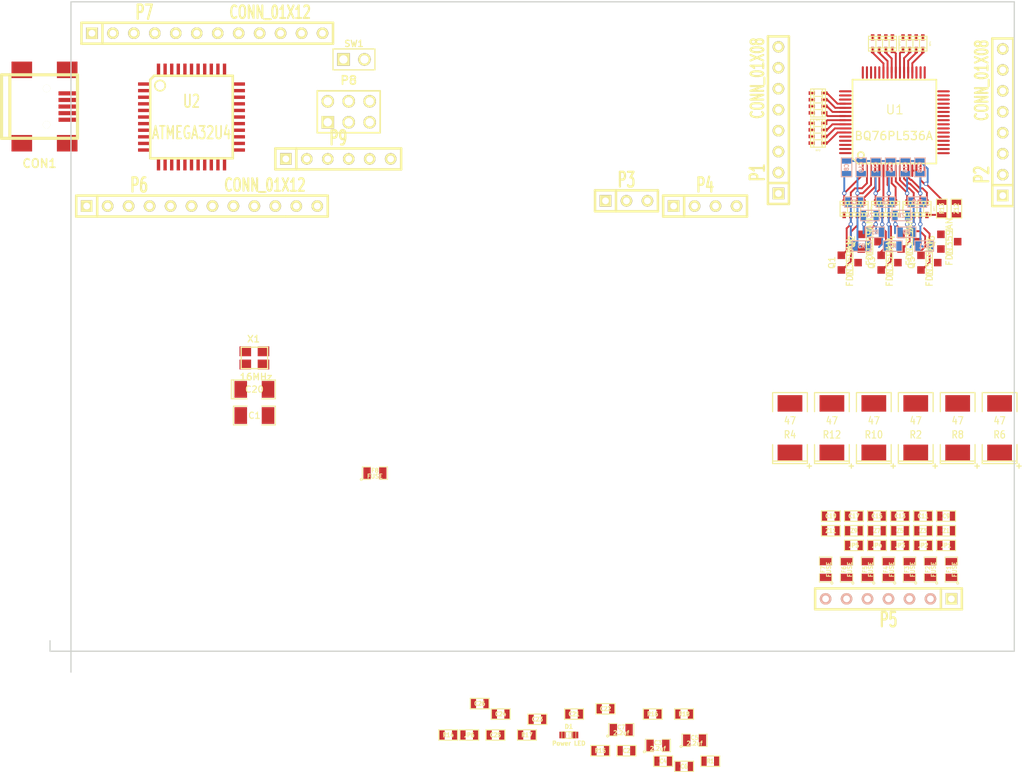
<source format=kicad_pcb>
(kicad_pcb (version 3) (host pcbnew "(2013-may-18)-stable")

  (general
    (links 277)
    (no_connects 216)
    (area 144.069999 94.539999 261.060001 175.970001)
    (thickness 1.6)
    (drawings 5)
    (tracks 255)
    (zones 0)
    (modules 98)
    (nets 125)
  )

  (page A3)
  (layers
    (15 F.Cu signal)
    (0 B.Cu signal)
    (16 B.Adhes user)
    (17 F.Adhes user)
    (18 B.Paste user)
    (19 F.Paste user)
    (20 B.SilkS user hide)
    (21 F.SilkS user)
    (22 B.Mask user)
    (23 F.Mask user)
    (24 Dwgs.User user)
    (25 Cmts.User user)
    (26 Eco1.User user)
    (27 Eco2.User user)
    (28 Edge.Cuts user)
  )

  (setup
    (last_trace_width 0.2286)
    (trace_clearance 0.2286)
    (zone_clearance 0.508)
    (zone_45_only no)
    (trace_min 0.2286)
    (segment_width 0.2)
    (edge_width 0.15)
    (via_size 0.508)
    (via_drill 0.3302)
    (via_min_size 0.508)
    (via_min_drill 0.3302)
    (uvia_size 0.508)
    (uvia_drill 0.127)
    (uvias_allowed no)
    (uvia_min_size 0.508)
    (uvia_min_drill 0.127)
    (pcb_text_width 0.3)
    (pcb_text_size 1.5 1.5)
    (mod_edge_width 0.15)
    (mod_text_size 1.5 1.5)
    (mod_text_width 0.15)
    (pad_size 1.524 1.524)
    (pad_drill 0.762)
    (pad_to_mask_clearance 0.2)
    (aux_axis_origin 0 0)
    (visible_elements FFFE79BF)
    (pcbplotparams
      (layerselection 3178497)
      (usegerberextensions true)
      (excludeedgelayer true)
      (linewidth 0.100000)
      (plotframeref false)
      (viasonmask false)
      (mode 1)
      (useauxorigin false)
      (hpglpennumber 1)
      (hpglpenspeed 20)
      (hpglpendiameter 15)
      (hpglpenoverlay 2)
      (psnegative false)
      (psa4output false)
      (plotreference true)
      (plotvalue true)
      (plotothertext true)
      (plotinvisibletext false)
      (padsonsilk false)
      (subtractmaskfromsilk false)
      (outputformat 1)
      (mirror false)
      (drillshape 1)
      (scaleselection 1)
      (outputdirectory ""))
  )

  (net 0 "")
  (net 1 +5V)
  (net 2 +BATT)
  (net 3 /CellBallance/C0)
  (net 4 /CellBallance/C1)
  (net 5 /CellBallance/C2)
  (net 6 /CellBallance/C3)
  (net 7 /CellBallance/C4)
  (net 8 /CellBallance/C5)
  (net 9 /CellBallance/CB1)
  (net 10 /CellBallance/CB2)
  (net 11 /CellBallance/CB3)
  (net 12 /CellBallance/CB4)
  (net 13 /CellBallance/CB5)
  (net 14 /CellBallance/CB6)
  (net 15 /CellBallance/VC1)
  (net 16 /CellBallance/VC2)
  (net 17 /CellBallance/VC3)
  (net 18 /CellBallance/VC4)
  (net 19 /CellBallance/VC5)
  (net 20 /CellBallance/VC6)
  (net 21 /LDOA)
  (net 22 /LDOD)
  (net 23 /REG50)
  (net 24 /VREF)
  (net 25 /atmega32u4/3.3V)
  (net 26 /atmega32u4/5V)
  (net 27 /atmega32u4/A0)
  (net 28 /atmega32u4/A1)
  (net 29 /atmega32u4/A2)
  (net 30 /atmega32u4/A3)
  (net 31 /atmega32u4/A4)
  (net 32 /atmega32u4/A5)
  (net 33 /atmega32u4/ALERT_H)
  (net 34 /atmega32u4/AREF)
  (net 35 /atmega32u4/CONV_H)
  (net 36 /atmega32u4/CS_H)
  (net 37 /atmega32u4/D0/RX)
  (net 38 /atmega32u4/D1/TX)
  (net 39 /atmega32u4/D2/SDA)
  (net 40 /atmega32u4/D3/SCL)
  (net 41 /atmega32u4/D4)
  (net 42 /atmega32u4/DRDY_H)
  (net 43 /atmega32u4/FAULT_H)
  (net 44 /atmega32u4/HWB)
  (net 45 /atmega32u4/IO11*)
  (net 46 /atmega32u4/IO12)
  (net 47 /atmega32u4/IO13*)
  (net 48 /atmega32u4/IO8)
  (net 49 /atmega32u4/RST)
  (net 50 /atmega32u4/RXLED)
  (net 51 /atmega32u4/SCLK_H)
  (net 52 /atmega32u4/SDI_H)
  (net 53 /atmega32u4/SDO_H)
  (net 54 /atmega32u4/TXLED)
  (net 55 /atmega32u4/UCAP)
  (net 56 GND)
  (net 57 N-0000011)
  (net 58 N-00000110)
  (net 59 N-0000012)
  (net 60 N-00000121)
  (net 61 N-00000123)
  (net 62 N-00000124)
  (net 63 N-00000126)
  (net 64 N-00000127)
  (net 65 N-00000128)
  (net 66 N-0000013)
  (net 67 N-0000014)
  (net 68 N-0000015)
  (net 69 N-0000022)
  (net 70 N-0000024)
  (net 71 N-0000025)
  (net 72 N-0000026)
  (net 73 N-0000027)
  (net 74 N-0000028)
  (net 75 N-0000029)
  (net 76 N-0000030)
  (net 77 N-0000031)
  (net 78 N-0000032)
  (net 79 N-0000033)
  (net 80 N-0000034)
  (net 81 N-0000035)
  (net 82 N-0000036)
  (net 83 N-0000037)
  (net 84 N-0000038)
  (net 85 N-0000039)
  (net 86 N-000004)
  (net 87 N-0000040)
  (net 88 N-0000041)
  (net 89 N-0000042)
  (net 90 N-0000043)
  (net 91 N-0000044)
  (net 92 N-0000045)
  (net 93 N-0000046)
  (net 94 N-0000047)
  (net 95 N-0000048)
  (net 96 N-0000049)
  (net 97 N-000005)
  (net 98 N-0000050)
  (net 99 N-0000051)
  (net 100 N-0000052)
  (net 101 N-0000053)
  (net 102 N-000006)
  (net 103 N-0000077)
  (net 104 N-0000078)
  (net 105 N-0000079)
  (net 106 N-0000080)
  (net 107 N-0000081)
  (net 108 N-0000082)
  (net 109 N-0000083)
  (net 110 N-0000084)
  (net 111 N-0000085)
  (net 112 N-0000086)
  (net 113 N-0000087)
  (net 114 N-0000088)
  (net 115 N-0000089)
  (net 116 N-000009)
  (net 117 N-0000090)
  (net 118 N-0000091)
  (net 119 N-0000092)
  (net 120 N-0000093)
  (net 121 N-0000094)
  (net 122 N-0000098)
  (net 123 VCC)
  (net 124 VSS)

  (net_class Default "This is the default net class."
    (clearance 0.2286)
    (trace_width 0.2286)
    (via_dia 0.508)
    (via_drill 0.3302)
    (uvia_dia 0.508)
    (uvia_drill 0.127)
    (add_net "")
    (add_net +5V)
    (add_net +BATT)
    (add_net /CellBallance/C0)
    (add_net /CellBallance/C1)
    (add_net /CellBallance/C2)
    (add_net /CellBallance/C3)
    (add_net /CellBallance/C4)
    (add_net /CellBallance/C5)
    (add_net /CellBallance/CB1)
    (add_net /CellBallance/CB2)
    (add_net /CellBallance/CB3)
    (add_net /CellBallance/CB4)
    (add_net /CellBallance/CB5)
    (add_net /CellBallance/CB6)
    (add_net /CellBallance/VC1)
    (add_net /CellBallance/VC2)
    (add_net /CellBallance/VC3)
    (add_net /CellBallance/VC4)
    (add_net /CellBallance/VC5)
    (add_net /CellBallance/VC6)
    (add_net /LDOA)
    (add_net /LDOD)
    (add_net /REG50)
    (add_net /VREF)
    (add_net /atmega32u4/3.3V)
    (add_net /atmega32u4/5V)
    (add_net /atmega32u4/A0)
    (add_net /atmega32u4/A1)
    (add_net /atmega32u4/A2)
    (add_net /atmega32u4/A3)
    (add_net /atmega32u4/A4)
    (add_net /atmega32u4/A5)
    (add_net /atmega32u4/ALERT_H)
    (add_net /atmega32u4/AREF)
    (add_net /atmega32u4/CONV_H)
    (add_net /atmega32u4/CS_H)
    (add_net /atmega32u4/D0/RX)
    (add_net /atmega32u4/D1/TX)
    (add_net /atmega32u4/D2/SDA)
    (add_net /atmega32u4/D3/SCL)
    (add_net /atmega32u4/D4)
    (add_net /atmega32u4/DRDY_H)
    (add_net /atmega32u4/FAULT_H)
    (add_net /atmega32u4/HWB)
    (add_net /atmega32u4/IO11*)
    (add_net /atmega32u4/IO12)
    (add_net /atmega32u4/IO13*)
    (add_net /atmega32u4/IO8)
    (add_net /atmega32u4/RST)
    (add_net /atmega32u4/RXLED)
    (add_net /atmega32u4/SCLK_H)
    (add_net /atmega32u4/SDI_H)
    (add_net /atmega32u4/SDO_H)
    (add_net /atmega32u4/TXLED)
    (add_net /atmega32u4/UCAP)
    (add_net GND)
    (add_net N-0000011)
    (add_net N-00000110)
    (add_net N-0000012)
    (add_net N-00000121)
    (add_net N-00000123)
    (add_net N-00000124)
    (add_net N-00000126)
    (add_net N-00000127)
    (add_net N-00000128)
    (add_net N-0000013)
    (add_net N-0000014)
    (add_net N-0000015)
    (add_net N-0000022)
    (add_net N-0000024)
    (add_net N-0000025)
    (add_net N-0000026)
    (add_net N-0000027)
    (add_net N-0000028)
    (add_net N-0000029)
    (add_net N-0000030)
    (add_net N-0000031)
    (add_net N-0000032)
    (add_net N-0000033)
    (add_net N-0000034)
    (add_net N-0000035)
    (add_net N-0000036)
    (add_net N-0000037)
    (add_net N-0000038)
    (add_net N-0000039)
    (add_net N-000004)
    (add_net N-0000040)
    (add_net N-0000041)
    (add_net N-0000042)
    (add_net N-0000043)
    (add_net N-0000044)
    (add_net N-0000045)
    (add_net N-0000046)
    (add_net N-0000047)
    (add_net N-0000048)
    (add_net N-0000049)
    (add_net N-000005)
    (add_net N-0000050)
    (add_net N-0000051)
    (add_net N-0000052)
    (add_net N-0000053)
    (add_net N-000006)
    (add_net N-0000077)
    (add_net N-0000078)
    (add_net N-0000079)
    (add_net N-0000080)
    (add_net N-0000081)
    (add_net N-0000082)
    (add_net N-0000083)
    (add_net N-0000084)
    (add_net N-0000085)
    (add_net N-0000086)
    (add_net N-0000087)
    (add_net N-0000088)
    (add_net N-0000089)
    (add_net N-000009)
    (add_net N-0000090)
    (add_net N-0000091)
    (add_net N-0000092)
    (add_net N-0000093)
    (add_net N-0000094)
    (add_net N-0000098)
    (add_net VCC)
    (add_net VSS)
  )

  (module SM2512   placed (layer F.Cu) (tedit 51015917) (tstamp 550515D8)
    (at 233.807 146.304 90)
    (tags "CMS SM")
    (path /54F8BAB2/55053918)
    (attr smd)
    (fp_text reference R4 (at -0.8001 0 180) (layer F.SilkS)
      (effects (font (size 0.889 0.762) (thickness 0.127)))
    )
    (fp_text value 47 (at 0.89916 0 180) (layer F.SilkS)
      (effects (font (size 0.889 0.762) (thickness 0.127)))
    )
    (fp_line (start -3.99956 -2.10058) (end -3.99956 2.10058) (layer F.SilkS) (width 0.14986))
    (fp_text user + (at -4.59994 2.30124 90) (layer F.SilkS)
      (effects (font (size 0.7 0.7) (thickness 0.15)))
    )
    (fp_line (start -4.30022 -2.10058) (end -4.30022 2.10058) (layer F.SilkS) (width 0.14986))
    (fp_line (start 4.30022 -2.10058) (end 4.30022 2.10058) (layer F.SilkS) (width 0.14986))
    (fp_line (start 1.99644 2.10566) (end 4.28244 2.10566) (layer F.SilkS) (width 0.14986))
    (fp_line (start 4.28244 -2.10566) (end 1.99644 -2.10566) (layer F.SilkS) (width 0.14986))
    (fp_line (start -1.99898 -2.10566) (end -4.28498 -2.10566) (layer F.SilkS) (width 0.14986))
    (fp_line (start -4.28244 2.10566) (end -1.99644 2.10566) (layer F.SilkS) (width 0.14986))
    (pad 1 smd rect (at -2.99974 0 90) (size 1.99898 2.99974)
      (layers F.Cu F.Paste F.Mask)
      (net 119 N-0000092)
    )
    (pad 2 smd rect (at 2.99974 0 90) (size 1.99898 2.99974)
      (layers F.Cu F.Paste F.Mask)
      (net 105 N-0000079)
    )
    (model smd\chip_smd_pol_wide.wrl
      (at (xyz 0 0 0))
      (scale (xyz 0.35 0.35 0.35))
      (rotate (xyz 0 0 0))
    )
  )

  (module SM2512   placed (layer F.Cu) (tedit 51015917) (tstamp 550515E6)
    (at 259.207 146.304 90)
    (tags "CMS SM")
    (path /54F8BAB2/5505391E)
    (attr smd)
    (fp_text reference R6 (at -0.8001 0 180) (layer F.SilkS)
      (effects (font (size 0.889 0.762) (thickness 0.127)))
    )
    (fp_text value 47 (at 0.89916 0 180) (layer F.SilkS)
      (effects (font (size 0.889 0.762) (thickness 0.127)))
    )
    (fp_line (start -3.99956 -2.10058) (end -3.99956 2.10058) (layer F.SilkS) (width 0.14986))
    (fp_text user + (at -4.59994 2.30124 90) (layer F.SilkS)
      (effects (font (size 0.7 0.7) (thickness 0.15)))
    )
    (fp_line (start -4.30022 -2.10058) (end -4.30022 2.10058) (layer F.SilkS) (width 0.14986))
    (fp_line (start 4.30022 -2.10058) (end 4.30022 2.10058) (layer F.SilkS) (width 0.14986))
    (fp_line (start 1.99644 2.10566) (end 4.28244 2.10566) (layer F.SilkS) (width 0.14986))
    (fp_line (start 4.28244 -2.10566) (end 1.99644 -2.10566) (layer F.SilkS) (width 0.14986))
    (fp_line (start -1.99898 -2.10566) (end -4.28498 -2.10566) (layer F.SilkS) (width 0.14986))
    (fp_line (start -4.28244 2.10566) (end -1.99644 2.10566) (layer F.SilkS) (width 0.14986))
    (pad 1 smd rect (at -2.99974 0 90) (size 1.99898 2.99974)
      (layers F.Cu F.Paste F.Mask)
      (net 118 N-0000091)
    )
    (pad 2 smd rect (at 2.99974 0 90) (size 1.99898 2.99974)
      (layers F.Cu F.Paste F.Mask)
      (net 121 N-0000094)
    )
    (model smd\chip_smd_pol_wide.wrl
      (at (xyz 0 0 0))
      (scale (xyz 0.35 0.35 0.35))
      (rotate (xyz 0 0 0))
    )
  )

  (module SM2512   placed (layer F.Cu) (tedit 51015917) (tstamp 550515F4)
    (at 254.127 146.304 90)
    (tags "CMS SM")
    (path /54F8BAB2/55053924)
    (attr smd)
    (fp_text reference R8 (at -0.8001 0 180) (layer F.SilkS)
      (effects (font (size 0.889 0.762) (thickness 0.127)))
    )
    (fp_text value 47 (at 0.89916 0 180) (layer F.SilkS)
      (effects (font (size 0.889 0.762) (thickness 0.127)))
    )
    (fp_line (start -3.99956 -2.10058) (end -3.99956 2.10058) (layer F.SilkS) (width 0.14986))
    (fp_text user + (at -4.59994 2.30124 90) (layer F.SilkS)
      (effects (font (size 0.7 0.7) (thickness 0.15)))
    )
    (fp_line (start -4.30022 -2.10058) (end -4.30022 2.10058) (layer F.SilkS) (width 0.14986))
    (fp_line (start 4.30022 -2.10058) (end 4.30022 2.10058) (layer F.SilkS) (width 0.14986))
    (fp_line (start 1.99644 2.10566) (end 4.28244 2.10566) (layer F.SilkS) (width 0.14986))
    (fp_line (start 4.28244 -2.10566) (end 1.99644 -2.10566) (layer F.SilkS) (width 0.14986))
    (fp_line (start -1.99898 -2.10566) (end -4.28498 -2.10566) (layer F.SilkS) (width 0.14986))
    (fp_line (start -4.28244 2.10566) (end -1.99644 2.10566) (layer F.SilkS) (width 0.14986))
    (pad 1 smd rect (at -2.99974 0 90) (size 1.99898 2.99974)
      (layers F.Cu F.Paste F.Mask)
      (net 108 N-0000082)
    )
    (pad 2 smd rect (at 2.99974 0 90) (size 1.99898 2.99974)
      (layers F.Cu F.Paste F.Mask)
      (net 120 N-0000093)
    )
    (model smd\chip_smd_pol_wide.wrl
      (at (xyz 0 0 0))
      (scale (xyz 0.35 0.35 0.35))
      (rotate (xyz 0 0 0))
    )
  )

  (module SM2512   placed (layer F.Cu) (tedit 51015917) (tstamp 55051602)
    (at 243.967 146.304 90)
    (tags "CMS SM")
    (path /54F8BAB2/5505392A)
    (attr smd)
    (fp_text reference R10 (at -0.8001 0 180) (layer F.SilkS)
      (effects (font (size 0.889 0.762) (thickness 0.127)))
    )
    (fp_text value 47 (at 0.89916 0 180) (layer F.SilkS)
      (effects (font (size 0.889 0.762) (thickness 0.127)))
    )
    (fp_line (start -3.99956 -2.10058) (end -3.99956 2.10058) (layer F.SilkS) (width 0.14986))
    (fp_text user + (at -4.59994 2.30124 90) (layer F.SilkS)
      (effects (font (size 0.7 0.7) (thickness 0.15)))
    )
    (fp_line (start -4.30022 -2.10058) (end -4.30022 2.10058) (layer F.SilkS) (width 0.14986))
    (fp_line (start 4.30022 -2.10058) (end 4.30022 2.10058) (layer F.SilkS) (width 0.14986))
    (fp_line (start 1.99644 2.10566) (end 4.28244 2.10566) (layer F.SilkS) (width 0.14986))
    (fp_line (start 4.28244 -2.10566) (end 1.99644 -2.10566) (layer F.SilkS) (width 0.14986))
    (fp_line (start -1.99898 -2.10566) (end -4.28498 -2.10566) (layer F.SilkS) (width 0.14986))
    (fp_line (start -4.28244 2.10566) (end -1.99644 2.10566) (layer F.SilkS) (width 0.14986))
    (pad 1 smd rect (at -2.99974 0 90) (size 1.99898 2.99974)
      (layers F.Cu F.Paste F.Mask)
      (net 114 N-0000088)
    )
    (pad 2 smd rect (at 2.99974 0 90) (size 1.99898 2.99974)
      (layers F.Cu F.Paste F.Mask)
      (net 110 N-0000084)
    )
    (model smd\chip_smd_pol_wide.wrl
      (at (xyz 0 0 0))
      (scale (xyz 0.35 0.35 0.35))
      (rotate (xyz 0 0 0))
    )
  )

  (module SM2512   placed (layer F.Cu) (tedit 51015917) (tstamp 55051610)
    (at 238.887 146.304 90)
    (tags "CMS SM")
    (path /54F8BAB2/55053930)
    (attr smd)
    (fp_text reference R12 (at -0.8001 0 180) (layer F.SilkS)
      (effects (font (size 0.889 0.762) (thickness 0.127)))
    )
    (fp_text value 47 (at 0.89916 0 180) (layer F.SilkS)
      (effects (font (size 0.889 0.762) (thickness 0.127)))
    )
    (fp_line (start -3.99956 -2.10058) (end -3.99956 2.10058) (layer F.SilkS) (width 0.14986))
    (fp_text user + (at -4.59994 2.30124 90) (layer F.SilkS)
      (effects (font (size 0.7 0.7) (thickness 0.15)))
    )
    (fp_line (start -4.30022 -2.10058) (end -4.30022 2.10058) (layer F.SilkS) (width 0.14986))
    (fp_line (start 4.30022 -2.10058) (end 4.30022 2.10058) (layer F.SilkS) (width 0.14986))
    (fp_line (start 1.99644 2.10566) (end 4.28244 2.10566) (layer F.SilkS) (width 0.14986))
    (fp_line (start 4.28244 -2.10566) (end 1.99644 -2.10566) (layer F.SilkS) (width 0.14986))
    (fp_line (start -1.99898 -2.10566) (end -4.28498 -2.10566) (layer F.SilkS) (width 0.14986))
    (fp_line (start -4.28244 2.10566) (end -1.99644 2.10566) (layer F.SilkS) (width 0.14986))
    (pad 1 smd rect (at -2.99974 0 90) (size 1.99898 2.99974)
      (layers F.Cu F.Paste F.Mask)
      (net 115 N-0000089)
    )
    (pad 2 smd rect (at 2.99974 0 90) (size 1.99898 2.99974)
      (layers F.Cu F.Paste F.Mask)
      (net 117 N-0000090)
    )
    (model smd\chip_smd_pol_wide.wrl
      (at (xyz 0 0 0))
      (scale (xyz 0.35 0.35 0.35))
      (rotate (xyz 0 0 0))
    )
  )

  (module SM2512   placed (layer F.Cu) (tedit 51015917) (tstamp 5505161E)
    (at 249.047 146.304 90)
    (tags "CMS SM")
    (path /54F8BAB2/5502FD65)
    (attr smd)
    (fp_text reference R2 (at -0.8001 0 180) (layer F.SilkS)
      (effects (font (size 0.889 0.762) (thickness 0.127)))
    )
    (fp_text value 47 (at 0.89916 0 180) (layer F.SilkS)
      (effects (font (size 0.889 0.762) (thickness 0.127)))
    )
    (fp_line (start -3.99956 -2.10058) (end -3.99956 2.10058) (layer F.SilkS) (width 0.14986))
    (fp_text user + (at -4.59994 2.30124 90) (layer F.SilkS)
      (effects (font (size 0.7 0.7) (thickness 0.15)))
    )
    (fp_line (start -4.30022 -2.10058) (end -4.30022 2.10058) (layer F.SilkS) (width 0.14986))
    (fp_line (start 4.30022 -2.10058) (end 4.30022 2.10058) (layer F.SilkS) (width 0.14986))
    (fp_line (start 1.99644 2.10566) (end 4.28244 2.10566) (layer F.SilkS) (width 0.14986))
    (fp_line (start 4.28244 -2.10566) (end 1.99644 -2.10566) (layer F.SilkS) (width 0.14986))
    (fp_line (start -1.99898 -2.10566) (end -4.28498 -2.10566) (layer F.SilkS) (width 0.14986))
    (fp_line (start -4.28244 2.10566) (end -1.99644 2.10566) (layer F.SilkS) (width 0.14986))
    (pad 1 smd rect (at -2.99974 0 90) (size 1.99898 2.99974)
      (layers F.Cu F.Paste F.Mask)
      (net 104 N-0000078)
    )
    (pad 2 smd rect (at 2.99974 0 90) (size 1.99898 2.99974)
      (layers F.Cu F.Paste F.Mask)
      (net 103 N-0000077)
    )
    (model smd\chip_smd_pol_wide.wrl
      (at (xyz 0 0 0))
      (scale (xyz 0.35 0.35 0.35))
      (rotate (xyz 0 0 0))
    )
  )

  (module SM0603   placed (layer B.Cu) (tedit 4E43A3D1) (tstamp 55051628)
    (at 243.4844 120.523 180)
    (path /54F8BAB2/5505385B)
    (attr smd)
    (fp_text reference Z4 (at 0 0 180) (layer B.SilkS)
      (effects (font (size 0.508 0.4572) (thickness 0.1143)) (justify mirror))
    )
    (fp_text value ZENER (at 0 0 180) (layer B.SilkS) hide
      (effects (font (size 0.508 0.4572) (thickness 0.1143)) (justify mirror))
    )
    (fp_line (start -1.143 0.635) (end 1.143 0.635) (layer B.SilkS) (width 0.127))
    (fp_line (start 1.143 0.635) (end 1.143 -0.635) (layer B.SilkS) (width 0.127))
    (fp_line (start 1.143 -0.635) (end -1.143 -0.635) (layer B.SilkS) (width 0.127))
    (fp_line (start -1.143 -0.635) (end -1.143 0.635) (layer B.SilkS) (width 0.127))
    (pad 1 smd rect (at -0.762 0 180) (size 0.635 1.143)
      (layers B.Cu B.Paste B.Mask)
      (net 118 N-0000091)
    )
    (pad 2 smd rect (at 0.762 0 180) (size 0.635 1.143)
      (layers B.Cu B.Paste B.Mask)
      (net 112 N-0000086)
    )
    (model smd\resistors\R0603.wrl
      (at (xyz 0 0 0.001))
      (scale (xyz 0.5 0.5 0.5))
      (rotate (xyz 0 0 0))
    )
  )

  (module SM0603   placed (layer B.Cu) (tedit 4E43A3D1) (tstamp 55051632)
    (at 245.3894 118.8974 180)
    (path /54F8BAB2/55053862)
    (attr smd)
    (fp_text reference Z6 (at 0 0 180) (layer B.SilkS)
      (effects (font (size 0.508 0.4572) (thickness 0.1143)) (justify mirror))
    )
    (fp_text value ZENER (at 0 0 180) (layer B.SilkS) hide
      (effects (font (size 0.508 0.4572) (thickness 0.1143)) (justify mirror))
    )
    (fp_line (start -1.143 0.635) (end 1.143 0.635) (layer B.SilkS) (width 0.127))
    (fp_line (start 1.143 0.635) (end 1.143 -0.635) (layer B.SilkS) (width 0.127))
    (fp_line (start 1.143 -0.635) (end -1.143 -0.635) (layer B.SilkS) (width 0.127))
    (fp_line (start -1.143 -0.635) (end -1.143 0.635) (layer B.SilkS) (width 0.127))
    (pad 1 smd rect (at -0.762 0 180) (size 0.635 1.143)
      (layers B.Cu B.Paste B.Mask)
      (net 108 N-0000082)
    )
    (pad 2 smd rect (at 0.762 0 180) (size 0.635 1.143)
      (layers B.Cu B.Paste B.Mask)
      (net 109 N-0000083)
    )
    (model smd\resistors\R0603.wrl
      (at (xyz 0 0 0.001))
      (scale (xyz 0.5 0.5 0.5))
      (rotate (xyz 0 0 0))
    )
  )

  (module SM0603   placed (layer B.Cu) (tedit 4E43A3D1) (tstamp 5505163C)
    (at 247.2944 120.523 180)
    (path /54F8BAB2/5505387A)
    (attr smd)
    (fp_text reference Z8 (at 0 0 180) (layer B.SilkS)
      (effects (font (size 0.508 0.4572) (thickness 0.1143)) (justify mirror))
    )
    (fp_text value ZENER (at 0 0 180) (layer B.SilkS) hide
      (effects (font (size 0.508 0.4572) (thickness 0.1143)) (justify mirror))
    )
    (fp_line (start -1.143 0.635) (end 1.143 0.635) (layer B.SilkS) (width 0.127))
    (fp_line (start 1.143 0.635) (end 1.143 -0.635) (layer B.SilkS) (width 0.127))
    (fp_line (start 1.143 -0.635) (end -1.143 -0.635) (layer B.SilkS) (width 0.127))
    (fp_line (start -1.143 -0.635) (end -1.143 0.635) (layer B.SilkS) (width 0.127))
    (pad 1 smd rect (at -0.762 0 180) (size 0.635 1.143)
      (layers B.Cu B.Paste B.Mask)
      (net 114 N-0000088)
    )
    (pad 2 smd rect (at 0.762 0 180) (size 0.635 1.143)
      (layers B.Cu B.Paste B.Mask)
      (net 107 N-0000081)
    )
    (model smd\resistors\R0603.wrl
      (at (xyz 0 0 0.001))
      (scale (xyz 0.5 0.5 0.5))
      (rotate (xyz 0 0 0))
    )
  )

  (module SM0603   placed (layer B.Cu) (tedit 4E43A3D1) (tstamp 55051646)
    (at 249.2248 118.8974 180)
    (path /54F8BAB2/55053881)
    (attr smd)
    (fp_text reference Z10 (at 0 0 180) (layer B.SilkS)
      (effects (font (size 0.508 0.4572) (thickness 0.1143)) (justify mirror))
    )
    (fp_text value ZENER (at 0 0 180) (layer B.SilkS) hide
      (effects (font (size 0.508 0.4572) (thickness 0.1143)) (justify mirror))
    )
    (fp_line (start -1.143 0.635) (end 1.143 0.635) (layer B.SilkS) (width 0.127))
    (fp_line (start 1.143 0.635) (end 1.143 -0.635) (layer B.SilkS) (width 0.127))
    (fp_line (start 1.143 -0.635) (end -1.143 -0.635) (layer B.SilkS) (width 0.127))
    (fp_line (start -1.143 -0.635) (end -1.143 0.635) (layer B.SilkS) (width 0.127))
    (pad 1 smd rect (at -0.762 0 180) (size 0.635 1.143)
      (layers B.Cu B.Paste B.Mask)
      (net 115 N-0000089)
    )
    (pad 2 smd rect (at 0.762 0 180) (size 0.635 1.143)
      (layers B.Cu B.Paste B.Mask)
      (net 113 N-0000087)
    )
    (model smd\resistors\R0603.wrl
      (at (xyz 0 0 0.001))
      (scale (xyz 0.5 0.5 0.5))
      (rotate (xyz 0 0 0))
    )
  )

  (module SM0603   placed (layer B.Cu) (tedit 4E43A3D1) (tstamp 55051650)
    (at 246.253 124.2314)
    (path /54F8BAB2/550538B8)
    (attr smd)
    (fp_text reference R7 (at 0 0) (layer B.SilkS)
      (effects (font (size 0.508 0.4572) (thickness 0.1143)) (justify mirror))
    )
    (fp_text value "1M 1%" (at 0 0) (layer B.SilkS) hide
      (effects (font (size 0.508 0.4572) (thickness 0.1143)) (justify mirror))
    )
    (fp_line (start -1.143 0.635) (end 1.143 0.635) (layer B.SilkS) (width 0.127))
    (fp_line (start 1.143 0.635) (end 1.143 -0.635) (layer B.SilkS) (width 0.127))
    (fp_line (start 1.143 -0.635) (end -1.143 -0.635) (layer B.SilkS) (width 0.127))
    (fp_line (start -1.143 -0.635) (end -1.143 0.635) (layer B.SilkS) (width 0.127))
    (pad 1 smd rect (at -0.762 0) (size 0.635 1.143)
      (layers B.Cu B.Paste B.Mask)
      (net 109 N-0000083)
    )
    (pad 2 smd rect (at 0.762 0) (size 0.635 1.143)
      (layers B.Cu B.Paste B.Mask)
      (net 108 N-0000082)
    )
    (model smd\resistors\R0603.wrl
      (at (xyz 0 0 0.001))
      (scale (xyz 0.5 0.5 0.5))
      (rotate (xyz 0 0 0))
    )
  )

  (module SM0603   placed (layer F.Cu) (tedit 4E43A3D1) (tstamp 5505165A)
    (at 253.9746 119.6848 270)
    (path /54F8BAB2/55053888)
    (attr smd)
    (fp_text reference Z12 (at 0 0 270) (layer F.SilkS)
      (effects (font (size 0.508 0.4572) (thickness 0.1143)))
    )
    (fp_text value ZENER (at 0 0 270) (layer F.SilkS) hide
      (effects (font (size 0.508 0.4572) (thickness 0.1143)))
    )
    (fp_line (start -1.143 -0.635) (end 1.143 -0.635) (layer F.SilkS) (width 0.127))
    (fp_line (start 1.143 -0.635) (end 1.143 0.635) (layer F.SilkS) (width 0.127))
    (fp_line (start 1.143 0.635) (end -1.143 0.635) (layer F.SilkS) (width 0.127))
    (fp_line (start -1.143 0.635) (end -1.143 -0.635) (layer F.SilkS) (width 0.127))
    (pad 1 smd rect (at -0.762 0 270) (size 0.635 1.143)
      (layers F.Cu F.Paste F.Mask)
      (net 124 VSS)
    )
    (pad 2 smd rect (at 0.762 0 270) (size 0.635 1.143)
      (layers F.Cu F.Paste F.Mask)
      (net 106 N-0000080)
    )
    (model smd\resistors\R0603.wrl
      (at (xyz 0 0 0.001))
      (scale (xyz 0.5 0.5 0.5))
      (rotate (xyz 0 0 0))
    )
  )

  (module SM0603   placed (layer F.Cu) (tedit 4E43A3D1) (tstamp 55051664)
    (at 252.73 156.972 180)
    (path /54F8BAB2/55053965)
    (attr smd)
    (fp_text reference C9 (at 0 0 180) (layer F.SilkS)
      (effects (font (size 0.508 0.4572) (thickness 0.1143)))
    )
    (fp_text value 0.1uf (at 0 0 180) (layer F.SilkS) hide
      (effects (font (size 0.508 0.4572) (thickness 0.1143)))
    )
    (fp_line (start -1.143 -0.635) (end 1.143 -0.635) (layer F.SilkS) (width 0.127))
    (fp_line (start 1.143 -0.635) (end 1.143 0.635) (layer F.SilkS) (width 0.127))
    (fp_line (start 1.143 0.635) (end -1.143 0.635) (layer F.SilkS) (width 0.127))
    (fp_line (start -1.143 0.635) (end -1.143 -0.635) (layer F.SilkS) (width 0.127))
    (pad 1 smd rect (at -0.762 0 180) (size 0.635 1.143)
      (layers F.Cu F.Paste F.Mask)
      (net 104 N-0000078)
    )
    (pad 2 smd rect (at 0.762 0 180) (size 0.635 1.143)
      (layers F.Cu F.Paste F.Mask)
      (net 119 N-0000092)
    )
    (model smd\resistors\R0603.wrl
      (at (xyz 0 0 0.001))
      (scale (xyz 0.5 0.5 0.5))
      (rotate (xyz 0 0 0))
    )
  )

  (module SM0603   placed (layer B.Cu) (tedit 4E43A3D1) (tstamp 5505166E)
    (at 244.1194 122.555)
    (path /54F8BAB2/550538B2)
    (attr smd)
    (fp_text reference R5 (at 0 0) (layer B.SilkS)
      (effects (font (size 0.508 0.4572) (thickness 0.1143)) (justify mirror))
    )
    (fp_text value "1M 1%" (at 0 0) (layer B.SilkS) hide
      (effects (font (size 0.508 0.4572) (thickness 0.1143)) (justify mirror))
    )
    (fp_line (start -1.143 0.635) (end 1.143 0.635) (layer B.SilkS) (width 0.127))
    (fp_line (start 1.143 0.635) (end 1.143 -0.635) (layer B.SilkS) (width 0.127))
    (fp_line (start 1.143 -0.635) (end -1.143 -0.635) (layer B.SilkS) (width 0.127))
    (fp_line (start -1.143 -0.635) (end -1.143 0.635) (layer B.SilkS) (width 0.127))
    (pad 1 smd rect (at -0.762 0) (size 0.635 1.143)
      (layers B.Cu B.Paste B.Mask)
      (net 112 N-0000086)
    )
    (pad 2 smd rect (at 0.762 0) (size 0.635 1.143)
      (layers B.Cu B.Paste B.Mask)
      (net 118 N-0000091)
    )
    (model smd\resistors\R0603.wrl
      (at (xyz 0 0 0.001))
      (scale (xyz 0.5 0.5 0.5))
      (rotate (xyz 0 0 0))
    )
  )

  (module SM0603   placed (layer B.Cu) (tedit 4E43A3D1) (tstamp 55051678)
    (at 242.4684 124.2314)
    (path /54F8BAB2/5502FD52)
    (attr smd)
    (fp_text reference R3 (at 0 0) (layer B.SilkS)
      (effects (font (size 0.508 0.4572) (thickness 0.1143)) (justify mirror))
    )
    (fp_text value "1M 1%" (at 0 0) (layer B.SilkS) hide
      (effects (font (size 0.508 0.4572) (thickness 0.1143)) (justify mirror))
    )
    (fp_line (start -1.143 0.635) (end 1.143 0.635) (layer B.SilkS) (width 0.127))
    (fp_line (start 1.143 0.635) (end 1.143 -0.635) (layer B.SilkS) (width 0.127))
    (fp_line (start 1.143 -0.635) (end -1.143 -0.635) (layer B.SilkS) (width 0.127))
    (fp_line (start -1.143 -0.635) (end -1.143 0.635) (layer B.SilkS) (width 0.127))
    (pad 1 smd rect (at -0.762 0) (size 0.635 1.143)
      (layers B.Cu B.Paste B.Mask)
      (net 111 N-0000085)
    )
    (pad 2 smd rect (at 0.762 0) (size 0.635 1.143)
      (layers B.Cu B.Paste B.Mask)
      (net 119 N-0000092)
    )
    (model smd\resistors\R0603.wrl
      (at (xyz 0 0 0.001))
      (scale (xyz 0.5 0.5 0.5))
      (rotate (xyz 0 0 0))
    )
  )

  (module SM0603   placed (layer B.Cu) (tedit 4E43A3D1) (tstamp 55051682)
    (at 247.9294 122.555)
    (path /54F8BAB2/550538BE)
    (attr smd)
    (fp_text reference R9 (at 0 0) (layer B.SilkS)
      (effects (font (size 0.508 0.4572) (thickness 0.1143)) (justify mirror))
    )
    (fp_text value "1M 1%" (at 0 0) (layer B.SilkS) hide
      (effects (font (size 0.508 0.4572) (thickness 0.1143)) (justify mirror))
    )
    (fp_line (start -1.143 0.635) (end 1.143 0.635) (layer B.SilkS) (width 0.127))
    (fp_line (start 1.143 0.635) (end 1.143 -0.635) (layer B.SilkS) (width 0.127))
    (fp_line (start 1.143 -0.635) (end -1.143 -0.635) (layer B.SilkS) (width 0.127))
    (fp_line (start -1.143 -0.635) (end -1.143 0.635) (layer B.SilkS) (width 0.127))
    (pad 1 smd rect (at -0.762 0) (size 0.635 1.143)
      (layers B.Cu B.Paste B.Mask)
      (net 107 N-0000081)
    )
    (pad 2 smd rect (at 0.762 0) (size 0.635 1.143)
      (layers B.Cu B.Paste B.Mask)
      (net 114 N-0000088)
    )
    (model smd\resistors\R0603.wrl
      (at (xyz 0 0 0.001))
      (scale (xyz 0.5 0.5 0.5))
      (rotate (xyz 0 0 0))
    )
  )

  (module SM0603   placed (layer B.Cu) (tedit 4E43A3D1) (tstamp 5505168C)
    (at 250.063 124.2314)
    (path /54F8BAB2/550538C4)
    (attr smd)
    (fp_text reference R11 (at 0 0) (layer B.SilkS)
      (effects (font (size 0.508 0.4572) (thickness 0.1143)) (justify mirror))
    )
    (fp_text value "1M 1%" (at 0 0) (layer B.SilkS) hide
      (effects (font (size 0.508 0.4572) (thickness 0.1143)) (justify mirror))
    )
    (fp_line (start -1.143 0.635) (end 1.143 0.635) (layer B.SilkS) (width 0.127))
    (fp_line (start 1.143 0.635) (end 1.143 -0.635) (layer B.SilkS) (width 0.127))
    (fp_line (start 1.143 -0.635) (end -1.143 -0.635) (layer B.SilkS) (width 0.127))
    (fp_line (start -1.143 -0.635) (end -1.143 0.635) (layer B.SilkS) (width 0.127))
    (pad 1 smd rect (at -0.762 0) (size 0.635 1.143)
      (layers B.Cu B.Paste B.Mask)
      (net 113 N-0000087)
    )
    (pad 2 smd rect (at 0.762 0) (size 0.635 1.143)
      (layers B.Cu B.Paste B.Mask)
      (net 115 N-0000089)
    )
    (model smd\resistors\R0603.wrl
      (at (xyz 0 0 0.001))
      (scale (xyz 0.5 0.5 0.5))
      (rotate (xyz 0 0 0))
    )
  )

  (module SM0603   placed (layer F.Cu) (tedit 4E43A3D1) (tstamp 55051696)
    (at 252.1966 119.6848 90)
    (path /54F8BAB2/550538CA)
    (attr smd)
    (fp_text reference R13 (at 0 0 90) (layer F.SilkS)
      (effects (font (size 0.508 0.4572) (thickness 0.1143)))
    )
    (fp_text value "1M 1%" (at 0 0 90) (layer F.SilkS) hide
      (effects (font (size 0.508 0.4572) (thickness 0.1143)))
    )
    (fp_line (start -1.143 -0.635) (end 1.143 -0.635) (layer F.SilkS) (width 0.127))
    (fp_line (start 1.143 -0.635) (end 1.143 0.635) (layer F.SilkS) (width 0.127))
    (fp_line (start 1.143 0.635) (end -1.143 0.635) (layer F.SilkS) (width 0.127))
    (fp_line (start -1.143 0.635) (end -1.143 -0.635) (layer F.SilkS) (width 0.127))
    (pad 1 smd rect (at -0.762 0 90) (size 0.635 1.143)
      (layers F.Cu F.Paste F.Mask)
      (net 106 N-0000080)
    )
    (pad 2 smd rect (at 0.762 0 90) (size 0.635 1.143)
      (layers F.Cu F.Paste F.Mask)
      (net 124 VSS)
    )
    (model smd\resistors\R0603.wrl
      (at (xyz 0 0 0.001))
      (scale (xyz 0.5 0.5 0.5))
      (rotate (xyz 0 0 0))
    )
  )

  (module SM0603   placed (layer B.Cu) (tedit 4E43A3D1) (tstamp 5505308F)
    (at 247.777 114.681 270)
    (path /54F8BAB2/550538E3)
    (attr smd)
    (fp_text reference C16 (at 0 0 270) (layer B.SilkS)
      (effects (font (size 0.508 0.4572) (thickness 0.1143)) (justify mirror))
    )
    (fp_text value 0.1uf (at 0 0 270) (layer B.SilkS) hide
      (effects (font (size 0.508 0.4572) (thickness 0.1143)) (justify mirror))
    )
    (fp_line (start -1.143 0.635) (end 1.143 0.635) (layer B.SilkS) (width 0.127))
    (fp_line (start 1.143 0.635) (end 1.143 -0.635) (layer B.SilkS) (width 0.127))
    (fp_line (start 1.143 -0.635) (end -1.143 -0.635) (layer B.SilkS) (width 0.127))
    (fp_line (start -1.143 -0.635) (end -1.143 0.635) (layer B.SilkS) (width 0.127))
    (pad 1 smd rect (at -0.762 0 270) (size 0.635 1.143)
      (layers B.Cu B.Paste B.Mask)
      (net 124 VSS)
    )
    (pad 2 smd rect (at 0.762 0 270) (size 0.635 1.143)
      (layers B.Cu B.Paste B.Mask)
      (net 16 /CellBallance/VC2)
    )
    (model smd\resistors\R0603.wrl
      (at (xyz 0 0 0.001))
      (scale (xyz 0.5 0.5 0.5))
      (rotate (xyz 0 0 0))
    )
  )

  (module SM0603   placed (layer B.Cu) (tedit 4E43A3D1) (tstamp 550516AA)
    (at 245.999 114.681 270)
    (path /54F8BAB2/550538EA)
    (attr smd)
    (fp_text reference C14 (at 0 0 270) (layer B.SilkS)
      (effects (font (size 0.508 0.4572) (thickness 0.1143)) (justify mirror))
    )
    (fp_text value 0.1uf (at 0 0 270) (layer B.SilkS) hide
      (effects (font (size 0.508 0.4572) (thickness 0.1143)) (justify mirror))
    )
    (fp_line (start -1.143 0.635) (end 1.143 0.635) (layer B.SilkS) (width 0.127))
    (fp_line (start 1.143 0.635) (end 1.143 -0.635) (layer B.SilkS) (width 0.127))
    (fp_line (start 1.143 -0.635) (end -1.143 -0.635) (layer B.SilkS) (width 0.127))
    (fp_line (start -1.143 -0.635) (end -1.143 0.635) (layer B.SilkS) (width 0.127))
    (pad 1 smd rect (at -0.762 0 270) (size 0.635 1.143)
      (layers B.Cu B.Paste B.Mask)
      (net 124 VSS)
    )
    (pad 2 smd rect (at 0.762 0 270) (size 0.635 1.143)
      (layers B.Cu B.Paste B.Mask)
      (net 17 /CellBallance/VC3)
    )
    (model smd\resistors\R0603.wrl
      (at (xyz 0 0 0.001))
      (scale (xyz 0.5 0.5 0.5))
      (rotate (xyz 0 0 0))
    )
  )

  (module SM0603   placed (layer B.Cu) (tedit 4E43A3D1) (tstamp 550516B4)
    (at 244.221 114.681 270)
    (path /54F8BAB2/550538F8)
    (attr smd)
    (fp_text reference C12 (at 0 0 270) (layer B.SilkS)
      (effects (font (size 0.508 0.4572) (thickness 0.1143)) (justify mirror))
    )
    (fp_text value 0.1uf (at 0 0 270) (layer B.SilkS) hide
      (effects (font (size 0.508 0.4572) (thickness 0.1143)) (justify mirror))
    )
    (fp_line (start -1.143 0.635) (end 1.143 0.635) (layer B.SilkS) (width 0.127))
    (fp_line (start 1.143 0.635) (end 1.143 -0.635) (layer B.SilkS) (width 0.127))
    (fp_line (start 1.143 -0.635) (end -1.143 -0.635) (layer B.SilkS) (width 0.127))
    (fp_line (start -1.143 -0.635) (end -1.143 0.635) (layer B.SilkS) (width 0.127))
    (pad 1 smd rect (at -0.762 0 270) (size 0.635 1.143)
      (layers B.Cu B.Paste B.Mask)
      (net 124 VSS)
    )
    (pad 2 smd rect (at 0.762 0 270) (size 0.635 1.143)
      (layers B.Cu B.Paste B.Mask)
      (net 18 /CellBallance/VC4)
    )
    (model smd\resistors\R0603.wrl
      (at (xyz 0 0 0.001))
      (scale (xyz 0.5 0.5 0.5))
      (rotate (xyz 0 0 0))
    )
  )

  (module SM0603   placed (layer B.Cu) (tedit 4E43A3D1) (tstamp 550516BE)
    (at 242.443 114.681 270)
    (path /54F8BAB2/550538FF)
    (attr smd)
    (fp_text reference C10 (at 0 0 270) (layer B.SilkS)
      (effects (font (size 0.508 0.4572) (thickness 0.1143)) (justify mirror))
    )
    (fp_text value 0.1uf (at 0 0 270) (layer B.SilkS) hide
      (effects (font (size 0.508 0.4572) (thickness 0.1143)) (justify mirror))
    )
    (fp_line (start -1.143 0.635) (end 1.143 0.635) (layer B.SilkS) (width 0.127))
    (fp_line (start 1.143 0.635) (end 1.143 -0.635) (layer B.SilkS) (width 0.127))
    (fp_line (start 1.143 -0.635) (end -1.143 -0.635) (layer B.SilkS) (width 0.127))
    (fp_line (start -1.143 -0.635) (end -1.143 0.635) (layer B.SilkS) (width 0.127))
    (pad 1 smd rect (at -0.762 0 270) (size 0.635 1.143)
      (layers B.Cu B.Paste B.Mask)
      (net 124 VSS)
    )
    (pad 2 smd rect (at 0.762 0 270) (size 0.635 1.143)
      (layers B.Cu B.Paste B.Mask)
      (net 19 /CellBallance/VC5)
    )
    (model smd\resistors\R0603.wrl
      (at (xyz 0 0 0.001))
      (scale (xyz 0.5 0.5 0.5))
      (rotate (xyz 0 0 0))
    )
  )

  (module SM0603   placed (layer B.Cu) (tedit 4E43A3D1) (tstamp 550516C8)
    (at 240.665 114.681 270)
    (path /54F8BAB2/55053906)
    (attr smd)
    (fp_text reference C8 (at 0 0 270) (layer B.SilkS)
      (effects (font (size 0.508 0.4572) (thickness 0.1143)) (justify mirror))
    )
    (fp_text value 0.1uf (at 0 0 270) (layer B.SilkS) hide
      (effects (font (size 0.508 0.4572) (thickness 0.1143)) (justify mirror))
    )
    (fp_line (start -1.143 0.635) (end 1.143 0.635) (layer B.SilkS) (width 0.127))
    (fp_line (start 1.143 0.635) (end 1.143 -0.635) (layer B.SilkS) (width 0.127))
    (fp_line (start 1.143 -0.635) (end -1.143 -0.635) (layer B.SilkS) (width 0.127))
    (fp_line (start -1.143 -0.635) (end -1.143 0.635) (layer B.SilkS) (width 0.127))
    (pad 1 smd rect (at -0.762 0 270) (size 0.635 1.143)
      (layers B.Cu B.Paste B.Mask)
      (net 124 VSS)
    )
    (pad 2 smd rect (at 0.762 0 270) (size 0.635 1.143)
      (layers B.Cu B.Paste B.Mask)
      (net 20 /CellBallance/VC6)
    )
    (model smd\resistors\R0603.wrl
      (at (xyz 0 0 0.001))
      (scale (xyz 0.5 0.5 0.5))
      (rotate (xyz 0 0 0))
    )
  )

  (module SM0603   placed (layer F.Cu) (tedit 4E43A3D1) (tstamp 550516D2)
    (at 241.554 156.972 180)
    (path /54F8BAB2/55053949)
    (attr smd)
    (fp_text reference C17 (at 0 0 180) (layer F.SilkS)
      (effects (font (size 0.508 0.4572) (thickness 0.1143)))
    )
    (fp_text value 0.1uf (at 0 0 180) (layer F.SilkS) hide
      (effects (font (size 0.508 0.4572) (thickness 0.1143)))
    )
    (fp_line (start -1.143 -0.635) (end 1.143 -0.635) (layer F.SilkS) (width 0.127))
    (fp_line (start 1.143 -0.635) (end 1.143 0.635) (layer F.SilkS) (width 0.127))
    (fp_line (start 1.143 0.635) (end -1.143 0.635) (layer F.SilkS) (width 0.127))
    (fp_line (start -1.143 0.635) (end -1.143 -0.635) (layer F.SilkS) (width 0.127))
    (pad 1 smd rect (at -0.762 0 180) (size 0.635 1.143)
      (layers F.Cu F.Paste F.Mask)
      (net 114 N-0000088)
    )
    (pad 2 smd rect (at 0.762 0 180) (size 0.635 1.143)
      (layers F.Cu F.Paste F.Mask)
      (net 115 N-0000089)
    )
    (model smd\resistors\R0603.wrl
      (at (xyz 0 0 0.001))
      (scale (xyz 0.5 0.5 0.5))
      (rotate (xyz 0 0 0))
    )
  )

  (module SM0603   placed (layer F.Cu) (tedit 4E43A3D1) (tstamp 550516DC)
    (at 244.348 156.972 180)
    (path /54F8BAB2/55053950)
    (attr smd)
    (fp_text reference C15 (at 0 0 180) (layer F.SilkS)
      (effects (font (size 0.508 0.4572) (thickness 0.1143)))
    )
    (fp_text value 0.1uf (at 0 0 180) (layer F.SilkS) hide
      (effects (font (size 0.508 0.4572) (thickness 0.1143)))
    )
    (fp_line (start -1.143 -0.635) (end 1.143 -0.635) (layer F.SilkS) (width 0.127))
    (fp_line (start 1.143 -0.635) (end 1.143 0.635) (layer F.SilkS) (width 0.127))
    (fp_line (start 1.143 0.635) (end -1.143 0.635) (layer F.SilkS) (width 0.127))
    (fp_line (start -1.143 0.635) (end -1.143 -0.635) (layer F.SilkS) (width 0.127))
    (pad 1 smd rect (at -0.762 0 180) (size 0.635 1.143)
      (layers F.Cu F.Paste F.Mask)
      (net 108 N-0000082)
    )
    (pad 2 smd rect (at 0.762 0 180) (size 0.635 1.143)
      (layers F.Cu F.Paste F.Mask)
      (net 114 N-0000088)
    )
    (model smd\resistors\R0603.wrl
      (at (xyz 0 0 0.001))
      (scale (xyz 0.5 0.5 0.5))
      (rotate (xyz 0 0 0))
    )
  )

  (module SM0603   placed (layer F.Cu) (tedit 4E43A3D1) (tstamp 550516E6)
    (at 247.142 156.972 180)
    (path /54F8BAB2/55053957)
    (attr smd)
    (fp_text reference C13 (at 0 0 180) (layer F.SilkS)
      (effects (font (size 0.508 0.4572) (thickness 0.1143)))
    )
    (fp_text value 0.1uf (at 0 0 180) (layer F.SilkS) hide
      (effects (font (size 0.508 0.4572) (thickness 0.1143)))
    )
    (fp_line (start -1.143 -0.635) (end 1.143 -0.635) (layer F.SilkS) (width 0.127))
    (fp_line (start 1.143 -0.635) (end 1.143 0.635) (layer F.SilkS) (width 0.127))
    (fp_line (start 1.143 0.635) (end -1.143 0.635) (layer F.SilkS) (width 0.127))
    (fp_line (start -1.143 0.635) (end -1.143 -0.635) (layer F.SilkS) (width 0.127))
    (pad 1 smd rect (at -0.762 0 180) (size 0.635 1.143)
      (layers F.Cu F.Paste F.Mask)
      (net 118 N-0000091)
    )
    (pad 2 smd rect (at 0.762 0 180) (size 0.635 1.143)
      (layers F.Cu F.Paste F.Mask)
      (net 108 N-0000082)
    )
    (model smd\resistors\R0603.wrl
      (at (xyz 0 0 0.001))
      (scale (xyz 0.5 0.5 0.5))
      (rotate (xyz 0 0 0))
    )
  )

  (module SM0603   placed (layer F.Cu) (tedit 4E43A3D1) (tstamp 550516F0)
    (at 249.936 156.972 180)
    (path /54F8BAB2/5505395E)
    (attr smd)
    (fp_text reference C11 (at 0 0 180) (layer F.SilkS)
      (effects (font (size 0.508 0.4572) (thickness 0.1143)))
    )
    (fp_text value 0.1uf (at 0 0 180) (layer F.SilkS) hide
      (effects (font (size 0.508 0.4572) (thickness 0.1143)))
    )
    (fp_line (start -1.143 -0.635) (end 1.143 -0.635) (layer F.SilkS) (width 0.127))
    (fp_line (start 1.143 -0.635) (end 1.143 0.635) (layer F.SilkS) (width 0.127))
    (fp_line (start 1.143 0.635) (end -1.143 0.635) (layer F.SilkS) (width 0.127))
    (fp_line (start -1.143 0.635) (end -1.143 -0.635) (layer F.SilkS) (width 0.127))
    (pad 1 smd rect (at -0.762 0 180) (size 0.635 1.143)
      (layers F.Cu F.Paste F.Mask)
      (net 119 N-0000092)
    )
    (pad 2 smd rect (at 0.762 0 180) (size 0.635 1.143)
      (layers F.Cu F.Paste F.Mask)
      (net 118 N-0000091)
    )
    (model smd\resistors\R0603.wrl
      (at (xyz 0 0 0.001))
      (scale (xyz 0.5 0.5 0.5))
      (rotate (xyz 0 0 0))
    )
  )

  (module SM0603   placed (layer B.Cu) (tedit 4E43A3D1) (tstamp 550516FA)
    (at 241.5794 118.8974 180)
    (path /54F8BAB2/5502FD59)
    (attr smd)
    (fp_text reference Z2 (at 0 0 180) (layer B.SilkS)
      (effects (font (size 0.508 0.4572) (thickness 0.1143)) (justify mirror))
    )
    (fp_text value ZENER (at 0 0 180) (layer B.SilkS) hide
      (effects (font (size 0.508 0.4572) (thickness 0.1143)) (justify mirror))
    )
    (fp_line (start -1.143 0.635) (end 1.143 0.635) (layer B.SilkS) (width 0.127))
    (fp_line (start 1.143 0.635) (end 1.143 -0.635) (layer B.SilkS) (width 0.127))
    (fp_line (start 1.143 -0.635) (end -1.143 -0.635) (layer B.SilkS) (width 0.127))
    (fp_line (start -1.143 -0.635) (end -1.143 0.635) (layer B.SilkS) (width 0.127))
    (pad 1 smd rect (at -0.762 0 180) (size 0.635 1.143)
      (layers B.Cu B.Paste B.Mask)
      (net 119 N-0000092)
    )
    (pad 2 smd rect (at 0.762 0 180) (size 0.635 1.143)
      (layers B.Cu B.Paste B.Mask)
      (net 111 N-0000085)
    )
    (model smd\resistors\R0603.wrl
      (at (xyz 0 0 0.001))
      (scale (xyz 0.5 0.5 0.5))
      (rotate (xyz 0 0 0))
    )
  )

  (module SM0603   placed (layer F.Cu) (tedit 4E43A3D1) (tstamp 55051704)
    (at 238.76 156.972 180)
    (path /54F8BAB2/54F8E2D6)
    (attr smd)
    (fp_text reference C19 (at 0 0 180) (layer F.SilkS)
      (effects (font (size 0.508 0.4572) (thickness 0.1143)))
    )
    (fp_text value 0.1uf (at 0 0 180) (layer F.SilkS) hide
      (effects (font (size 0.508 0.4572) (thickness 0.1143)))
    )
    (fp_line (start -1.143 -0.635) (end 1.143 -0.635) (layer F.SilkS) (width 0.127))
    (fp_line (start 1.143 -0.635) (end 1.143 0.635) (layer F.SilkS) (width 0.127))
    (fp_line (start 1.143 0.635) (end -1.143 0.635) (layer F.SilkS) (width 0.127))
    (fp_line (start -1.143 0.635) (end -1.143 -0.635) (layer F.SilkS) (width 0.127))
    (pad 1 smd rect (at -0.762 0 180) (size 0.635 1.143)
      (layers F.Cu F.Paste F.Mask)
      (net 115 N-0000089)
    )
    (pad 2 smd rect (at 0.762 0 180) (size 0.635 1.143)
      (layers F.Cu F.Paste F.Mask)
      (net 124 VSS)
    )
    (model smd\resistors\R0603.wrl
      (at (xyz 0 0 0.001))
      (scale (xyz 0.5 0.5 0.5))
      (rotate (xyz 0 0 0))
    )
  )

  (module SM0603   placed (layer B.Cu) (tedit 4E43A3D1) (tstamp 5505309A)
    (at 249.555 114.681 270)
    (path /54F8BAB2/5502F8B2)
    (attr smd)
    (fp_text reference C18 (at 0 0 270) (layer B.SilkS)
      (effects (font (size 0.508 0.4572) (thickness 0.1143)) (justify mirror))
    )
    (fp_text value 0.1uf (at 0 0 270) (layer B.SilkS) hide
      (effects (font (size 0.508 0.4572) (thickness 0.1143)) (justify mirror))
    )
    (fp_line (start -1.143 0.635) (end 1.143 0.635) (layer B.SilkS) (width 0.127))
    (fp_line (start 1.143 0.635) (end 1.143 -0.635) (layer B.SilkS) (width 0.127))
    (fp_line (start 1.143 -0.635) (end -1.143 -0.635) (layer B.SilkS) (width 0.127))
    (fp_line (start -1.143 -0.635) (end -1.143 0.635) (layer B.SilkS) (width 0.127))
    (pad 1 smd rect (at -0.762 0 270) (size 0.635 1.143)
      (layers B.Cu B.Paste B.Mask)
      (net 124 VSS)
    )
    (pad 2 smd rect (at 0.762 0 270) (size 0.635 1.143)
      (layers B.Cu B.Paste B.Mask)
      (net 15 /CellBallance/VC1)
    )
    (model smd\resistors\R0603.wrl
      (at (xyz 0 0 0.001))
      (scale (xyz 0.5 0.5 0.5))
      (rotate (xyz 0 0 0))
    )
  )

  (module USB_MINI_B   placed (layer F.Cu) (tedit 505F99F2) (tstamp 55051722)
    (at 142.875 107.315)
    (descr "USB Mini-B 5-pin SMD connector")
    (tags "USB, Mini-B, connector")
    (path /54FAC7A6/550369BE)
    (fp_text reference CON1 (at 0 6.90118) (layer F.SilkS)
      (effects (font (size 1.016 1.016) (thickness 0.2032)))
    )
    (fp_text value USB-MINI-B (at 0 -7.0993) (layer F.SilkS) hide
      (effects (font (size 1.016 1.016) (thickness 0.2032)))
    )
    (fp_line (start -3.59918 -3.85064) (end -3.59918 3.85064) (layer F.SilkS) (width 0.381))
    (fp_line (start -4.59994 -3.85064) (end -4.59994 3.85064) (layer F.SilkS) (width 0.381))
    (fp_line (start -4.59994 3.85064) (end 4.59994 3.85064) (layer F.SilkS) (width 0.381))
    (fp_line (start 4.59994 3.85064) (end 4.59994 -3.85064) (layer F.SilkS) (width 0.381))
    (fp_line (start 4.59994 -3.85064) (end -4.59994 -3.85064) (layer F.SilkS) (width 0.381))
    (pad 1 smd rect (at 3.44932 -1.6002) (size 2.30124 0.50038)
      (layers F.Cu F.Paste F.Mask)
      (net 58 N-00000110)
    )
    (pad 2 smd rect (at 3.44932 -0.8001) (size 2.30124 0.50038)
      (layers F.Cu F.Paste F.Mask)
      (net 60 N-00000121)
    )
    (pad 3 smd rect (at 3.44932 0) (size 2.30124 0.50038)
      (layers F.Cu F.Paste F.Mask)
      (net 65 N-00000128)
    )
    (pad 4 smd rect (at 3.44932 0.8001) (size 2.30124 0.50038)
      (layers F.Cu F.Paste F.Mask)
    )
    (pad 5 smd rect (at 3.44932 1.6002) (size 2.30124 0.50038)
      (layers F.Cu F.Paste F.Mask)
      (net 56 GND)
    )
    (pad 6 smd rect (at 3.35026 -4.45008) (size 2.49936 1.99898)
      (layers F.Cu F.Paste F.Mask)
      (net 56 GND)
    )
    (pad 7 smd rect (at -2.14884 -4.45008) (size 2.49936 1.99898)
      (layers F.Cu F.Paste F.Mask)
      (net 56 GND)
    )
    (pad 8 smd rect (at 3.35026 4.45008) (size 2.49936 1.99898)
      (layers F.Cu F.Paste F.Mask)
      (net 56 GND)
    )
    (pad 9 smd rect (at -2.14884 4.45008) (size 2.49936 1.99898)
      (layers F.Cu F.Paste F.Mask)
      (net 56 GND)
    )
    (pad "" np_thru_hole circle (at 0.8509 -2.19964) (size 0.89916 0.89916) (drill 0.89916)
      (layers *.Cu *.Mask F.SilkS)
    )
    (pad 2 np_thru_hole circle (at 0.8509 2.19964) (size 0.89916 0.89916) (drill 0.89916)
      (layers *.Cu *.Mask F.SilkS)
      (net 60 N-00000121)
    )
  )

  (module TQFP_64   placed (layer F.Cu) (tedit 48A969ED) (tstamp 5505176C)
    (at 246.38 109.22)
    (tags "TQFP64 TQFP SMD IC")
    (path /54F8C078)
    (fp_text reference U1 (at 0.127 -1.524) (layer F.SilkS)
      (effects (font (size 1.09982 1.09982) (thickness 0.127)))
    )
    (fp_text value BQ76PL536A (at 0 1.651) (layer F.SilkS)
      (effects (font (size 1.00076 1.00076) (thickness 0.1524)))
    )
    (fp_circle (center -3.98272 3.98272) (end -3.98272 3.60172) (layer F.SilkS) (width 0.2032))
    (fp_line (start 5.16128 -5.16128) (end -4.99872 -5.16128) (layer F.SilkS) (width 0.2032))
    (fp_line (start -4.99872 -5.16128) (end -4.99872 4.36372) (layer F.SilkS) (width 0.2032))
    (fp_line (start -4.99872 4.36372) (end -4.36372 4.99872) (layer F.SilkS) (width 0.2032))
    (fp_line (start -4.36372 4.99872) (end 5.16128 4.99872) (layer F.SilkS) (width 0.2032))
    (fp_line (start 5.16128 4.99872) (end 5.16128 -5.16128) (layer F.SilkS) (width 0.2032))
    (pad 1 smd rect (at -3.74904 5.86994) (size 0.24892 1.524)
      (layers F.Cu F.Paste F.Mask)
      (net 20 /CellBallance/VC6)
    )
    (pad 2 smd oval (at -3.24866 5.86994) (size 0.24892 1.524)
      (layers F.Cu F.Paste F.Mask)
      (net 14 /CellBallance/CB6)
    )
    (pad 3 smd oval (at -2.74828 5.86994) (size 0.24892 1.524)
      (layers F.Cu F.Paste F.Mask)
      (net 19 /CellBallance/VC5)
    )
    (pad 4 smd oval (at -2.2479 5.86994) (size 0.24892 1.524)
      (layers F.Cu F.Paste F.Mask)
      (net 13 /CellBallance/CB5)
    )
    (pad 5 smd oval (at -1.74752 5.86994) (size 0.24892 1.524)
      (layers F.Cu F.Paste F.Mask)
      (net 18 /CellBallance/VC4)
    )
    (pad 6 smd oval (at -1.24968 5.86994) (size 0.24892 1.524)
      (layers F.Cu F.Paste F.Mask)
      (net 12 /CellBallance/CB4)
    )
    (pad 7 smd oval (at -0.7493 5.86994) (size 0.24892 1.524)
      (layers F.Cu F.Paste F.Mask)
      (net 17 /CellBallance/VC3)
    )
    (pad 8 smd oval (at -0.24892 5.86994) (size 0.24892 1.524)
      (layers F.Cu F.Paste F.Mask)
      (net 11 /CellBallance/CB3)
    )
    (pad 9 smd oval (at 0.25146 5.86994) (size 0.24892 1.524)
      (layers F.Cu F.Paste F.Mask)
      (net 16 /CellBallance/VC2)
    )
    (pad 10 smd oval (at 0.75184 5.86994) (size 0.24892 1.524)
      (layers F.Cu F.Paste F.Mask)
      (net 10 /CellBallance/CB2)
    )
    (pad 11 smd oval (at 1.25222 5.86994) (size 0.24892 1.524)
      (layers F.Cu F.Paste F.Mask)
      (net 15 /CellBallance/VC1)
    )
    (pad 12 smd oval (at 1.75006 5.86994) (size 0.24892 1.524)
      (layers F.Cu F.Paste F.Mask)
      (net 9 /CellBallance/CB1)
    )
    (pad 13 smd oval (at 2.25044 5.86994) (size 0.24892 1.524)
      (layers F.Cu F.Paste F.Mask)
      (net 124 VSS)
    )
    (pad 14 smd oval (at 2.75082 5.86994) (size 0.24892 1.524)
      (layers F.Cu F.Paste F.Mask)
      (net 124 VSS)
    )
    (pad 15 smd oval (at 3.2512 5.86994) (size 0.24892 1.524)
      (layers F.Cu F.Paste F.Mask)
      (net 124 VSS)
    )
    (pad 16 smd oval (at 3.75158 5.86994) (size 0.24892 1.524)
      (layers F.Cu F.Paste F.Mask)
      (net 24 /VREF)
    )
    (pad 17 smd oval (at 6.0325 3.74904) (size 1.524 0.24892)
      (layers F.Cu F.Paste F.Mask)
      (net 21 /LDOA)
    )
    (pad 18 smd oval (at 6.0325 3.24866) (size 1.524 0.24892)
      (layers F.Cu F.Paste F.Mask)
      (net 22 /LDOD)
    )
    (pad 19 smd oval (at 6.0325 2.74828) (size 1.524 0.24892)
      (layers F.Cu F.Paste F.Mask)
      (net 85 N-0000039)
    )
    (pad 20 smd oval (at 6.0325 2.2479) (size 1.524 0.24892)
      (layers F.Cu F.Paste F.Mask)
      (net 87 N-0000040)
    )
    (pad 21 smd oval (at 6.0325 1.74752) (size 1.524 0.24892)
      (layers F.Cu F.Paste F.Mask)
      (net 86 N-000004)
    )
    (pad 22 smd oval (at 6.0325 1.24968) (size 1.524 0.24892)
      (layers F.Cu F.Paste F.Mask)
      (net 97 N-000005)
    )
    (pad 23 smd oval (at 6.0325 0.7493) (size 1.524 0.24892)
      (layers F.Cu F.Paste F.Mask)
      (net 102 N-000006)
    )
    (pad 24 smd oval (at 6.0325 0.24892) (size 1.524 0.24892)
      (layers F.Cu F.Paste F.Mask)
      (net 116 N-000009)
    )
    (pad 25 smd oval (at 6.0325 -0.25146) (size 1.524 0.24892)
      (layers F.Cu F.Paste F.Mask)
      (net 124 VSS)
    )
    (pad 26 smd oval (at 6.0325 -0.75184) (size 1.524 0.24892)
      (layers F.Cu F.Paste F.Mask)
      (net 70 N-0000024)
    )
    (pad 27 smd oval (at 6.0325 -1.25222) (size 1.524 0.24892)
      (layers F.Cu F.Paste F.Mask)
      (net 71 N-0000025)
    )
    (pad 28 smd oval (at 6.0325 -1.75006) (size 1.524 0.24892)
      (layers F.Cu F.Paste F.Mask)
      (net 72 N-0000026)
    )
    (pad 29 smd oval (at 6.0325 -2.25044) (size 1.524 0.24892)
      (layers F.Cu F.Paste F.Mask)
      (net 73 N-0000027)
    )
    (pad 30 smd oval (at 6.0325 -2.75082) (size 1.524 0.24892)
      (layers F.Cu F.Paste F.Mask)
    )
    (pad 31 smd oval (at 6.0325 -3.2512) (size 1.524 0.24892)
      (layers F.Cu F.Paste F.Mask)
    )
    (pad 32 smd oval (at 6.0325 -3.75158) (size 1.524 0.24892)
      (layers F.Cu F.Paste F.Mask)
      (net 23 /REG50)
    )
    (pad 33 smd oval (at 3.75158 -6.0325) (size 0.24892 1.524)
      (layers F.Cu F.Paste F.Mask)
      (net 124 VSS)
    )
    (pad 34 smd oval (at 3.2512 -6.0325) (size 0.24892 1.524)
      (layers F.Cu F.Paste F.Mask)
      (net 124 VSS)
    )
    (pad 35 smd oval (at 2.75082 -6.0325) (size 0.24892 1.524)
      (layers F.Cu F.Paste F.Mask)
      (net 124 VSS)
    )
    (pad 36 smd oval (at 2.25044 -6.0325) (size 0.24892 1.524)
      (layers F.Cu F.Paste F.Mask)
      (net 92 N-0000045)
    )
    (pad 37 smd oval (at 1.75006 -6.0325) (size 0.24892 1.524)
      (layers F.Cu F.Paste F.Mask)
      (net 93 N-0000046)
    )
    (pad 38 smd oval (at 1.25222 -6.0325) (size 0.24892 1.524)
      (layers F.Cu F.Paste F.Mask)
      (net 94 N-0000047)
    )
    (pad 39 smd oval (at 0.75184 -6.0325) (size 0.24892 1.524)
      (layers F.Cu F.Paste F.Mask)
      (net 95 N-0000048)
    )
    (pad 40 smd oval (at 0.25146 -6.0325) (size 0.24892 1.524)
      (layers F.Cu F.Paste F.Mask)
      (net 88 N-0000041)
    )
    (pad 41 smd oval (at -0.24892 -6.0325) (size 0.24892 1.524)
      (layers F.Cu F.Paste F.Mask)
      (net 89 N-0000042)
    )
    (pad 42 smd oval (at -0.7493 -6.0325) (size 0.24892 1.524)
      (layers F.Cu F.Paste F.Mask)
      (net 90 N-0000043)
    )
    (pad 43 smd oval (at -1.24968 -6.0325) (size 0.24892 1.524)
      (layers F.Cu F.Paste F.Mask)
      (net 91 N-0000044)
    )
    (pad 44 smd oval (at -1.74752 -6.0325) (size 0.24892 1.524)
      (layers F.Cu F.Paste F.Mask)
      (net 101 N-0000053)
    )
    (pad 45 smd oval (at -2.2479 -6.0325) (size 0.24892 1.524)
      (layers F.Cu F.Paste F.Mask)
      (net 81 N-0000035)
    )
    (pad 46 smd oval (at -2.74828 -6.0325) (size 0.24892 1.524)
      (layers F.Cu F.Paste F.Mask)
      (net 22 /LDOD)
    )
    (pad 47 smd oval (at -3.24866 -6.0325) (size 0.24892 1.524)
      (layers F.Cu F.Paste F.Mask)
      (net 76 N-0000030)
    )
    (pad 48 smd oval (at -3.74904 -6.0325) (size 0.24892 1.524)
      (layers F.Cu F.Paste F.Mask)
      (net 82 N-0000036)
    )
    (pad 49 smd oval (at -5.86994 -3.75158) (size 1.524 0.24892)
      (layers F.Cu F.Paste F.Mask)
      (net 124 VSS)
    )
    (pad 50 smd oval (at -5.86994 -3.2512) (size 1.524 0.24892)
      (layers F.Cu F.Paste F.Mask)
      (net 124 VSS)
    )
    (pad 52 smd oval (at -5.86994 -2.25044) (size 1.524 0.24892)
      (layers F.Cu F.Paste F.Mask)
      (net 77 N-0000031)
    )
    (pad 51 smd oval (at -5.88772 -2.75082) (size 1.524 0.24892)
      (layers F.Cu F.Paste F.Mask)
    )
    (pad 53 smd oval (at -5.86994 -1.75006) (size 1.524 0.24892)
      (layers F.Cu F.Paste F.Mask)
      (net 78 N-0000032)
    )
    (pad 54 smd oval (at -5.86994 -1.25222) (size 1.524 0.24892)
      (layers F.Cu F.Paste F.Mask)
      (net 79 N-0000033)
    )
    (pad 55 smd oval (at -5.86994 -0.75184) (size 1.524 0.24892)
      (layers F.Cu F.Paste F.Mask)
      (net 80 N-0000034)
    )
    (pad 56 smd oval (at -5.86994 -0.25146) (size 1.524 0.24892)
      (layers F.Cu F.Paste F.Mask)
      (net 96 N-0000049)
    )
    (pad 57 smd oval (at -5.86994 0.24892) (size 1.524 0.24892)
      (layers F.Cu F.Paste F.Mask)
      (net 98 N-0000050)
    )
    (pad 58 smd oval (at -5.86994 0.7493) (size 1.524 0.24892)
      (layers F.Cu F.Paste F.Mask)
      (net 99 N-0000051)
    )
    (pad 59 smd oval (at -5.86994 1.24206) (size 1.524 0.24892)
      (layers F.Cu F.Paste F.Mask)
      (net 100 N-0000052)
    )
    (pad 60 smd oval (at -5.86994 1.74244) (size 1.524 0.24892)
      (layers F.Cu F.Paste F.Mask)
      (net 83 N-0000037)
    )
    (pad 61 smd oval (at -5.86994 2.24282) (size 1.524 0.24892)
      (layers F.Cu F.Paste F.Mask)
      (net 84 N-0000038)
    )
    (pad 62 smd oval (at -5.86994 2.7432) (size 1.524 0.24892)
      (layers F.Cu F.Paste F.Mask)
    )
    (pad 63 smd oval (at -5.86994 3.24104) (size 1.524 0.24892)
      (layers F.Cu F.Paste F.Mask)
      (net 2 +BATT)
    )
    (pad 64 smd oval (at -5.86994 3.74142) (size 1.524 0.24892)
      (layers F.Cu F.Paste F.Mask)
      (net 2 +BATT)
    )
    (model smd/TQFP_64.wrl
      (at (xyz 0 0 0.001))
      (scale (xyz 0.3937 0.3937 0.3937))
      (rotate (xyz 0 0 0))
    )
  )

  (module TQFP44   placed (layer F.Cu) (tedit 200000) (tstamp 550517A2)
    (at 161.29 108.585)
    (path /54FAC7A6/54FAD73C)
    (attr smd)
    (fp_text reference U2 (at 0 -1.905) (layer F.SilkS)
      (effects (font (size 1.524 1.016) (thickness 0.2032)))
    )
    (fp_text value ATMEGA32U4 (at 0 1.905) (layer F.SilkS)
      (effects (font (size 1.524 1.016) (thickness 0.2032)))
    )
    (fp_line (start 5.0038 -5.0038) (end 5.0038 5.0038) (layer F.SilkS) (width 0.3048))
    (fp_line (start 5.0038 5.0038) (end -5.0038 5.0038) (layer F.SilkS) (width 0.3048))
    (fp_line (start -5.0038 -4.5212) (end -5.0038 5.0038) (layer F.SilkS) (width 0.3048))
    (fp_line (start -4.5212 -5.0038) (end 5.0038 -5.0038) (layer F.SilkS) (width 0.3048))
    (fp_line (start -5.0038 -4.5212) (end -4.5212 -5.0038) (layer F.SilkS) (width 0.3048))
    (fp_circle (center -3.81 -3.81) (end -3.81 -3.175) (layer F.SilkS) (width 0.2032))
    (pad 39 smd rect (at 0 -5.715) (size 0.4064 1.524)
      (layers F.Cu F.Paste F.Mask)
      (net 30 /atmega32u4/A3)
    )
    (pad 40 smd rect (at -0.8001 -5.715) (size 0.4064 1.524)
      (layers F.Cu F.Paste F.Mask)
      (net 31 /atmega32u4/A4)
    )
    (pad 41 smd rect (at -1.6002 -5.715) (size 0.4064 1.524)
      (layers F.Cu F.Paste F.Mask)
      (net 32 /atmega32u4/A5)
    )
    (pad 42 smd rect (at -2.4003 -5.715) (size 0.4064 1.524)
      (layers F.Cu F.Paste F.Mask)
      (net 34 /atmega32u4/AREF)
    )
    (pad 43 smd rect (at -3.2004 -5.715) (size 0.4064 1.524)
      (layers F.Cu F.Paste F.Mask)
      (net 56 GND)
    )
    (pad 44 smd rect (at -4.0005 -5.715) (size 0.4064 1.524)
      (layers F.Cu F.Paste F.Mask)
      (net 123 VCC)
    )
    (pad 38 smd rect (at 0.8001 -5.715) (size 0.4064 1.524)
      (layers F.Cu F.Paste F.Mask)
      (net 29 /atmega32u4/A2)
    )
    (pad 37 smd rect (at 1.6002 -5.715) (size 0.4064 1.524)
      (layers F.Cu F.Paste F.Mask)
      (net 28 /atmega32u4/A1)
    )
    (pad 36 smd rect (at 2.4003 -5.715) (size 0.4064 1.524)
      (layers F.Cu F.Paste F.Mask)
      (net 27 /atmega32u4/A0)
    )
    (pad 35 smd rect (at 3.2004 -5.715) (size 0.4064 1.524)
      (layers F.Cu F.Paste F.Mask)
      (net 56 GND)
    )
    (pad 34 smd rect (at 4.0005 -5.715) (size 0.4064 1.524)
      (layers F.Cu F.Paste F.Mask)
      (net 123 VCC)
    )
    (pad 17 smd rect (at 0 5.715) (size 0.4064 1.524)
      (layers F.Cu F.Paste F.Mask)
      (net 61 N-00000123)
    )
    (pad 16 smd rect (at -0.8001 5.715) (size 0.4064 1.524)
      (layers F.Cu F.Paste F.Mask)
      (net 62 N-00000124)
    )
    (pad 15 smd rect (at -1.6002 5.715) (size 0.4064 1.524)
      (layers F.Cu F.Paste F.Mask)
      (net 56 GND)
    )
    (pad 14 smd rect (at -2.4003 5.715) (size 0.4064 1.524)
      (layers F.Cu F.Paste F.Mask)
      (net 123 VCC)
    )
    (pad 13 smd rect (at -3.2004 5.715) (size 0.4064 1.524)
      (layers F.Cu F.Paste F.Mask)
      (net 49 /atmega32u4/RST)
    )
    (pad 12 smd rect (at -4.0005 5.715) (size 0.4064 1.524)
      (layers F.Cu F.Paste F.Mask)
      (net 45 /atmega32u4/IO11*)
    )
    (pad 18 smd rect (at 0.8001 5.715) (size 0.4064 1.524)
      (layers F.Cu F.Paste F.Mask)
      (net 40 /atmega32u4/D3/SCL)
    )
    (pad 19 smd rect (at 1.6002 5.715) (size 0.4064 1.524)
      (layers F.Cu F.Paste F.Mask)
      (net 39 /atmega32u4/D2/SDA)
    )
    (pad 20 smd rect (at 2.4003 5.715) (size 0.4064 1.524)
      (layers F.Cu F.Paste F.Mask)
      (net 37 /atmega32u4/D0/RX)
    )
    (pad 21 smd rect (at 3.2004 5.715) (size 0.4064 1.524)
      (layers F.Cu F.Paste F.Mask)
      (net 38 /atmega32u4/D1/TX)
    )
    (pad 22 smd rect (at 4.0005 5.715) (size 0.4064 1.524)
      (layers F.Cu F.Paste F.Mask)
      (net 54 /atmega32u4/TXLED)
    )
    (pad 6 smd rect (at -5.715 0) (size 1.524 0.4064)
      (layers F.Cu F.Paste F.Mask)
      (net 55 /atmega32u4/UCAP)
    )
    (pad 28 smd rect (at 5.715 0) (size 1.524 0.4064)
      (layers F.Cu F.Paste F.Mask)
      (net 48 /atmega32u4/IO8)
    )
    (pad 7 smd rect (at -5.715 0.8001) (size 1.524 0.4064)
      (layers F.Cu F.Paste F.Mask)
      (net 1 +5V)
    )
    (pad 27 smd rect (at 5.715 0.8001) (size 1.524 0.4064)
      (layers F.Cu F.Paste F.Mask)
      (net 42 /atmega32u4/DRDY_H)
    )
    (pad 26 smd rect (at 5.715 1.6002) (size 1.524 0.4064)
      (layers F.Cu F.Paste F.Mask)
      (net 46 /atmega32u4/IO12)
    )
    (pad 8 smd rect (at -5.715 1.6002) (size 1.524 0.4064)
      (layers F.Cu F.Paste F.Mask)
      (net 50 /atmega32u4/RXLED)
    )
    (pad 9 smd rect (at -5.715 2.4003) (size 1.524 0.4064)
      (layers F.Cu F.Paste F.Mask)
      (net 51 /atmega32u4/SCLK_H)
    )
    (pad 25 smd rect (at 5.715 2.4003) (size 1.524 0.4064)
      (layers F.Cu F.Paste F.Mask)
      (net 41 /atmega32u4/D4)
    )
    (pad 24 smd rect (at 5.715 3.2004) (size 1.524 0.4064)
      (layers F.Cu F.Paste F.Mask)
      (net 123 VCC)
    )
    (pad 10 smd rect (at -5.715 3.2004) (size 1.524 0.4064)
      (layers F.Cu F.Paste F.Mask)
      (net 52 /atmega32u4/SDI_H)
    )
    (pad 11 smd rect (at -5.715 4.0005) (size 1.524 0.4064)
      (layers F.Cu F.Paste F.Mask)
      (net 53 /atmega32u4/SDO_H)
    )
    (pad 23 smd rect (at 5.715 4.0005) (size 1.524 0.4064)
      (layers F.Cu F.Paste F.Mask)
      (net 56 GND)
    )
    (pad 29 smd rect (at 5.715 -0.8001) (size 1.524 0.4064)
      (layers F.Cu F.Paste F.Mask)
      (net 43 /atmega32u4/FAULT_H)
    )
    (pad 5 smd rect (at -5.715 -0.8001) (size 1.524 0.4064)
      (layers F.Cu F.Paste F.Mask)
      (net 56 GND)
    )
    (pad 4 smd rect (at -5.715 -1.6002) (size 1.524 0.4064)
      (layers F.Cu F.Paste F.Mask)
      (net 64 N-00000127)
    )
    (pad 30 smd rect (at 5.715 -1.6002) (size 1.524 0.4064)
      (layers F.Cu F.Paste F.Mask)
      (net 36 /atmega32u4/CS_H)
    )
    (pad 31 smd rect (at 5.715 -2.4003) (size 1.524 0.4064)
      (layers F.Cu F.Paste F.Mask)
      (net 35 /atmega32u4/CONV_H)
    )
    (pad 3 smd rect (at -5.715 -2.4003) (size 1.524 0.4064)
      (layers F.Cu F.Paste F.Mask)
      (net 63 N-00000126)
    )
    (pad 2 smd rect (at -5.715 -3.2004) (size 1.524 0.4064)
      (layers F.Cu F.Paste F.Mask)
      (net 1 +5V)
    )
    (pad 32 smd rect (at 5.715 -3.2004) (size 1.524 0.4064)
      (layers F.Cu F.Paste F.Mask)
      (net 47 /atmega32u4/IO13*)
    )
    (pad 33 smd rect (at 5.715 -4.0005) (size 1.524 0.4064)
      (layers F.Cu F.Paste F.Mask)
      (net 44 /atmega32u4/HWB)
    )
    (pad 1 smd rect (at -5.715 -4.0005) (size 1.524 0.4064)
      (layers F.Cu F.Paste F.Mask)
      (net 33 /atmega32u4/ALERT_H)
    )
  )

  (module SOT23GDS   placed (layer F.Cu) (tedit 50911E03) (tstamp 550517AD)
    (at 253.111 123.698 90)
    (descr "Module CMS SOT23 Transistore EBC")
    (tags "CMS SOT")
    (path /54F8BAB2/54F8E1B8)
    (attr smd)
    (fp_text reference Q6 (at 0 -2.159 90) (layer F.SilkS)
      (effects (font (size 0.762 0.762) (thickness 0.12954)))
    )
    (fp_text value FDN359AN (at 0 0 90) (layer F.SilkS)
      (effects (font (size 0.762 0.762) (thickness 0.12954)))
    )
    (fp_line (start -1.524 -0.381) (end 1.524 -0.381) (layer F.SilkS) (width 0.11938))
    (fp_line (start 1.524 -0.381) (end 1.524 0.381) (layer F.SilkS) (width 0.11938))
    (fp_line (start 1.524 0.381) (end -1.524 0.381) (layer F.SilkS) (width 0.11938))
    (fp_line (start -1.524 0.381) (end -1.524 -0.381) (layer F.SilkS) (width 0.11938))
    (pad S smd rect (at -0.889 -1.016 90) (size 0.9144 0.9144)
      (layers F.Cu F.Paste F.Mask)
      (net 124 VSS)
    )
    (pad G smd rect (at 0.889 -1.016 90) (size 0.9144 0.9144)
      (layers F.Cu F.Paste F.Mask)
      (net 106 N-0000080)
    )
    (pad D smd rect (at 0 1.016 90) (size 0.9144 0.9144)
      (layers F.Cu F.Paste F.Mask)
      (net 117 N-0000090)
    )
    (model smd/cms_sot23.wrl
      (at (xyz 0 0 0))
      (scale (xyz 0.13 0.15 0.15))
      (rotate (xyz 0 0 0))
    )
  )

  (module SOT23GDS   placed (layer F.Cu) (tedit 50911E03) (tstamp 550517B8)
    (at 250.698 126.238 90)
    (descr "Module CMS SOT23 Transistore EBC")
    (tags "CMS SOT")
    (path /54F8BAB2/5502F8DB)
    (attr smd)
    (fp_text reference Q5 (at 0 -2.159 90) (layer F.SilkS)
      (effects (font (size 0.762 0.762) (thickness 0.12954)))
    )
    (fp_text value FDN359AN (at 0 0 90) (layer F.SilkS)
      (effects (font (size 0.762 0.762) (thickness 0.12954)))
    )
    (fp_line (start -1.524 -0.381) (end 1.524 -0.381) (layer F.SilkS) (width 0.11938))
    (fp_line (start 1.524 -0.381) (end 1.524 0.381) (layer F.SilkS) (width 0.11938))
    (fp_line (start 1.524 0.381) (end -1.524 0.381) (layer F.SilkS) (width 0.11938))
    (fp_line (start -1.524 0.381) (end -1.524 -0.381) (layer F.SilkS) (width 0.11938))
    (pad S smd rect (at -0.889 -1.016 90) (size 0.9144 0.9144)
      (layers F.Cu F.Paste F.Mask)
      (net 115 N-0000089)
    )
    (pad G smd rect (at 0.889 -1.016 90) (size 0.9144 0.9144)
      (layers F.Cu F.Paste F.Mask)
      (net 113 N-0000087)
    )
    (pad D smd rect (at 0 1.016 90) (size 0.9144 0.9144)
      (layers F.Cu F.Paste F.Mask)
      (net 110 N-0000084)
    )
    (model smd/cms_sot23.wrl
      (at (xyz 0 0 0))
      (scale (xyz 0.13 0.15 0.15))
      (rotate (xyz 0 0 0))
    )
  )

  (module SOT23GDS   placed (layer F.Cu) (tedit 50911E03) (tstamp 550517C3)
    (at 248.285 123.698 90)
    (descr "Module CMS SOT23 Transistore EBC")
    (tags "CMS SOT")
    (path /54F8BAB2/5502FB98)
    (attr smd)
    (fp_text reference Q4 (at 0 -2.159 90) (layer F.SilkS)
      (effects (font (size 0.762 0.762) (thickness 0.12954)))
    )
    (fp_text value FDN359AN (at 0 0 90) (layer F.SilkS)
      (effects (font (size 0.762 0.762) (thickness 0.12954)))
    )
    (fp_line (start -1.524 -0.381) (end 1.524 -0.381) (layer F.SilkS) (width 0.11938))
    (fp_line (start 1.524 -0.381) (end 1.524 0.381) (layer F.SilkS) (width 0.11938))
    (fp_line (start 1.524 0.381) (end -1.524 0.381) (layer F.SilkS) (width 0.11938))
    (fp_line (start -1.524 0.381) (end -1.524 -0.381) (layer F.SilkS) (width 0.11938))
    (pad S smd rect (at -0.889 -1.016 90) (size 0.9144 0.9144)
      (layers F.Cu F.Paste F.Mask)
      (net 114 N-0000088)
    )
    (pad G smd rect (at 0.889 -1.016 90) (size 0.9144 0.9144)
      (layers F.Cu F.Paste F.Mask)
      (net 107 N-0000081)
    )
    (pad D smd rect (at 0 1.016 90) (size 0.9144 0.9144)
      (layers F.Cu F.Paste F.Mask)
      (net 120 N-0000093)
    )
    (model smd/cms_sot23.wrl
      (at (xyz 0 0 0))
      (scale (xyz 0.13 0.15 0.15))
      (rotate (xyz 0 0 0))
    )
  )

  (module SOT23GDS   placed (layer F.Cu) (tedit 50911E03) (tstamp 550517CE)
    (at 245.872 126.238 90)
    (descr "Module CMS SOT23 Transistore EBC")
    (tags "CMS SOT")
    (path /54F8BAB2/5502FCA9)
    (attr smd)
    (fp_text reference Q3 (at 0 -2.159 90) (layer F.SilkS)
      (effects (font (size 0.762 0.762) (thickness 0.12954)))
    )
    (fp_text value FDN359AN (at 0 0 90) (layer F.SilkS)
      (effects (font (size 0.762 0.762) (thickness 0.12954)))
    )
    (fp_line (start -1.524 -0.381) (end 1.524 -0.381) (layer F.SilkS) (width 0.11938))
    (fp_line (start 1.524 -0.381) (end 1.524 0.381) (layer F.SilkS) (width 0.11938))
    (fp_line (start 1.524 0.381) (end -1.524 0.381) (layer F.SilkS) (width 0.11938))
    (fp_line (start -1.524 0.381) (end -1.524 -0.381) (layer F.SilkS) (width 0.11938))
    (pad S smd rect (at -0.889 -1.016 90) (size 0.9144 0.9144)
      (layers F.Cu F.Paste F.Mask)
      (net 108 N-0000082)
    )
    (pad G smd rect (at 0.889 -1.016 90) (size 0.9144 0.9144)
      (layers F.Cu F.Paste F.Mask)
      (net 109 N-0000083)
    )
    (pad D smd rect (at 0 1.016 90) (size 0.9144 0.9144)
      (layers F.Cu F.Paste F.Mask)
      (net 121 N-0000094)
    )
    (model smd/cms_sot23.wrl
      (at (xyz 0 0 0))
      (scale (xyz 0.13 0.15 0.15))
      (rotate (xyz 0 0 0))
    )
  )

  (module SOT23GDS   placed (layer F.Cu) (tedit 50911E03) (tstamp 550517D9)
    (at 243.459 123.698 90)
    (descr "Module CMS SOT23 Transistore EBC")
    (tags "CMS SOT")
    (path /54F8BAB2/5502FD04)
    (attr smd)
    (fp_text reference Q2 (at 0 -2.159 90) (layer F.SilkS)
      (effects (font (size 0.762 0.762) (thickness 0.12954)))
    )
    (fp_text value FDN359AN (at 0 0 90) (layer F.SilkS)
      (effects (font (size 0.762 0.762) (thickness 0.12954)))
    )
    (fp_line (start -1.524 -0.381) (end 1.524 -0.381) (layer F.SilkS) (width 0.11938))
    (fp_line (start 1.524 -0.381) (end 1.524 0.381) (layer F.SilkS) (width 0.11938))
    (fp_line (start 1.524 0.381) (end -1.524 0.381) (layer F.SilkS) (width 0.11938))
    (fp_line (start -1.524 0.381) (end -1.524 -0.381) (layer F.SilkS) (width 0.11938))
    (pad S smd rect (at -0.889 -1.016 90) (size 0.9144 0.9144)
      (layers F.Cu F.Paste F.Mask)
      (net 118 N-0000091)
    )
    (pad G smd rect (at 0.889 -1.016 90) (size 0.9144 0.9144)
      (layers F.Cu F.Paste F.Mask)
      (net 112 N-0000086)
    )
    (pad D smd rect (at 0 1.016 90) (size 0.9144 0.9144)
      (layers F.Cu F.Paste F.Mask)
      (net 105 N-0000079)
    )
    (model smd/cms_sot23.wrl
      (at (xyz 0 0 0))
      (scale (xyz 0.13 0.15 0.15))
      (rotate (xyz 0 0 0))
    )
  )

  (module SOT23GDS   placed (layer F.Cu) (tedit 50911E03) (tstamp 550517E4)
    (at 241.046 126.238 90)
    (descr "Module CMS SOT23 Transistore EBC")
    (tags "CMS SOT")
    (path /54F8BAB2/5502FD5F)
    (attr smd)
    (fp_text reference Q1 (at 0 -2.159 90) (layer F.SilkS)
      (effects (font (size 0.762 0.762) (thickness 0.12954)))
    )
    (fp_text value FDN359AN (at 0 0 90) (layer F.SilkS)
      (effects (font (size 0.762 0.762) (thickness 0.12954)))
    )
    (fp_line (start -1.524 -0.381) (end 1.524 -0.381) (layer F.SilkS) (width 0.11938))
    (fp_line (start 1.524 -0.381) (end 1.524 0.381) (layer F.SilkS) (width 0.11938))
    (fp_line (start 1.524 0.381) (end -1.524 0.381) (layer F.SilkS) (width 0.11938))
    (fp_line (start -1.524 0.381) (end -1.524 -0.381) (layer F.SilkS) (width 0.11938))
    (pad S smd rect (at -0.889 -1.016 90) (size 0.9144 0.9144)
      (layers F.Cu F.Paste F.Mask)
      (net 119 N-0000092)
    )
    (pad G smd rect (at 0.889 -1.016 90) (size 0.9144 0.9144)
      (layers F.Cu F.Paste F.Mask)
      (net 111 N-0000085)
    )
    (pad D smd rect (at 0 1.016 90) (size 0.9144 0.9144)
      (layers F.Cu F.Paste F.Mask)
      (net 103 N-0000077)
    )
    (model smd/cms_sot23.wrl
      (at (xyz 0 0 0))
      (scale (xyz 0.13 0.15 0.15))
      (rotate (xyz 0 0 0))
    )
  )

  (module SM1206POL   placed (layer F.Cu) (tedit 42806E4C) (tstamp 55051801)
    (at 168.91 141.605)
    (path /54FAC7A6/550382F2)
    (attr smd)
    (fp_text reference C20 (at 0 0) (layer F.SilkS)
      (effects (font (size 0.762 0.762) (thickness 0.127)))
    )
    (fp_text value 10uf (at 0 0) (layer F.SilkS) hide
      (effects (font (size 0.762 0.762) (thickness 0.127)))
    )
    (fp_line (start -2.54 -1.143) (end -2.794 -1.143) (layer F.SilkS) (width 0.127))
    (fp_line (start -2.794 -1.143) (end -2.794 1.143) (layer F.SilkS) (width 0.127))
    (fp_line (start -2.794 1.143) (end -2.54 1.143) (layer F.SilkS) (width 0.127))
    (fp_line (start -2.54 -1.143) (end -2.54 1.143) (layer F.SilkS) (width 0.127))
    (fp_line (start -2.54 1.143) (end -0.889 1.143) (layer F.SilkS) (width 0.127))
    (fp_line (start 0.889 -1.143) (end 2.54 -1.143) (layer F.SilkS) (width 0.127))
    (fp_line (start 2.54 -1.143) (end 2.54 1.143) (layer F.SilkS) (width 0.127))
    (fp_line (start 2.54 1.143) (end 0.889 1.143) (layer F.SilkS) (width 0.127))
    (fp_line (start -0.889 -1.143) (end -2.54 -1.143) (layer F.SilkS) (width 0.127))
    (pad 1 smd rect (at -1.651 0) (size 1.524 2.032)
      (layers F.Cu F.Paste F.Mask)
      (net 123 VCC)
    )
    (pad 2 smd rect (at 1.651 0) (size 1.524 2.032)
      (layers F.Cu F.Paste F.Mask)
      (net 56 GND)
    )
    (model smd/chip_cms_pol.wrl
      (at (xyz 0 0 0))
      (scale (xyz 0.17 0.16 0.16))
      (rotate (xyz 0 0 0))
    )
  )

  (module SM1206   placed (layer F.Cu) (tedit 42806E24) (tstamp 5505180D)
    (at 168.91 144.78)
    (path /550268B2)
    (attr smd)
    (fp_text reference C1 (at 0 0) (layer F.SilkS)
      (effects (font (size 0.762 0.762) (thickness 0.127)))
    )
    (fp_text value 10uf (at 0 0) (layer F.SilkS) hide
      (effects (font (size 0.762 0.762) (thickness 0.127)))
    )
    (fp_line (start -2.54 -1.143) (end -2.54 1.143) (layer F.SilkS) (width 0.127))
    (fp_line (start -2.54 1.143) (end -0.889 1.143) (layer F.SilkS) (width 0.127))
    (fp_line (start 0.889 -1.143) (end 2.54 -1.143) (layer F.SilkS) (width 0.127))
    (fp_line (start 2.54 -1.143) (end 2.54 1.143) (layer F.SilkS) (width 0.127))
    (fp_line (start 2.54 1.143) (end 0.889 1.143) (layer F.SilkS) (width 0.127))
    (fp_line (start -0.889 -1.143) (end -2.54 -1.143) (layer F.SilkS) (width 0.127))
    (pad 1 smd rect (at -1.651 0) (size 1.524 2.032)
      (layers F.Cu F.Paste F.Mask)
      (net 24 /VREF)
    )
    (pad 2 smd rect (at 1.651 0) (size 1.524 2.032)
      (layers F.Cu F.Paste F.Mask)
      (net 124 VSS)
    )
    (model smd/chip_cms.wrl
      (at (xyz 0 0 0))
      (scale (xyz 0.17 0.16 0.16))
      (rotate (xyz 0 0 0))
    )
  )

  (module SM0805   placed (layer F.Cu) (tedit 5091495C) (tstamp 5505181A)
    (at 248.285 163.449 90)
    (path /54F8BAB2/5502FCC6)
    (attr smd)
    (fp_text reference F3 (at 0 -0.3175 90) (layer F.SilkS)
      (effects (font (size 0.50038 0.50038) (thickness 0.10922)))
    )
    (fp_text value FUSE (at 0 0.381 90) (layer F.SilkS)
      (effects (font (size 0.50038 0.50038) (thickness 0.10922)))
    )
    (fp_circle (center -1.651 0.762) (end -1.651 0.635) (layer F.SilkS) (width 0.09906))
    (fp_line (start -0.508 0.762) (end -1.524 0.762) (layer F.SilkS) (width 0.09906))
    (fp_line (start -1.524 0.762) (end -1.524 -0.762) (layer F.SilkS) (width 0.09906))
    (fp_line (start -1.524 -0.762) (end -0.508 -0.762) (layer F.SilkS) (width 0.09906))
    (fp_line (start 0.508 -0.762) (end 1.524 -0.762) (layer F.SilkS) (width 0.09906))
    (fp_line (start 1.524 -0.762) (end 1.524 0.762) (layer F.SilkS) (width 0.09906))
    (fp_line (start 1.524 0.762) (end 0.508 0.762) (layer F.SilkS) (width 0.09906))
    (pad 1 smd rect (at -0.9525 0 90) (size 0.889 1.397)
      (layers F.Cu F.Paste F.Mask)
      (net 7 /CellBallance/C4)
    )
    (pad 2 smd rect (at 0.9525 0 90) (size 0.889 1.397)
      (layers F.Cu F.Paste F.Mask)
      (net 118 N-0000091)
    )
    (model smd/chip_cms.wrl
      (at (xyz 0 0 0))
      (scale (xyz 0.1 0.1 0.1))
      (rotate (xyz 0 0 0))
    )
  )

  (module SM0805   placed (layer F.Cu) (tedit 5091495C) (tstamp 55051827)
    (at 245.745 163.449 90)
    (path /54F8BAB2/5502FBB5)
    (attr smd)
    (fp_text reference F4 (at 0 -0.3175 90) (layer F.SilkS)
      (effects (font (size 0.50038 0.50038) (thickness 0.10922)))
    )
    (fp_text value FUSE (at 0 0.381 90) (layer F.SilkS)
      (effects (font (size 0.50038 0.50038) (thickness 0.10922)))
    )
    (fp_circle (center -1.651 0.762) (end -1.651 0.635) (layer F.SilkS) (width 0.09906))
    (fp_line (start -0.508 0.762) (end -1.524 0.762) (layer F.SilkS) (width 0.09906))
    (fp_line (start -1.524 0.762) (end -1.524 -0.762) (layer F.SilkS) (width 0.09906))
    (fp_line (start -1.524 -0.762) (end -0.508 -0.762) (layer F.SilkS) (width 0.09906))
    (fp_line (start 0.508 -0.762) (end 1.524 -0.762) (layer F.SilkS) (width 0.09906))
    (fp_line (start 1.524 -0.762) (end 1.524 0.762) (layer F.SilkS) (width 0.09906))
    (fp_line (start 1.524 0.762) (end 0.508 0.762) (layer F.SilkS) (width 0.09906))
    (pad 1 smd rect (at -0.9525 0 90) (size 0.889 1.397)
      (layers F.Cu F.Paste F.Mask)
      (net 6 /CellBallance/C3)
    )
    (pad 2 smd rect (at 0.9525 0 90) (size 0.889 1.397)
      (layers F.Cu F.Paste F.Mask)
      (net 108 N-0000082)
    )
    (model smd/chip_cms.wrl
      (at (xyz 0 0 0))
      (scale (xyz 0.1 0.1 0.1))
      (rotate (xyz 0 0 0))
    )
  )

  (module SM0805   placed (layer F.Cu) (tedit 5091495C) (tstamp 55051834)
    (at 250.825 163.449 90)
    (path /54F8BAB2/5502FD21)
    (attr smd)
    (fp_text reference F2 (at 0 -0.3175 90) (layer F.SilkS)
      (effects (font (size 0.50038 0.50038) (thickness 0.10922)))
    )
    (fp_text value FUSE (at 0 0.381 90) (layer F.SilkS)
      (effects (font (size 0.50038 0.50038) (thickness 0.10922)))
    )
    (fp_circle (center -1.651 0.762) (end -1.651 0.635) (layer F.SilkS) (width 0.09906))
    (fp_line (start -0.508 0.762) (end -1.524 0.762) (layer F.SilkS) (width 0.09906))
    (fp_line (start -1.524 0.762) (end -1.524 -0.762) (layer F.SilkS) (width 0.09906))
    (fp_line (start -1.524 -0.762) (end -0.508 -0.762) (layer F.SilkS) (width 0.09906))
    (fp_line (start 0.508 -0.762) (end 1.524 -0.762) (layer F.SilkS) (width 0.09906))
    (fp_line (start 1.524 -0.762) (end 1.524 0.762) (layer F.SilkS) (width 0.09906))
    (fp_line (start 1.524 0.762) (end 0.508 0.762) (layer F.SilkS) (width 0.09906))
    (pad 1 smd rect (at -0.9525 0 90) (size 0.889 1.397)
      (layers F.Cu F.Paste F.Mask)
      (net 8 /CellBallance/C5)
    )
    (pad 2 smd rect (at 0.9525 0 90) (size 0.889 1.397)
      (layers F.Cu F.Paste F.Mask)
      (net 119 N-0000092)
    )
    (model smd/chip_cms.wrl
      (at (xyz 0 0 0))
      (scale (xyz 0.1 0.1 0.1))
      (rotate (xyz 0 0 0))
    )
  )

  (module SM0805   placed (layer F.Cu) (tedit 5091495C) (tstamp 55051841)
    (at 243.205 163.449 90)
    (path /54F8BAB2/5502FA82)
    (attr smd)
    (fp_text reference F5 (at 0 -0.3175 90) (layer F.SilkS)
      (effects (font (size 0.50038 0.50038) (thickness 0.10922)))
    )
    (fp_text value FUSE (at 0 0.381 90) (layer F.SilkS)
      (effects (font (size 0.50038 0.50038) (thickness 0.10922)))
    )
    (fp_circle (center -1.651 0.762) (end -1.651 0.635) (layer F.SilkS) (width 0.09906))
    (fp_line (start -0.508 0.762) (end -1.524 0.762) (layer F.SilkS) (width 0.09906))
    (fp_line (start -1.524 0.762) (end -1.524 -0.762) (layer F.SilkS) (width 0.09906))
    (fp_line (start -1.524 -0.762) (end -0.508 -0.762) (layer F.SilkS) (width 0.09906))
    (fp_line (start 0.508 -0.762) (end 1.524 -0.762) (layer F.SilkS) (width 0.09906))
    (fp_line (start 1.524 -0.762) (end 1.524 0.762) (layer F.SilkS) (width 0.09906))
    (fp_line (start 1.524 0.762) (end 0.508 0.762) (layer F.SilkS) (width 0.09906))
    (pad 1 smd rect (at -0.9525 0 90) (size 0.889 1.397)
      (layers F.Cu F.Paste F.Mask)
      (net 5 /CellBallance/C2)
    )
    (pad 2 smd rect (at 0.9525 0 90) (size 0.889 1.397)
      (layers F.Cu F.Paste F.Mask)
      (net 114 N-0000088)
    )
    (model smd/chip_cms.wrl
      (at (xyz 0 0 0))
      (scale (xyz 0.1 0.1 0.1))
      (rotate (xyz 0 0 0))
    )
  )

  (module SM0805   placed (layer F.Cu) (tedit 5091495C) (tstamp 5505184E)
    (at 240.665 163.449 90)
    (path /54F8BAB2/55021E2C)
    (attr smd)
    (fp_text reference F6 (at 0 -0.3175 90) (layer F.SilkS)
      (effects (font (size 0.50038 0.50038) (thickness 0.10922)))
    )
    (fp_text value FUSE (at 0 0.381 90) (layer F.SilkS)
      (effects (font (size 0.50038 0.50038) (thickness 0.10922)))
    )
    (fp_circle (center -1.651 0.762) (end -1.651 0.635) (layer F.SilkS) (width 0.09906))
    (fp_line (start -0.508 0.762) (end -1.524 0.762) (layer F.SilkS) (width 0.09906))
    (fp_line (start -1.524 0.762) (end -1.524 -0.762) (layer F.SilkS) (width 0.09906))
    (fp_line (start -1.524 -0.762) (end -0.508 -0.762) (layer F.SilkS) (width 0.09906))
    (fp_line (start 0.508 -0.762) (end 1.524 -0.762) (layer F.SilkS) (width 0.09906))
    (fp_line (start 1.524 -0.762) (end 1.524 0.762) (layer F.SilkS) (width 0.09906))
    (fp_line (start 1.524 0.762) (end 0.508 0.762) (layer F.SilkS) (width 0.09906))
    (pad 1 smd rect (at -0.9525 0 90) (size 0.889 1.397)
      (layers F.Cu F.Paste F.Mask)
      (net 4 /CellBallance/C1)
    )
    (pad 2 smd rect (at 0.9525 0 90) (size 0.889 1.397)
      (layers F.Cu F.Paste F.Mask)
      (net 115 N-0000089)
    )
    (model smd/chip_cms.wrl
      (at (xyz 0 0 0))
      (scale (xyz 0.1 0.1 0.1))
      (rotate (xyz 0 0 0))
    )
  )

  (module SM0805   placed (layer F.Cu) (tedit 5091495C) (tstamp 5505185B)
    (at 238.125 163.449 90)
    (path /54F8BAB2/55021E0F)
    (attr smd)
    (fp_text reference F7 (at 0 -0.3175 90) (layer F.SilkS)
      (effects (font (size 0.50038 0.50038) (thickness 0.10922)))
    )
    (fp_text value FUSE (at 0 0.381 90) (layer F.SilkS)
      (effects (font (size 0.50038 0.50038) (thickness 0.10922)))
    )
    (fp_circle (center -1.651 0.762) (end -1.651 0.635) (layer F.SilkS) (width 0.09906))
    (fp_line (start -0.508 0.762) (end -1.524 0.762) (layer F.SilkS) (width 0.09906))
    (fp_line (start -1.524 0.762) (end -1.524 -0.762) (layer F.SilkS) (width 0.09906))
    (fp_line (start -1.524 -0.762) (end -0.508 -0.762) (layer F.SilkS) (width 0.09906))
    (fp_line (start 0.508 -0.762) (end 1.524 -0.762) (layer F.SilkS) (width 0.09906))
    (fp_line (start 1.524 -0.762) (end 1.524 0.762) (layer F.SilkS) (width 0.09906))
    (fp_line (start 1.524 0.762) (end 0.508 0.762) (layer F.SilkS) (width 0.09906))
    (pad 1 smd rect (at -0.9525 0 90) (size 0.889 1.397)
      (layers F.Cu F.Paste F.Mask)
      (net 3 /CellBallance/C0)
    )
    (pad 2 smd rect (at 0.9525 0 90) (size 0.889 1.397)
      (layers F.Cu F.Paste F.Mask)
      (net 124 VSS)
    )
    (model smd/chip_cms.wrl
      (at (xyz 0 0 0))
      (scale (xyz 0.1 0.1 0.1))
      (rotate (xyz 0 0 0))
    )
  )

  (module SM0805   placed (layer F.Cu) (tedit 5091495C) (tstamp 55051868)
    (at 253.365 163.449 90)
    (path /54F8BAB2/5502FD7C)
    (attr smd)
    (fp_text reference F1 (at 0 -0.3175 90) (layer F.SilkS)
      (effects (font (size 0.50038 0.50038) (thickness 0.10922)))
    )
    (fp_text value FUSE (at 0 0.381 90) (layer F.SilkS)
      (effects (font (size 0.50038 0.50038) (thickness 0.10922)))
    )
    (fp_circle (center -1.651 0.762) (end -1.651 0.635) (layer F.SilkS) (width 0.09906))
    (fp_line (start -0.508 0.762) (end -1.524 0.762) (layer F.SilkS) (width 0.09906))
    (fp_line (start -1.524 0.762) (end -1.524 -0.762) (layer F.SilkS) (width 0.09906))
    (fp_line (start -1.524 -0.762) (end -0.508 -0.762) (layer F.SilkS) (width 0.09906))
    (fp_line (start 0.508 -0.762) (end 1.524 -0.762) (layer F.SilkS) (width 0.09906))
    (fp_line (start 1.524 -0.762) (end 1.524 0.762) (layer F.SilkS) (width 0.09906))
    (fp_line (start 1.524 0.762) (end 0.508 0.762) (layer F.SilkS) (width 0.09906))
    (pad 1 smd rect (at -0.9525 0 90) (size 0.889 1.397)
      (layers F.Cu F.Paste F.Mask)
      (net 2 +BATT)
    )
    (pad 2 smd rect (at 0.9525 0 90) (size 0.889 1.397)
      (layers F.Cu F.Paste F.Mask)
      (net 104 N-0000078)
    )
    (model smd/chip_cms.wrl
      (at (xyz 0 0 0))
      (scale (xyz 0.1 0.1 0.1))
      (rotate (xyz 0 0 0))
    )
  )

  (module SM0805   placed (layer F.Cu) (tedit 5091495C) (tstamp 55051875)
    (at 183.515 151.765)
    (path /54FAC7A6/5503723E)
    (attr smd)
    (fp_text reference F8 (at 0 -0.3175) (layer F.SilkS)
      (effects (font (size 0.50038 0.50038) (thickness 0.10922)))
    )
    (fp_text value FUSE (at 0 0.381) (layer F.SilkS)
      (effects (font (size 0.50038 0.50038) (thickness 0.10922)))
    )
    (fp_circle (center -1.651 0.762) (end -1.651 0.635) (layer F.SilkS) (width 0.09906))
    (fp_line (start -0.508 0.762) (end -1.524 0.762) (layer F.SilkS) (width 0.09906))
    (fp_line (start -1.524 0.762) (end -1.524 -0.762) (layer F.SilkS) (width 0.09906))
    (fp_line (start -1.524 -0.762) (end -0.508 -0.762) (layer F.SilkS) (width 0.09906))
    (fp_line (start 0.508 -0.762) (end 1.524 -0.762) (layer F.SilkS) (width 0.09906))
    (fp_line (start 1.524 -0.762) (end 1.524 0.762) (layer F.SilkS) (width 0.09906))
    (fp_line (start 1.524 0.762) (end 0.508 0.762) (layer F.SilkS) (width 0.09906))
    (pad 1 smd rect (at -0.9525 0) (size 0.889 1.397)
      (layers F.Cu F.Paste F.Mask)
      (net 58 N-00000110)
    )
    (pad 2 smd rect (at 0.9525 0) (size 0.889 1.397)
      (layers F.Cu F.Paste F.Mask)
      (net 1 +5V)
    )
    (model smd/chip_cms.wrl
      (at (xyz 0 0 0))
      (scale (xyz 0.1 0.1 0.1))
      (rotate (xyz 0 0 0))
    )
  )

  (module SM0805   placed (layer F.Cu) (tedit 5091495C) (tstamp 55051882)
    (at 213.36 182.88)
    (path /55046F0A)
    (attr smd)
    (fp_text reference C7 (at 0 -0.3175) (layer F.SilkS)
      (effects (font (size 0.50038 0.50038) (thickness 0.10922)))
    )
    (fp_text value 2.2uf (at 0 0.381) (layer F.SilkS)
      (effects (font (size 0.50038 0.50038) (thickness 0.10922)))
    )
    (fp_circle (center -1.651 0.762) (end -1.651 0.635) (layer F.SilkS) (width 0.09906))
    (fp_line (start -0.508 0.762) (end -1.524 0.762) (layer F.SilkS) (width 0.09906))
    (fp_line (start -1.524 0.762) (end -1.524 -0.762) (layer F.SilkS) (width 0.09906))
    (fp_line (start -1.524 -0.762) (end -0.508 -0.762) (layer F.SilkS) (width 0.09906))
    (fp_line (start 0.508 -0.762) (end 1.524 -0.762) (layer F.SilkS) (width 0.09906))
    (fp_line (start 1.524 -0.762) (end 1.524 0.762) (layer F.SilkS) (width 0.09906))
    (fp_line (start 1.524 0.762) (end 0.508 0.762) (layer F.SilkS) (width 0.09906))
    (pad 1 smd rect (at -0.9525 0) (size 0.889 1.397)
      (layers F.Cu F.Paste F.Mask)
      (net 23 /REG50)
    )
    (pad 2 smd rect (at 0.9525 0) (size 0.889 1.397)
      (layers F.Cu F.Paste F.Mask)
      (net 124 VSS)
    )
    (model smd/chip_cms.wrl
      (at (xyz 0 0 0))
      (scale (xyz 0.1 0.1 0.1))
      (rotate (xyz 0 0 0))
    )
  )

  (module SM0805   placed (layer F.Cu) (tedit 5091495C) (tstamp 5505188F)
    (at 217.805 184.785)
    (path /5502CD23)
    (attr smd)
    (fp_text reference C3 (at 0 -0.3175) (layer F.SilkS)
      (effects (font (size 0.50038 0.50038) (thickness 0.10922)))
    )
    (fp_text value 2.2uf (at 0 0.381) (layer F.SilkS)
      (effects (font (size 0.50038 0.50038) (thickness 0.10922)))
    )
    (fp_circle (center -1.651 0.762) (end -1.651 0.635) (layer F.SilkS) (width 0.09906))
    (fp_line (start -0.508 0.762) (end -1.524 0.762) (layer F.SilkS) (width 0.09906))
    (fp_line (start -1.524 0.762) (end -1.524 -0.762) (layer F.SilkS) (width 0.09906))
    (fp_line (start -1.524 -0.762) (end -0.508 -0.762) (layer F.SilkS) (width 0.09906))
    (fp_line (start 0.508 -0.762) (end 1.524 -0.762) (layer F.SilkS) (width 0.09906))
    (fp_line (start 1.524 -0.762) (end 1.524 0.762) (layer F.SilkS) (width 0.09906))
    (fp_line (start 1.524 0.762) (end 0.508 0.762) (layer F.SilkS) (width 0.09906))
    (pad 1 smd rect (at -0.9525 0) (size 0.889 1.397)
      (layers F.Cu F.Paste F.Mask)
      (net 21 /LDOA)
    )
    (pad 2 smd rect (at 0.9525 0) (size 0.889 1.397)
      (layers F.Cu F.Paste F.Mask)
      (net 124 VSS)
    )
    (model smd/chip_cms.wrl
      (at (xyz 0 0 0))
      (scale (xyz 0.1 0.1 0.1))
      (rotate (xyz 0 0 0))
    )
  )

  (module SM0805   placed (layer F.Cu) (tedit 5091495C) (tstamp 5505189C)
    (at 222.25 184.15)
    (path /5502E353)
    (attr smd)
    (fp_text reference C5 (at 0 -0.3175) (layer F.SilkS)
      (effects (font (size 0.50038 0.50038) (thickness 0.10922)))
    )
    (fp_text value 2.2uf (at 0 0.381) (layer F.SilkS)
      (effects (font (size 0.50038 0.50038) (thickness 0.10922)))
    )
    (fp_circle (center -1.651 0.762) (end -1.651 0.635) (layer F.SilkS) (width 0.09906))
    (fp_line (start -0.508 0.762) (end -1.524 0.762) (layer F.SilkS) (width 0.09906))
    (fp_line (start -1.524 0.762) (end -1.524 -0.762) (layer F.SilkS) (width 0.09906))
    (fp_line (start -1.524 -0.762) (end -0.508 -0.762) (layer F.SilkS) (width 0.09906))
    (fp_line (start 0.508 -0.762) (end 1.524 -0.762) (layer F.SilkS) (width 0.09906))
    (fp_line (start 1.524 -0.762) (end 1.524 0.762) (layer F.SilkS) (width 0.09906))
    (fp_line (start 1.524 0.762) (end 0.508 0.762) (layer F.SilkS) (width 0.09906))
    (pad 1 smd rect (at -0.9525 0) (size 0.889 1.397)
      (layers F.Cu F.Paste F.Mask)
      (net 22 /LDOD)
    )
    (pad 2 smd rect (at 0.9525 0) (size 0.889 1.397)
      (layers F.Cu F.Paste F.Mask)
      (net 124 VSS)
    )
    (model smd/chip_cms.wrl
      (at (xyz 0 0 0))
      (scale (xyz 0.1 0.1 0.1))
      (rotate (xyz 0 0 0))
    )
  )

  (module SM0603   placed (layer F.Cu) (tedit 4E43A3D1) (tstamp 550518A6)
    (at 194.945 183.515)
    (path /54FAC7A6/5504E3F5)
    (attr smd)
    (fp_text reference JP6 (at 0 0) (layer F.SilkS)
      (effects (font (size 0.508 0.4572) (thickness 0.1143)))
    )
    (fp_text value JUMPER (at 0 0) (layer F.SilkS) hide
      (effects (font (size 0.508 0.4572) (thickness 0.1143)))
    )
    (fp_line (start -1.143 -0.635) (end 1.143 -0.635) (layer F.SilkS) (width 0.127))
    (fp_line (start 1.143 -0.635) (end 1.143 0.635) (layer F.SilkS) (width 0.127))
    (fp_line (start 1.143 0.635) (end -1.143 0.635) (layer F.SilkS) (width 0.127))
    (fp_line (start -1.143 0.635) (end -1.143 -0.635) (layer F.SilkS) (width 0.127))
    (pad 1 smd rect (at -0.762 0) (size 0.635 1.143)
      (layers F.Cu F.Paste F.Mask)
      (net 44 /atmega32u4/HWB)
    )
    (pad 2 smd rect (at 0.762 0) (size 0.635 1.143)
      (layers F.Cu F.Paste F.Mask)
      (net 56 GND)
    )
    (model smd\resistors\R0603.wrl
      (at (xyz 0 0 0.001))
      (scale (xyz 0.5 0.5 0.5))
      (rotate (xyz 0 0 0))
    )
  )

  (module SM0603   placed (layer F.Cu) (tedit 4E43A3D1) (tstamp 550518B0)
    (at 192.405 183.515)
    (path /54FAC7A6/550371A4)
    (attr smd)
    (fp_text reference R14 (at 0 0) (layer F.SilkS)
      (effects (font (size 0.508 0.4572) (thickness 0.1143)))
    )
    (fp_text value 22 (at 0 0) (layer F.SilkS) hide
      (effects (font (size 0.508 0.4572) (thickness 0.1143)))
    )
    (fp_line (start -1.143 -0.635) (end 1.143 -0.635) (layer F.SilkS) (width 0.127))
    (fp_line (start 1.143 -0.635) (end 1.143 0.635) (layer F.SilkS) (width 0.127))
    (fp_line (start 1.143 0.635) (end -1.143 0.635) (layer F.SilkS) (width 0.127))
    (fp_line (start -1.143 0.635) (end -1.143 -0.635) (layer F.SilkS) (width 0.127))
    (pad 1 smd rect (at -0.762 0) (size 0.635 1.143)
      (layers F.Cu F.Paste F.Mask)
      (net 65 N-00000128)
    )
    (pad 2 smd rect (at 0.762 0) (size 0.635 1.143)
      (layers F.Cu F.Paste F.Mask)
      (net 63 N-00000126)
    )
    (model smd\resistors\R0603.wrl
      (at (xyz 0 0 0.001))
      (scale (xyz 0.5 0.5 0.5))
      (rotate (xyz 0 0 0))
    )
  )

  (module SM0603   placed (layer F.Cu) (tedit 4E43A3D1) (tstamp 550518BA)
    (at 244.348 160.528 180)
    (path /54F8BAB2/55030178)
    (attr smd)
    (fp_text reference JP4 (at 0 0 180) (layer F.SilkS)
      (effects (font (size 0.508 0.4572) (thickness 0.1143)))
    )
    (fp_text value JUMPER (at 0 0 180) (layer F.SilkS) hide
      (effects (font (size 0.508 0.4572) (thickness 0.1143)))
    )
    (fp_line (start -1.143 -0.635) (end 1.143 -0.635) (layer F.SilkS) (width 0.127))
    (fp_line (start 1.143 -0.635) (end 1.143 0.635) (layer F.SilkS) (width 0.127))
    (fp_line (start 1.143 0.635) (end -1.143 0.635) (layer F.SilkS) (width 0.127))
    (fp_line (start -1.143 0.635) (end -1.143 -0.635) (layer F.SilkS) (width 0.127))
    (pad 1 smd rect (at -0.762 0 180) (size 0.635 1.143)
      (layers F.Cu F.Paste F.Mask)
      (net 108 N-0000082)
    )
    (pad 2 smd rect (at 0.762 0 180) (size 0.635 1.143)
      (layers F.Cu F.Paste F.Mask)
      (net 114 N-0000088)
    )
    (model smd\resistors\R0603.wrl
      (at (xyz 0 0 0.001))
      (scale (xyz 0.5 0.5 0.5))
      (rotate (xyz 0 0 0))
    )
  )

  (module SM0603   placed (layer F.Cu) (tedit 4E43A3D1) (tstamp 550518C4)
    (at 198.755 180.975)
    (path /54FAC7A6/55037D05)
    (attr smd)
    (fp_text reference C24 (at 0 0) (layer F.SilkS)
      (effects (font (size 0.508 0.4572) (thickness 0.1143)))
    )
    (fp_text value 0.1uf (at 0 0) (layer F.SilkS) hide
      (effects (font (size 0.508 0.4572) (thickness 0.1143)))
    )
    (fp_line (start -1.143 -0.635) (end 1.143 -0.635) (layer F.SilkS) (width 0.127))
    (fp_line (start 1.143 -0.635) (end 1.143 0.635) (layer F.SilkS) (width 0.127))
    (fp_line (start 1.143 0.635) (end -1.143 0.635) (layer F.SilkS) (width 0.127))
    (fp_line (start -1.143 0.635) (end -1.143 -0.635) (layer F.SilkS) (width 0.127))
    (pad 1 smd rect (at -0.762 0) (size 0.635 1.143)
      (layers F.Cu F.Paste F.Mask)
      (net 34 /atmega32u4/AREF)
    )
    (pad 2 smd rect (at 0.762 0) (size 0.635 1.143)
      (layers F.Cu F.Paste F.Mask)
      (net 56 GND)
    )
    (model smd\resistors\R0603.wrl
      (at (xyz 0 0 0.001))
      (scale (xyz 0.5 0.5 0.5))
      (rotate (xyz 0 0 0))
    )
  )

  (module SM0603   placed (layer F.Cu) (tedit 4E43A3D1) (tstamp 550518CE)
    (at 203.2 181.61)
    (path /54FAC7A6/55037CFF)
    (attr smd)
    (fp_text reference C23 (at 0 0) (layer F.SilkS)
      (effects (font (size 0.508 0.4572) (thickness 0.1143)))
    )
    (fp_text value 1uf (at 0 0) (layer F.SilkS) hide
      (effects (font (size 0.508 0.4572) (thickness 0.1143)))
    )
    (fp_line (start -1.143 -0.635) (end 1.143 -0.635) (layer F.SilkS) (width 0.127))
    (fp_line (start 1.143 -0.635) (end 1.143 0.635) (layer F.SilkS) (width 0.127))
    (fp_line (start 1.143 0.635) (end -1.143 0.635) (layer F.SilkS) (width 0.127))
    (fp_line (start -1.143 0.635) (end -1.143 -0.635) (layer F.SilkS) (width 0.127))
    (pad 1 smd rect (at -0.762 0) (size 0.635 1.143)
      (layers F.Cu F.Paste F.Mask)
      (net 55 /atmega32u4/UCAP)
    )
    (pad 2 smd rect (at 0.762 0) (size 0.635 1.143)
      (layers F.Cu F.Paste F.Mask)
      (net 56 GND)
    )
    (model smd\resistors\R0603.wrl
      (at (xyz 0 0 0.001))
      (scale (xyz 0.5 0.5 0.5))
      (rotate (xyz 0 0 0))
    )
  )

  (module SM0603   placed (layer F.Cu) (tedit 4E43A3D1) (tstamp 550518D8)
    (at 247.142 160.528 180)
    (path /54F8BAB2/55030180)
    (attr smd)
    (fp_text reference JP3 (at 0 0 180) (layer F.SilkS)
      (effects (font (size 0.508 0.4572) (thickness 0.1143)))
    )
    (fp_text value JUMPER (at 0 0 180) (layer F.SilkS) hide
      (effects (font (size 0.508 0.4572) (thickness 0.1143)))
    )
    (fp_line (start -1.143 -0.635) (end 1.143 -0.635) (layer F.SilkS) (width 0.127))
    (fp_line (start 1.143 -0.635) (end 1.143 0.635) (layer F.SilkS) (width 0.127))
    (fp_line (start 1.143 0.635) (end -1.143 0.635) (layer F.SilkS) (width 0.127))
    (fp_line (start -1.143 0.635) (end -1.143 -0.635) (layer F.SilkS) (width 0.127))
    (pad 1 smd rect (at -0.762 0 180) (size 0.635 1.143)
      (layers F.Cu F.Paste F.Mask)
      (net 118 N-0000091)
    )
    (pad 2 smd rect (at 0.762 0 180) (size 0.635 1.143)
      (layers F.Cu F.Paste F.Mask)
      (net 108 N-0000082)
    )
    (model smd\resistors\R0603.wrl
      (at (xyz 0 0 0.001))
      (scale (xyz 0.5 0.5 0.5))
      (rotate (xyz 0 0 0))
    )
  )

  (module SM0603   placed (layer F.Cu) (tedit 4E43A3D1) (tstamp 550518E2)
    (at 211.455 180.34)
    (path /54FAC7A6/55037CF9)
    (attr smd)
    (fp_text reference C22 (at 0 0) (layer F.SilkS)
      (effects (font (size 0.508 0.4572) (thickness 0.1143)))
    )
    (fp_text value 0.1uf (at 0 0) (layer F.SilkS) hide
      (effects (font (size 0.508 0.4572) (thickness 0.1143)))
    )
    (fp_line (start -1.143 -0.635) (end 1.143 -0.635) (layer F.SilkS) (width 0.127))
    (fp_line (start 1.143 -0.635) (end 1.143 0.635) (layer F.SilkS) (width 0.127))
    (fp_line (start 1.143 0.635) (end -1.143 0.635) (layer F.SilkS) (width 0.127))
    (fp_line (start -1.143 0.635) (end -1.143 -0.635) (layer F.SilkS) (width 0.127))
    (pad 1 smd rect (at -0.762 0) (size 0.635 1.143)
      (layers F.Cu F.Paste F.Mask)
      (net 123 VCC)
    )
    (pad 2 smd rect (at 0.762 0) (size 0.635 1.143)
      (layers F.Cu F.Paste F.Mask)
      (net 56 GND)
    )
    (model smd\resistors\R0603.wrl
      (at (xyz 0 0 0.001))
      (scale (xyz 0.5 0.5 0.5))
      (rotate (xyz 0 0 0))
    )
  )

  (module SM0603   placed (layer F.Cu) (tedit 4E43A3D1) (tstamp 550518EC)
    (at 249.936 160.528 180)
    (path /54F8BAB2/55030188)
    (attr smd)
    (fp_text reference JP2 (at 0 0 180) (layer F.SilkS)
      (effects (font (size 0.508 0.4572) (thickness 0.1143)))
    )
    (fp_text value JUMPER (at 0 0 180) (layer F.SilkS) hide
      (effects (font (size 0.508 0.4572) (thickness 0.1143)))
    )
    (fp_line (start -1.143 -0.635) (end 1.143 -0.635) (layer F.SilkS) (width 0.127))
    (fp_line (start 1.143 -0.635) (end 1.143 0.635) (layer F.SilkS) (width 0.127))
    (fp_line (start 1.143 0.635) (end -1.143 0.635) (layer F.SilkS) (width 0.127))
    (fp_line (start -1.143 0.635) (end -1.143 -0.635) (layer F.SilkS) (width 0.127))
    (pad 1 smd rect (at -0.762 0 180) (size 0.635 1.143)
      (layers F.Cu F.Paste F.Mask)
      (net 119 N-0000092)
    )
    (pad 2 smd rect (at 0.762 0 180) (size 0.635 1.143)
      (layers F.Cu F.Paste F.Mask)
      (net 118 N-0000091)
    )
    (model smd\resistors\R0603.wrl
      (at (xyz 0 0 0.001))
      (scale (xyz 0.5 0.5 0.5))
      (rotate (xyz 0 0 0))
    )
  )

  (module SM0603   placed (layer F.Cu) (tedit 4E43A3D1) (tstamp 550518F6)
    (at 207.645 180.975)
    (path /54FAC7A6/55037CF3)
    (attr smd)
    (fp_text reference C21 (at 0 0) (layer F.SilkS)
      (effects (font (size 0.508 0.4572) (thickness 0.1143)))
    )
    (fp_text value 0.1uf (at 0 0) (layer F.SilkS) hide
      (effects (font (size 0.508 0.4572) (thickness 0.1143)))
    )
    (fp_line (start -1.143 -0.635) (end 1.143 -0.635) (layer F.SilkS) (width 0.127))
    (fp_line (start 1.143 -0.635) (end 1.143 0.635) (layer F.SilkS) (width 0.127))
    (fp_line (start 1.143 0.635) (end -1.143 0.635) (layer F.SilkS) (width 0.127))
    (fp_line (start -1.143 0.635) (end -1.143 -0.635) (layer F.SilkS) (width 0.127))
    (pad 1 smd rect (at -0.762 0) (size 0.635 1.143)
      (layers F.Cu F.Paste F.Mask)
      (net 123 VCC)
    )
    (pad 2 smd rect (at 0.762 0) (size 0.635 1.143)
      (layers F.Cu F.Paste F.Mask)
      (net 56 GND)
    )
    (model smd\resistors\R0603.wrl
      (at (xyz 0 0 0.001))
      (scale (xyz 0.5 0.5 0.5))
      (rotate (xyz 0 0 0))
    )
  )

  (module SM0603   placed (layer F.Cu) (tedit 4E43A3D1) (tstamp 55051900)
    (at 252.73 160.528 180)
    (path /54F8BAB2/55030190)
    (attr smd)
    (fp_text reference JP1 (at 0 0 180) (layer F.SilkS)
      (effects (font (size 0.508 0.4572) (thickness 0.1143)))
    )
    (fp_text value JUMPER (at 0 0 180) (layer F.SilkS) hide
      (effects (font (size 0.508 0.4572) (thickness 0.1143)))
    )
    (fp_line (start -1.143 -0.635) (end 1.143 -0.635) (layer F.SilkS) (width 0.127))
    (fp_line (start 1.143 -0.635) (end 1.143 0.635) (layer F.SilkS) (width 0.127))
    (fp_line (start 1.143 0.635) (end -1.143 0.635) (layer F.SilkS) (width 0.127))
    (fp_line (start -1.143 0.635) (end -1.143 -0.635) (layer F.SilkS) (width 0.127))
    (pad 1 smd rect (at -0.762 0 180) (size 0.635 1.143)
      (layers F.Cu F.Paste F.Mask)
      (net 104 N-0000078)
    )
    (pad 2 smd rect (at 0.762 0 180) (size 0.635 1.143)
      (layers F.Cu F.Paste F.Mask)
      (net 119 N-0000092)
    )
    (model smd\resistors\R0603.wrl
      (at (xyz 0 0 0.001))
      (scale (xyz 0.5 0.5 0.5))
      (rotate (xyz 0 0 0))
    )
  )

  (module SM0603   placed (layer F.Cu) (tedit 4E43A3D1) (tstamp 5505190A)
    (at 217.17 180.975)
    (path /54FAC7A6/55037BF4)
    (attr smd)
    (fp_text reference R16 (at 0 0) (layer F.SilkS)
      (effects (font (size 0.508 0.4572) (thickness 0.1143)))
    )
    (fp_text value 10k (at 0 0) (layer F.SilkS) hide
      (effects (font (size 0.508 0.4572) (thickness 0.1143)))
    )
    (fp_line (start -1.143 -0.635) (end 1.143 -0.635) (layer F.SilkS) (width 0.127))
    (fp_line (start 1.143 -0.635) (end 1.143 0.635) (layer F.SilkS) (width 0.127))
    (fp_line (start 1.143 0.635) (end -1.143 0.635) (layer F.SilkS) (width 0.127))
    (fp_line (start -1.143 0.635) (end -1.143 -0.635) (layer F.SilkS) (width 0.127))
    (pad 1 smd rect (at -0.762 0) (size 0.635 1.143)
      (layers F.Cu F.Paste F.Mask)
      (net 123 VCC)
    )
    (pad 2 smd rect (at 0.762 0) (size 0.635 1.143)
      (layers F.Cu F.Paste F.Mask)
      (net 56 GND)
    )
    (model smd\resistors\R0603.wrl
      (at (xyz 0 0 0.001))
      (scale (xyz 0.5 0.5 0.5))
      (rotate (xyz 0 0 0))
    )
  )

  (module SM0603   placed (layer F.Cu) (tedit 4E43A3D1) (tstamp 55051914)
    (at 220.98 180.975)
    (path /54FAC7A6/55037A4A)
    (attr smd)
    (fp_text reference R18 (at 0 0) (layer F.SilkS)
      (effects (font (size 0.508 0.4572) (thickness 0.1143)))
    )
    (fp_text value 1k (at 0 0) (layer F.SilkS) hide
      (effects (font (size 0.508 0.4572) (thickness 0.1143)))
    )
    (fp_line (start -1.143 -0.635) (end 1.143 -0.635) (layer F.SilkS) (width 0.127))
    (fp_line (start 1.143 -0.635) (end 1.143 0.635) (layer F.SilkS) (width 0.127))
    (fp_line (start 1.143 0.635) (end -1.143 0.635) (layer F.SilkS) (width 0.127))
    (fp_line (start -1.143 0.635) (end -1.143 -0.635) (layer F.SilkS) (width 0.127))
    (pad 1 smd rect (at -0.762 0) (size 0.635 1.143)
      (layers F.Cu F.Paste F.Mask)
      (net 122 N-0000098)
    )
    (pad 2 smd rect (at 0.762 0) (size 0.635 1.143)
      (layers F.Cu F.Paste F.Mask)
      (net 1 +5V)
    )
    (model smd\resistors\R0603.wrl
      (at (xyz 0 0 0.001))
      (scale (xyz 0.5 0.5 0.5))
      (rotate (xyz 0 0 0))
    )
  )

  (module SM0603   placed (layer F.Cu) (tedit 4E43A3D1) (tstamp 5505191E)
    (at 196.215 179.705)
    (path /54FAC7A6/5503755F)
    (attr smd)
    (fp_text reference C26 (at 0 0) (layer F.SilkS)
      (effects (font (size 0.508 0.4572) (thickness 0.1143)))
    )
    (fp_text value 20pf (at 0 0) (layer F.SilkS) hide
      (effects (font (size 0.508 0.4572) (thickness 0.1143)))
    )
    (fp_line (start -1.143 -0.635) (end 1.143 -0.635) (layer F.SilkS) (width 0.127))
    (fp_line (start 1.143 -0.635) (end 1.143 0.635) (layer F.SilkS) (width 0.127))
    (fp_line (start 1.143 0.635) (end -1.143 0.635) (layer F.SilkS) (width 0.127))
    (fp_line (start -1.143 0.635) (end -1.143 -0.635) (layer F.SilkS) (width 0.127))
    (pad 1 smd rect (at -0.762 0) (size 0.635 1.143)
      (layers F.Cu F.Paste F.Mask)
      (net 62 N-00000124)
    )
    (pad 2 smd rect (at 0.762 0) (size 0.635 1.143)
      (layers F.Cu F.Paste F.Mask)
      (net 56 GND)
    )
    (model smd\resistors\R0603.wrl
      (at (xyz 0 0 0.001))
      (scale (xyz 0.5 0.5 0.5))
      (rotate (xyz 0 0 0))
    )
  )

  (module SM0603   placed (layer F.Cu) (tedit 4E43A3D1) (tstamp 55051928)
    (at 198.12 183.515)
    (path /54FAC7A6/55037548)
    (attr smd)
    (fp_text reference C25 (at 0 0) (layer F.SilkS)
      (effects (font (size 0.508 0.4572) (thickness 0.1143)))
    )
    (fp_text value 20pf (at 0 0) (layer F.SilkS) hide
      (effects (font (size 0.508 0.4572) (thickness 0.1143)))
    )
    (fp_line (start -1.143 -0.635) (end 1.143 -0.635) (layer F.SilkS) (width 0.127))
    (fp_line (start 1.143 -0.635) (end 1.143 0.635) (layer F.SilkS) (width 0.127))
    (fp_line (start 1.143 0.635) (end -1.143 0.635) (layer F.SilkS) (width 0.127))
    (fp_line (start -1.143 0.635) (end -1.143 -0.635) (layer F.SilkS) (width 0.127))
    (pad 1 smd rect (at -0.762 0) (size 0.635 1.143)
      (layers F.Cu F.Paste F.Mask)
      (net 61 N-00000123)
    )
    (pad 2 smd rect (at 0.762 0) (size 0.635 1.143)
      (layers F.Cu F.Paste F.Mask)
      (net 56 GND)
    )
    (model smd\resistors\R0603.wrl
      (at (xyz 0 0 0.001))
      (scale (xyz 0.5 0.5 0.5))
      (rotate (xyz 0 0 0))
    )
  )

  (module SM0603   placed (layer F.Cu) (tedit 4E43A3D1) (tstamp 55051932)
    (at 201.93 183.515)
    (path /54FAC7A6/5503752F)
    (attr smd)
    (fp_text reference R17 (at 0 0) (layer F.SilkS)
      (effects (font (size 0.508 0.4572) (thickness 0.1143)))
    )
    (fp_text value 1M (at 0 0) (layer F.SilkS) hide
      (effects (font (size 0.508 0.4572) (thickness 0.1143)))
    )
    (fp_line (start -1.143 -0.635) (end 1.143 -0.635) (layer F.SilkS) (width 0.127))
    (fp_line (start 1.143 -0.635) (end 1.143 0.635) (layer F.SilkS) (width 0.127))
    (fp_line (start 1.143 0.635) (end -1.143 0.635) (layer F.SilkS) (width 0.127))
    (fp_line (start -1.143 0.635) (end -1.143 -0.635) (layer F.SilkS) (width 0.127))
    (pad 1 smd rect (at -0.762 0) (size 0.635 1.143)
      (layers F.Cu F.Paste F.Mask)
      (net 61 N-00000123)
    )
    (pad 2 smd rect (at 0.762 0) (size 0.635 1.143)
      (layers F.Cu F.Paste F.Mask)
      (net 62 N-00000124)
    )
    (model smd\resistors\R0603.wrl
      (at (xyz 0 0 0.001))
      (scale (xyz 0.5 0.5 0.5))
      (rotate (xyz 0 0 0))
    )
  )

  (module SM0603   placed (layer F.Cu) (tedit 4E43A3D1) (tstamp 5505193C)
    (at 249.936 158.75)
    (path /54F8BAB2/5502FD11)
    (attr smd)
    (fp_text reference Z3 (at 0 0) (layer F.SilkS)
      (effects (font (size 0.508 0.4572) (thickness 0.1143)))
    )
    (fp_text value ZENER (at 0 0) (layer F.SilkS) hide
      (effects (font (size 0.508 0.4572) (thickness 0.1143)))
    )
    (fp_line (start -1.143 -0.635) (end 1.143 -0.635) (layer F.SilkS) (width 0.127))
    (fp_line (start 1.143 -0.635) (end 1.143 0.635) (layer F.SilkS) (width 0.127))
    (fp_line (start 1.143 0.635) (end -1.143 0.635) (layer F.SilkS) (width 0.127))
    (fp_line (start -1.143 0.635) (end -1.143 -0.635) (layer F.SilkS) (width 0.127))
    (pad 1 smd rect (at -0.762 0) (size 0.635 1.143)
      (layers F.Cu F.Paste F.Mask)
      (net 118 N-0000091)
    )
    (pad 2 smd rect (at 0.762 0) (size 0.635 1.143)
      (layers F.Cu F.Paste F.Mask)
      (net 119 N-0000092)
    )
    (model smd\resistors\R0603.wrl
      (at (xyz 0 0 0.001))
      (scale (xyz 0.5 0.5 0.5))
      (rotate (xyz 0 0 0))
    )
  )

  (module SM0603   placed (layer F.Cu) (tedit 4E43A3D1) (tstamp 55051946)
    (at 247.142 158.75)
    (path /54F8BAB2/5502FCB6)
    (attr smd)
    (fp_text reference Z5 (at 0 0) (layer F.SilkS)
      (effects (font (size 0.508 0.4572) (thickness 0.1143)))
    )
    (fp_text value ZENER (at 0 0) (layer F.SilkS) hide
      (effects (font (size 0.508 0.4572) (thickness 0.1143)))
    )
    (fp_line (start -1.143 -0.635) (end 1.143 -0.635) (layer F.SilkS) (width 0.127))
    (fp_line (start 1.143 -0.635) (end 1.143 0.635) (layer F.SilkS) (width 0.127))
    (fp_line (start 1.143 0.635) (end -1.143 0.635) (layer F.SilkS) (width 0.127))
    (fp_line (start -1.143 0.635) (end -1.143 -0.635) (layer F.SilkS) (width 0.127))
    (pad 1 smd rect (at -0.762 0) (size 0.635 1.143)
      (layers F.Cu F.Paste F.Mask)
      (net 108 N-0000082)
    )
    (pad 2 smd rect (at 0.762 0) (size 0.635 1.143)
      (layers F.Cu F.Paste F.Mask)
      (net 118 N-0000091)
    )
    (model smd\resistors\R0603.wrl
      (at (xyz 0 0 0.001))
      (scale (xyz 0.5 0.5 0.5))
      (rotate (xyz 0 0 0))
    )
  )

  (module SM0603   placed (layer F.Cu) (tedit 4E43A3D1) (tstamp 55051950)
    (at 244.348 158.75)
    (path /54F8BAB2/5502FBA5)
    (attr smd)
    (fp_text reference Z7 (at 0 0) (layer F.SilkS)
      (effects (font (size 0.508 0.4572) (thickness 0.1143)))
    )
    (fp_text value ZENER (at 0 0) (layer F.SilkS) hide
      (effects (font (size 0.508 0.4572) (thickness 0.1143)))
    )
    (fp_line (start -1.143 -0.635) (end 1.143 -0.635) (layer F.SilkS) (width 0.127))
    (fp_line (start 1.143 -0.635) (end 1.143 0.635) (layer F.SilkS) (width 0.127))
    (fp_line (start 1.143 0.635) (end -1.143 0.635) (layer F.SilkS) (width 0.127))
    (fp_line (start -1.143 0.635) (end -1.143 -0.635) (layer F.SilkS) (width 0.127))
    (pad 1 smd rect (at -0.762 0) (size 0.635 1.143)
      (layers F.Cu F.Paste F.Mask)
      (net 114 N-0000088)
    )
    (pad 2 smd rect (at 0.762 0) (size 0.635 1.143)
      (layers F.Cu F.Paste F.Mask)
      (net 108 N-0000082)
    )
    (model smd\resistors\R0603.wrl
      (at (xyz 0 0 0.001))
      (scale (xyz 0.5 0.5 0.5))
      (rotate (xyz 0 0 0))
    )
  )

  (module SM0603   placed (layer F.Cu) (tedit 4E43A3D1) (tstamp 5505195A)
    (at 252.73 158.75)
    (path /54F8BAB2/5502FD6C)
    (attr smd)
    (fp_text reference Z1 (at 0 0) (layer F.SilkS)
      (effects (font (size 0.508 0.4572) (thickness 0.1143)))
    )
    (fp_text value ZENER (at 0 0) (layer F.SilkS) hide
      (effects (font (size 0.508 0.4572) (thickness 0.1143)))
    )
    (fp_line (start -1.143 -0.635) (end 1.143 -0.635) (layer F.SilkS) (width 0.127))
    (fp_line (start 1.143 -0.635) (end 1.143 0.635) (layer F.SilkS) (width 0.127))
    (fp_line (start 1.143 0.635) (end -1.143 0.635) (layer F.SilkS) (width 0.127))
    (fp_line (start -1.143 0.635) (end -1.143 -0.635) (layer F.SilkS) (width 0.127))
    (pad 1 smd rect (at -0.762 0) (size 0.635 1.143)
      (layers F.Cu F.Paste F.Mask)
      (net 119 N-0000092)
    )
    (pad 2 smd rect (at 0.762 0) (size 0.635 1.143)
      (layers F.Cu F.Paste F.Mask)
      (net 104 N-0000078)
    )
    (model smd\resistors\R0603.wrl
      (at (xyz 0 0 0.001))
      (scale (xyz 0.5 0.5 0.5))
      (rotate (xyz 0 0 0))
    )
  )

  (module SM0603   placed (layer F.Cu) (tedit 4E43A3D1) (tstamp 55051964)
    (at 241.554 158.75)
    (path /54F8BAB2/5502F8E8)
    (attr smd)
    (fp_text reference Z9 (at 0 0) (layer F.SilkS)
      (effects (font (size 0.508 0.4572) (thickness 0.1143)))
    )
    (fp_text value ZENER (at 0 0) (layer F.SilkS) hide
      (effects (font (size 0.508 0.4572) (thickness 0.1143)))
    )
    (fp_line (start -1.143 -0.635) (end 1.143 -0.635) (layer F.SilkS) (width 0.127))
    (fp_line (start 1.143 -0.635) (end 1.143 0.635) (layer F.SilkS) (width 0.127))
    (fp_line (start 1.143 0.635) (end -1.143 0.635) (layer F.SilkS) (width 0.127))
    (fp_line (start -1.143 0.635) (end -1.143 -0.635) (layer F.SilkS) (width 0.127))
    (pad 1 smd rect (at -0.762 0) (size 0.635 1.143)
      (layers F.Cu F.Paste F.Mask)
      (net 115 N-0000089)
    )
    (pad 2 smd rect (at 0.762 0) (size 0.635 1.143)
      (layers F.Cu F.Paste F.Mask)
      (net 114 N-0000088)
    )
    (model smd\resistors\R0603.wrl
      (at (xyz 0 0 0.001))
      (scale (xyz 0.5 0.5 0.5))
      (rotate (xyz 0 0 0))
    )
  )

  (module SM0603   placed (layer F.Cu) (tedit 4E43A3D1) (tstamp 5505196E)
    (at 238.76 158.75)
    (path /54F8BAB2/5502F7F1)
    (attr smd)
    (fp_text reference Z11 (at 0 0) (layer F.SilkS)
      (effects (font (size 0.508 0.4572) (thickness 0.1143)))
    )
    (fp_text value ZENER (at 0 0) (layer F.SilkS) hide
      (effects (font (size 0.508 0.4572) (thickness 0.1143)))
    )
    (fp_line (start -1.143 -0.635) (end 1.143 -0.635) (layer F.SilkS) (width 0.127))
    (fp_line (start 1.143 -0.635) (end 1.143 0.635) (layer F.SilkS) (width 0.127))
    (fp_line (start 1.143 0.635) (end -1.143 0.635) (layer F.SilkS) (width 0.127))
    (fp_line (start -1.143 0.635) (end -1.143 -0.635) (layer F.SilkS) (width 0.127))
    (pad 1 smd rect (at -0.762 0) (size 0.635 1.143)
      (layers F.Cu F.Paste F.Mask)
      (net 124 VSS)
    )
    (pad 2 smd rect (at 0.762 0) (size 0.635 1.143)
      (layers F.Cu F.Paste F.Mask)
      (net 115 N-0000089)
    )
    (model smd\resistors\R0603.wrl
      (at (xyz 0 0 0.001))
      (scale (xyz 0.5 0.5 0.5))
      (rotate (xyz 0 0 0))
    )
  )

  (module SM0603   placed (layer F.Cu) (tedit 4E43A3D1) (tstamp 55051978)
    (at 241.554 160.528 180)
    (path /54F8BAB2/55021EC2)
    (attr smd)
    (fp_text reference JP5 (at 0 0 180) (layer F.SilkS)
      (effects (font (size 0.508 0.4572) (thickness 0.1143)))
    )
    (fp_text value JUMPER (at 0 0 180) (layer F.SilkS) hide
      (effects (font (size 0.508 0.4572) (thickness 0.1143)))
    )
    (fp_line (start -1.143 -0.635) (end 1.143 -0.635) (layer F.SilkS) (width 0.127))
    (fp_line (start 1.143 -0.635) (end 1.143 0.635) (layer F.SilkS) (width 0.127))
    (fp_line (start 1.143 0.635) (end -1.143 0.635) (layer F.SilkS) (width 0.127))
    (fp_line (start -1.143 0.635) (end -1.143 -0.635) (layer F.SilkS) (width 0.127))
    (pad 1 smd rect (at -0.762 0 180) (size 0.635 1.143)
      (layers F.Cu F.Paste F.Mask)
      (net 114 N-0000088)
    )
    (pad 2 smd rect (at 0.762 0 180) (size 0.635 1.143)
      (layers F.Cu F.Paste F.Mask)
      (net 115 N-0000089)
    )
    (model smd\resistors\R0603.wrl
      (at (xyz 0 0 0.001))
      (scale (xyz 0.5 0.5 0.5))
      (rotate (xyz 0 0 0))
    )
  )

  (module SM0603   placed (layer F.Cu) (tedit 4E43A3D1) (tstamp 55051982)
    (at 213.995 185.42)
    (path /5502CB24)
    (attr smd)
    (fp_text reference C2 (at 0 0) (layer F.SilkS)
      (effects (font (size 0.508 0.4572) (thickness 0.1143)))
    )
    (fp_text value 0.1uf (at 0 0) (layer F.SilkS) hide
      (effects (font (size 0.508 0.4572) (thickness 0.1143)))
    )
    (fp_line (start -1.143 -0.635) (end 1.143 -0.635) (layer F.SilkS) (width 0.127))
    (fp_line (start 1.143 -0.635) (end 1.143 0.635) (layer F.SilkS) (width 0.127))
    (fp_line (start 1.143 0.635) (end -1.143 0.635) (layer F.SilkS) (width 0.127))
    (fp_line (start -1.143 0.635) (end -1.143 -0.635) (layer F.SilkS) (width 0.127))
    (pad 1 smd rect (at -0.762 0) (size 0.635 1.143)
      (layers F.Cu F.Paste F.Mask)
      (net 2 +BATT)
    )
    (pad 2 smd rect (at 0.762 0) (size 0.635 1.143)
      (layers F.Cu F.Paste F.Mask)
      (net 124 VSS)
    )
    (model smd\resistors\R0603.wrl
      (at (xyz 0 0 0.001))
      (scale (xyz 0.5 0.5 0.5))
      (rotate (xyz 0 0 0))
    )
  )

  (module SM0603   placed (layer F.Cu) (tedit 4E43A3D1) (tstamp 5505198C)
    (at 218.44 186.69)
    (path /5502CD2A)
    (attr smd)
    (fp_text reference C4 (at 0 0) (layer F.SilkS)
      (effects (font (size 0.508 0.4572) (thickness 0.1143)))
    )
    (fp_text value 0.1uf (at 0 0) (layer F.SilkS) hide
      (effects (font (size 0.508 0.4572) (thickness 0.1143)))
    )
    (fp_line (start -1.143 -0.635) (end 1.143 -0.635) (layer F.SilkS) (width 0.127))
    (fp_line (start 1.143 -0.635) (end 1.143 0.635) (layer F.SilkS) (width 0.127))
    (fp_line (start 1.143 0.635) (end -1.143 0.635) (layer F.SilkS) (width 0.127))
    (fp_line (start -1.143 0.635) (end -1.143 -0.635) (layer F.SilkS) (width 0.127))
    (pad 1 smd rect (at -0.762 0) (size 0.635 1.143)
      (layers F.Cu F.Paste F.Mask)
      (net 21 /LDOA)
    )
    (pad 2 smd rect (at 0.762 0) (size 0.635 1.143)
      (layers F.Cu F.Paste F.Mask)
      (net 124 VSS)
    )
    (model smd\resistors\R0603.wrl
      (at (xyz 0 0 0.001))
      (scale (xyz 0.5 0.5 0.5))
      (rotate (xyz 0 0 0))
    )
  )

  (module SM0603   placed (layer F.Cu) (tedit 4E43A3D1) (tstamp 55051996)
    (at 220.98 187.325)
    (path /5502E35A)
    (attr smd)
    (fp_text reference C6 (at 0 0) (layer F.SilkS)
      (effects (font (size 0.508 0.4572) (thickness 0.1143)))
    )
    (fp_text value 0.1uf (at 0 0) (layer F.SilkS) hide
      (effects (font (size 0.508 0.4572) (thickness 0.1143)))
    )
    (fp_line (start -1.143 -0.635) (end 1.143 -0.635) (layer F.SilkS) (width 0.127))
    (fp_line (start 1.143 -0.635) (end 1.143 0.635) (layer F.SilkS) (width 0.127))
    (fp_line (start 1.143 0.635) (end -1.143 0.635) (layer F.SilkS) (width 0.127))
    (fp_line (start -1.143 0.635) (end -1.143 -0.635) (layer F.SilkS) (width 0.127))
    (pad 1 smd rect (at -0.762 0) (size 0.635 1.143)
      (layers F.Cu F.Paste F.Mask)
      (net 22 /LDOD)
    )
    (pad 2 smd rect (at 0.762 0) (size 0.635 1.143)
      (layers F.Cu F.Paste F.Mask)
      (net 124 VSS)
    )
    (model smd\resistors\R0603.wrl
      (at (xyz 0 0 0.001))
      (scale (xyz 0.5 0.5 0.5))
      (rotate (xyz 0 0 0))
    )
  )

  (module SM0603   placed (layer F.Cu) (tedit 4E43A3D1) (tstamp 550519A0)
    (at 224.155 186.69)
    (path /55032CE7)
    (attr smd)
    (fp_text reference R1 (at 0 0) (layer F.SilkS)
      (effects (font (size 0.508 0.4572) (thickness 0.1143)))
    )
    (fp_text value 100k (at 0 0) (layer F.SilkS) hide
      (effects (font (size 0.508 0.4572) (thickness 0.1143)))
    )
    (fp_line (start -1.143 -0.635) (end 1.143 -0.635) (layer F.SilkS) (width 0.127))
    (fp_line (start 1.143 -0.635) (end 1.143 0.635) (layer F.SilkS) (width 0.127))
    (fp_line (start 1.143 0.635) (end -1.143 0.635) (layer F.SilkS) (width 0.127))
    (fp_line (start -1.143 0.635) (end -1.143 -0.635) (layer F.SilkS) (width 0.127))
    (pad 1 smd rect (at -0.762 0) (size 0.635 1.143)
      (layers F.Cu F.Paste F.Mask)
      (net 101 N-0000053)
    )
    (pad 2 smd rect (at 0.762 0) (size 0.635 1.143)
      (layers F.Cu F.Paste F.Mask)
      (net 22 /LDOD)
    )
    (model smd\resistors\R0603.wrl
      (at (xyz 0 0 0.001))
      (scale (xyz 0.5 0.5 0.5))
      (rotate (xyz 0 0 0))
    )
  )

  (module SIL-8   placed (layer F.Cu) (tedit 200000) (tstamp 550519B1)
    (at 232.41 108.966 90)
    (descr "Connecteur 8 pins")
    (tags "CONN DEV")
    (path /54FA885F)
    (fp_text reference P1 (at -6.35 -2.54 90) (layer F.SilkS)
      (effects (font (size 1.72974 1.08712) (thickness 0.3048)))
    )
    (fp_text value CONN_01X08 (at 5.08 -2.54 90) (layer F.SilkS)
      (effects (font (size 1.524 1.016) (thickness 0.3048)))
    )
    (fp_line (start -10.16 -1.27) (end 10.16 -1.27) (layer F.SilkS) (width 0.3048))
    (fp_line (start 10.16 -1.27) (end 10.16 1.27) (layer F.SilkS) (width 0.3048))
    (fp_line (start 10.16 1.27) (end -10.16 1.27) (layer F.SilkS) (width 0.3048))
    (fp_line (start -10.16 1.27) (end -10.16 -1.27) (layer F.SilkS) (width 0.3048))
    (fp_line (start -7.62 1.27) (end -7.62 -1.27) (layer F.SilkS) (width 0.3048))
    (pad 1 thru_hole rect (at -8.89 0 90) (size 1.397 1.397) (drill 0.8128)
      (layers *.Cu *.Mask F.SilkS)
      (net 68 N-0000015)
    )
    (pad 2 thru_hole circle (at -6.35 0 90) (size 1.397 1.397) (drill 0.8128)
      (layers *.Cu *.Mask F.SilkS)
      (net 67 N-0000014)
    )
    (pad 3 thru_hole circle (at -3.81 0 90) (size 1.397 1.397) (drill 0.8128)
      (layers *.Cu *.Mask F.SilkS)
      (net 66 N-0000013)
    )
    (pad 4 thru_hole circle (at -1.27 0 90) (size 1.397 1.397) (drill 0.8128)
      (layers *.Cu *.Mask F.SilkS)
      (net 59 N-0000012)
    )
    (pad 5 thru_hole circle (at 1.27 0 90) (size 1.397 1.397) (drill 0.8128)
      (layers *.Cu *.Mask F.SilkS)
      (net 57 N-0000011)
    )
    (pad 6 thru_hole circle (at 3.81 0 90) (size 1.397 1.397) (drill 0.8128)
      (layers *.Cu *.Mask F.SilkS)
      (net 69 N-0000022)
    )
    (pad 7 thru_hole circle (at 6.35 0 90) (size 1.397 1.397) (drill 0.8128)
      (layers *.Cu *.Mask F.SilkS)
      (net 74 N-0000028)
    )
    (pad 8 thru_hole circle (at 8.89 0 90) (size 1.397 1.397) (drill 0.8128)
      (layers *.Cu *.Mask F.SilkS)
      (net 75 N-0000029)
    )
  )

  (module SIL-8   placed (layer F.Cu) (tedit 200000) (tstamp 550519C2)
    (at 259.588 109.22 90)
    (descr "Connecteur 8 pins")
    (tags "CONN DEV")
    (path /54FA9310)
    (fp_text reference P2 (at -6.35 -2.54 90) (layer F.SilkS)
      (effects (font (size 1.72974 1.08712) (thickness 0.3048)))
    )
    (fp_text value CONN_01X08 (at 5.08 -2.54 90) (layer F.SilkS)
      (effects (font (size 1.524 1.016) (thickness 0.3048)))
    )
    (fp_line (start -10.16 -1.27) (end 10.16 -1.27) (layer F.SilkS) (width 0.3048))
    (fp_line (start 10.16 -1.27) (end 10.16 1.27) (layer F.SilkS) (width 0.3048))
    (fp_line (start 10.16 1.27) (end -10.16 1.27) (layer F.SilkS) (width 0.3048))
    (fp_line (start -10.16 1.27) (end -10.16 -1.27) (layer F.SilkS) (width 0.3048))
    (fp_line (start -7.62 1.27) (end -7.62 -1.27) (layer F.SilkS) (width 0.3048))
    (pad 1 thru_hole rect (at -8.89 0 90) (size 1.397 1.397) (drill 0.8128)
      (layers *.Cu *.Mask F.SilkS)
      (net 86 N-000004)
    )
    (pad 2 thru_hole circle (at -6.35 0 90) (size 1.397 1.397) (drill 0.8128)
      (layers *.Cu *.Mask F.SilkS)
      (net 97 N-000005)
    )
    (pad 3 thru_hole circle (at -3.81 0 90) (size 1.397 1.397) (drill 0.8128)
      (layers *.Cu *.Mask F.SilkS)
      (net 102 N-000006)
    )
    (pad 4 thru_hole circle (at -1.27 0 90) (size 1.397 1.397) (drill 0.8128)
      (layers *.Cu *.Mask F.SilkS)
      (net 116 N-000009)
    )
    (pad 5 thru_hole circle (at 1.27 0 90) (size 1.397 1.397) (drill 0.8128)
      (layers *.Cu *.Mask F.SilkS)
      (net 70 N-0000024)
    )
    (pad 6 thru_hole circle (at 3.81 0 90) (size 1.397 1.397) (drill 0.8128)
      (layers *.Cu *.Mask F.SilkS)
      (net 71 N-0000025)
    )
    (pad 7 thru_hole circle (at 6.35 0 90) (size 1.397 1.397) (drill 0.8128)
      (layers *.Cu *.Mask F.SilkS)
      (net 72 N-0000026)
    )
    (pad 8 thru_hole circle (at 8.89 0 90) (size 1.397 1.397) (drill 0.8128)
      (layers *.Cu *.Mask F.SilkS)
      (net 73 N-0000027)
    )
  )

  (module SIL-7   placed (layer F.Cu) (tedit 200000) (tstamp 550519D4)
    (at 245.745 167.005 180)
    (descr "Connecteur 7 pins")
    (tags "CONN DEV")
    (path /54F8F777)
    (fp_text reference P5 (at 0 -2.54 180) (layer F.SilkS)
      (effects (font (size 1.72974 1.08712) (thickness 0.3048)))
    )
    (fp_text value CONN_01X07 (at 0 -2.54 180) (layer F.SilkS) hide
      (effects (font (size 1.524 1.016) (thickness 0.3048)))
    )
    (fp_line (start -8.89 -1.27) (end -8.89 -1.27) (layer F.SilkS) (width 0.3048))
    (fp_line (start -8.89 -1.27) (end 8.89 -1.27) (layer F.SilkS) (width 0.3048))
    (fp_line (start 8.89 -1.27) (end 8.89 1.27) (layer F.SilkS) (width 0.3048))
    (fp_line (start 8.89 1.27) (end -8.89 1.27) (layer F.SilkS) (width 0.3048))
    (fp_line (start -8.89 1.27) (end -8.89 -1.27) (layer F.SilkS) (width 0.3048))
    (fp_line (start -6.35 1.27) (end -6.35 1.27) (layer F.SilkS) (width 0.3048))
    (fp_line (start -6.35 1.27) (end -6.35 -1.27) (layer F.SilkS) (width 0.3048))
    (pad 1 thru_hole rect (at -7.62 0 180) (size 1.397 1.397) (drill 0.8128)
      (layers *.Cu *.Mask F.SilkS)
      (net 2 +BATT)
    )
    (pad 2 thru_hole circle (at -5.08 0 180) (size 1.397 1.397) (drill 0.8128)
      (layers *.Cu *.SilkS *.Mask)
      (net 8 /CellBallance/C5)
    )
    (pad 3 thru_hole circle (at -2.54 0 180) (size 1.397 1.397) (drill 0.8128)
      (layers *.Cu *.SilkS *.Mask)
      (net 7 /CellBallance/C4)
    )
    (pad 4 thru_hole circle (at 0 0 180) (size 1.397 1.397) (drill 0.8128)
      (layers *.Cu *.SilkS *.Mask)
      (net 6 /CellBallance/C3)
    )
    (pad 5 thru_hole circle (at 2.54 0 180) (size 1.397 1.397) (drill 0.8128)
      (layers *.Cu *.SilkS *.Mask)
      (net 5 /CellBallance/C2)
    )
    (pad 6 thru_hole circle (at 5.08 0 180) (size 1.397 1.397) (drill 0.8128)
      (layers *.Cu *.SilkS *.Mask)
      (net 4 /CellBallance/C1)
    )
    (pad 7 thru_hole circle (at 7.62 0 180) (size 1.397 1.397) (drill 0.8128)
      (layers *.Cu *.SilkS *.Mask)
      (net 3 /CellBallance/C0)
    )
  )

  (module SIL-6   placed (layer F.Cu) (tedit 200000) (tstamp 550519E3)
    (at 179.07 113.665)
    (descr "Connecteur 6 pins")
    (tags "CONN DEV")
    (path /54FAC7A6/5503FCEA)
    (fp_text reference P9 (at 0 -2.54) (layer F.SilkS)
      (effects (font (size 1.72974 1.08712) (thickness 0.3048)))
    )
    (fp_text value CONN_01X06 (at 0 -2.54) (layer F.SilkS) hide
      (effects (font (size 1.524 1.016) (thickness 0.3048)))
    )
    (fp_line (start -7.62 1.27) (end -7.62 -1.27) (layer F.SilkS) (width 0.3048))
    (fp_line (start -7.62 -1.27) (end 7.62 -1.27) (layer F.SilkS) (width 0.3048))
    (fp_line (start 7.62 -1.27) (end 7.62 1.27) (layer F.SilkS) (width 0.3048))
    (fp_line (start 7.62 1.27) (end -7.62 1.27) (layer F.SilkS) (width 0.3048))
    (fp_line (start -5.08 1.27) (end -5.08 -1.27) (layer F.SilkS) (width 0.3048))
    (pad 1 thru_hole rect (at -6.35 0) (size 1.397 1.397) (drill 0.8128)
      (layers *.Cu *.Mask F.SilkS)
      (net 50 /atmega32u4/RXLED)
    )
    (pad 2 thru_hole circle (at -3.81 0) (size 1.397 1.397) (drill 0.8128)
      (layers *.Cu *.Mask F.SilkS)
      (net 48 /atmega32u4/IO8)
    )
    (pad 3 thru_hole circle (at -1.27 0) (size 1.397 1.397) (drill 0.8128)
      (layers *.Cu *.Mask F.SilkS)
      (net 43 /atmega32u4/FAULT_H)
    )
    (pad 4 thru_hole circle (at 1.27 0) (size 1.397 1.397) (drill 0.8128)
      (layers *.Cu *.Mask F.SilkS)
      (net 36 /atmega32u4/CS_H)
    )
    (pad 5 thru_hole circle (at 3.81 0) (size 1.397 1.397) (drill 0.8128)
      (layers *.Cu *.Mask F.SilkS)
      (net 45 /atmega32u4/IO11*)
    )
    (pad 6 thru_hole circle (at 6.35 0) (size 1.397 1.397) (drill 0.8128)
      (layers *.Cu *.Mask F.SilkS)
      (net 33 /atmega32u4/ALERT_H)
    )
  )

  (module SIL-4   placed (layer F.Cu) (tedit 200000) (tstamp 550519F2)
    (at 223.52 119.38)
    (descr "Connecteur 4 pibs")
    (tags "CONN DEV")
    (path /5504CCA6)
    (fp_text reference P4 (at 0 -2.54) (layer F.SilkS)
      (effects (font (size 1.73482 1.08712) (thickness 0.3048)))
    )
    (fp_text value CONN_01X04 (at 0 -2.54) (layer F.SilkS) hide
      (effects (font (size 1.524 1.016) (thickness 0.3048)))
    )
    (fp_line (start -5.08 -1.27) (end -5.08 -1.27) (layer F.SilkS) (width 0.3048))
    (fp_line (start -5.08 1.27) (end -5.08 -1.27) (layer F.SilkS) (width 0.3048))
    (fp_line (start -5.08 -1.27) (end -5.08 -1.27) (layer F.SilkS) (width 0.3048))
    (fp_line (start -5.08 -1.27) (end 5.08 -1.27) (layer F.SilkS) (width 0.3048))
    (fp_line (start 5.08 -1.27) (end 5.08 1.27) (layer F.SilkS) (width 0.3048))
    (fp_line (start 5.08 1.27) (end -5.08 1.27) (layer F.SilkS) (width 0.3048))
    (fp_line (start -2.54 1.27) (end -2.54 -1.27) (layer F.SilkS) (width 0.3048))
    (pad 1 thru_hole rect (at -3.81 0) (size 1.397 1.397) (drill 0.8128)
      (layers *.Cu *.Mask F.SilkS)
      (net 87 N-0000040)
    )
    (pad 2 thru_hole circle (at -1.27 0) (size 1.397 1.397) (drill 0.8128)
      (layers *.Cu *.Mask F.SilkS)
      (net 85 N-0000039)
    )
    (pad 3 thru_hole circle (at 1.27 0) (size 1.397 1.397) (drill 0.8128)
      (layers *.Cu *.Mask F.SilkS)
      (net 84 N-0000038)
    )
    (pad 4 thru_hole circle (at 3.81 0) (size 1.397 1.397) (drill 0.8128)
      (layers *.Cu *.Mask F.SilkS)
      (net 83 N-0000037)
    )
  )

  (module SIL-3   placed (layer F.Cu) (tedit 200000) (tstamp 550519FE)
    (at 213.995 118.745)
    (descr "Connecteur 3 pins")
    (tags "CONN DEV")
    (path /5504E8DA)
    (fp_text reference P3 (at 0 -2.54) (layer F.SilkS)
      (effects (font (size 1.7907 1.07696) (thickness 0.3048)))
    )
    (fp_text value CONN_01X03 (at 0 -2.54) (layer F.SilkS) hide
      (effects (font (size 1.524 1.016) (thickness 0.3048)))
    )
    (fp_line (start -3.81 1.27) (end -3.81 -1.27) (layer F.SilkS) (width 0.3048))
    (fp_line (start -3.81 -1.27) (end 3.81 -1.27) (layer F.SilkS) (width 0.3048))
    (fp_line (start 3.81 -1.27) (end 3.81 1.27) (layer F.SilkS) (width 0.3048))
    (fp_line (start 3.81 1.27) (end -3.81 1.27) (layer F.SilkS) (width 0.3048))
    (fp_line (start -1.27 -1.27) (end -1.27 1.27) (layer F.SilkS) (width 0.3048))
    (pad 1 thru_hole rect (at -2.54 0) (size 1.397 1.397) (drill 0.8128)
      (layers *.Cu *.Mask F.SilkS)
      (net 82 N-0000036)
    )
    (pad 2 thru_hole circle (at 0 0) (size 1.397 1.397) (drill 0.8128)
      (layers *.Cu *.Mask F.SilkS)
      (net 76 N-0000030)
    )
    (pad 3 thru_hole circle (at 2.54 0) (size 1.397 1.397) (drill 0.8128)
      (layers *.Cu *.Mask F.SilkS)
      (net 81 N-0000035)
    )
  )

  (module SIL-12   placed (layer F.Cu) (tedit 5031D9E1) (tstamp 55051A17)
    (at 162.56 119.38)
    (descr "Connecteur 12 pins")
    (tags "CONN DEV")
    (path /54FAC7A6/5503FC32)
    (fp_text reference P6 (at -7.62 -2.54) (layer F.SilkS)
      (effects (font (size 1.72974 1.08712) (thickness 0.3048)))
    )
    (fp_text value CONN_01X12 (at 7.62 -2.54) (layer F.SilkS)
      (effects (font (size 1.524 1.016) (thickness 0.3048)))
    )
    (fp_line (start -15.24 1.27) (end -15.24 1.27) (layer F.SilkS) (width 0.3048))
    (fp_line (start -15.24 1.27) (end -15.24 -1.27) (layer F.SilkS) (width 0.3048))
    (fp_line (start -15.24 -1.27) (end 10.16 -1.27) (layer F.SilkS) (width 0.3048))
    (fp_line (start 10.16 1.27) (end -15.24 1.27) (layer F.SilkS) (width 0.3048))
    (fp_line (start -12.7 1.27) (end -12.7 -1.27) (layer F.SilkS) (width 0.3048))
    (fp_line (start 10.16 -1.27) (end 14.605 -1.27) (layer F.SilkS) (width 0.3048))
    (fp_line (start 14.605 -1.27) (end 15.24 -1.27) (layer F.SilkS) (width 0.3048))
    (fp_line (start 15.24 -1.27) (end 15.24 1.27) (layer F.SilkS) (width 0.3048))
    (fp_line (start 15.24 1.27) (end 10.16 1.27) (layer F.SilkS) (width 0.3048))
    (pad 1 thru_hole rect (at -13.97 0) (size 1.397 1.397) (drill 0.8128)
      (layers *.Cu *.Mask F.SilkS)
      (net 123 VCC)
    )
    (pad 2 thru_hole circle (at -11.43 0) (size 1.397 1.397) (drill 0.8128)
      (layers *.Cu *.Mask F.SilkS)
      (net 25 /atmega32u4/3.3V)
    )
    (pad 3 thru_hole circle (at -8.89 0) (size 1.397 1.397) (drill 0.8128)
      (layers *.Cu *.Mask F.SilkS)
      (net 26 /atmega32u4/5V)
    )
    (pad 4 thru_hole circle (at -6.35 0) (size 1.397 1.397) (drill 0.8128)
      (layers *.Cu *.Mask F.SilkS)
      (net 56 GND)
    )
    (pad 5 thru_hole circle (at -3.81 0) (size 1.397 1.397) (drill 0.8128)
      (layers *.Cu *.Mask F.SilkS)
      (net 40 /atmega32u4/D3/SCL)
    )
    (pad 6 thru_hole circle (at -1.27 0) (size 1.397 1.397) (drill 0.8128)
      (layers *.Cu *.Mask F.SilkS)
      (net 39 /atmega32u4/D2/SDA)
    )
    (pad 7 thru_hole circle (at 1.27 0) (size 1.397 1.397) (drill 0.8128)
      (layers *.Cu *.Mask F.SilkS)
      (net 37 /atmega32u4/D0/RX)
    )
    (pad 8 thru_hole circle (at 3.81 0) (size 1.397 1.397) (drill 0.8128)
      (layers *.Cu *.Mask F.SilkS)
      (net 38 /atmega32u4/D1/TX)
    )
    (pad 9 thru_hole circle (at 6.35 0) (size 1.397 1.397) (drill 0.8128)
      (layers *.Cu *.Mask F.SilkS)
      (net 41 /atmega32u4/D4)
    )
    (pad 10 thru_hole circle (at 8.89 0) (size 1.397 1.397) (drill 0.8128)
      (layers *.Cu *.Mask F.SilkS)
      (net 54 /atmega32u4/TXLED)
    )
    (pad 11 thru_hole circle (at 11.43 0) (size 1.397 1.397) (drill 0.8128)
      (layers *.Cu *.Mask F.SilkS)
      (net 46 /atmega32u4/IO12)
    )
    (pad 12 thru_hole circle (at 13.97 0) (size 1.397 1.397) (drill 0.8128)
      (layers *.Cu *.Mask F.SilkS)
      (net 42 /atmega32u4/DRDY_H)
    )
    (model pin_array\pins_array_12x1.wrl
      (at (xyz 0 0 0))
      (scale (xyz 1 1 1))
      (rotate (xyz 0 0 0))
    )
  )

  (module SIL-12   placed (layer F.Cu) (tedit 5031D9E1) (tstamp 55051A30)
    (at 163.195 98.425)
    (descr "Connecteur 12 pins")
    (tags "CONN DEV")
    (path /54FAC7A6/5503FCC0)
    (fp_text reference P7 (at -7.62 -2.54) (layer F.SilkS)
      (effects (font (size 1.72974 1.08712) (thickness 0.3048)))
    )
    (fp_text value CONN_01X12 (at 7.62 -2.54) (layer F.SilkS)
      (effects (font (size 1.524 1.016) (thickness 0.3048)))
    )
    (fp_line (start -15.24 1.27) (end -15.24 1.27) (layer F.SilkS) (width 0.3048))
    (fp_line (start -15.24 1.27) (end -15.24 -1.27) (layer F.SilkS) (width 0.3048))
    (fp_line (start -15.24 -1.27) (end 10.16 -1.27) (layer F.SilkS) (width 0.3048))
    (fp_line (start 10.16 1.27) (end -15.24 1.27) (layer F.SilkS) (width 0.3048))
    (fp_line (start -12.7 1.27) (end -12.7 -1.27) (layer F.SilkS) (width 0.3048))
    (fp_line (start 10.16 -1.27) (end 14.605 -1.27) (layer F.SilkS) (width 0.3048))
    (fp_line (start 14.605 -1.27) (end 15.24 -1.27) (layer F.SilkS) (width 0.3048))
    (fp_line (start 15.24 -1.27) (end 15.24 1.27) (layer F.SilkS) (width 0.3048))
    (fp_line (start 15.24 1.27) (end 10.16 1.27) (layer F.SilkS) (width 0.3048))
    (pad 1 thru_hole rect (at -13.97 0) (size 1.397 1.397) (drill 0.8128)
      (layers *.Cu *.Mask F.SilkS)
      (net 123 VCC)
    )
    (pad 2 thru_hole circle (at -11.43 0) (size 1.397 1.397) (drill 0.8128)
      (layers *.Cu *.Mask F.SilkS)
      (net 25 /atmega32u4/3.3V)
    )
    (pad 3 thru_hole circle (at -8.89 0) (size 1.397 1.397) (drill 0.8128)
      (layers *.Cu *.Mask F.SilkS)
      (net 26 /atmega32u4/5V)
    )
    (pad 4 thru_hole circle (at -6.35 0) (size 1.397 1.397) (drill 0.8128)
      (layers *.Cu *.Mask F.SilkS)
      (net 56 GND)
    )
    (pad 5 thru_hole circle (at -3.81 0) (size 1.397 1.397) (drill 0.8128)
      (layers *.Cu *.Mask F.SilkS)
      (net 32 /atmega32u4/A5)
    )
    (pad 6 thru_hole circle (at -1.27 0) (size 1.397 1.397) (drill 0.8128)
      (layers *.Cu *.Mask F.SilkS)
      (net 31 /atmega32u4/A4)
    )
    (pad 7 thru_hole circle (at 1.27 0) (size 1.397 1.397) (drill 0.8128)
      (layers *.Cu *.Mask F.SilkS)
      (net 30 /atmega32u4/A3)
    )
    (pad 8 thru_hole circle (at 3.81 0) (size 1.397 1.397) (drill 0.8128)
      (layers *.Cu *.Mask F.SilkS)
      (net 29 /atmega32u4/A2)
    )
    (pad 9 thru_hole circle (at 6.35 0) (size 1.397 1.397) (drill 0.8128)
      (layers *.Cu *.Mask F.SilkS)
      (net 28 /atmega32u4/A1)
    )
    (pad 10 thru_hole circle (at 8.89 0) (size 1.397 1.397) (drill 0.8128)
      (layers *.Cu *.Mask F.SilkS)
      (net 27 /atmega32u4/A0)
    )
    (pad 11 thru_hole circle (at 11.43 0) (size 1.397 1.397) (drill 0.8128)
      (layers *.Cu *.Mask F.SilkS)
      (net 35 /atmega32u4/CONV_H)
    )
    (pad 12 thru_hole circle (at 13.97 0) (size 1.397 1.397) (drill 0.8128)
      (layers *.Cu *.Mask F.SilkS)
      (net 47 /atmega32u4/IO13*)
    )
    (model pin_array\pins_array_12x1.wrl
      (at (xyz 0 0 0))
      (scale (xyz 1 1 1))
      (rotate (xyz 0 0 0))
    )
  )

  (module r_cat16-4   placed (layer F.Cu) (tedit 4A9CE279) (tstamp 55051A55)
    (at 237.1979 110.5408 180)
    (descr "SMT resistor net, Bourns CAT16 series, 4 way")
    (path /55051880)
    (fp_text reference RP2 (at 0 -2.10058 180) (layer F.SilkS)
      (effects (font (size 0.20066 0.20066) (thickness 0.04064)))
    )
    (fp_text value R_PACK4 (at 0 1.99898 180) (layer F.SilkS) hide
      (effects (font (size 0.20066 0.20066) (thickness 0.04064)))
    )
    (fp_line (start 0.50038 -1.69926) (end 0.50038 1.69926) (layer F.SilkS) (width 0.127))
    (fp_line (start -0.50038 1.69926) (end -0.50038 -1.69926) (layer F.SilkS) (width 0.127))
    (fp_line (start -0.89916 -1.69926) (end -0.89916 1.69926) (layer F.SilkS) (width 0.127))
    (fp_line (start 0.89916 1.69926) (end 0.89916 -1.69926) (layer F.SilkS) (width 0.127))
    (fp_line (start -0.89916 -1.69926) (end 0.89916 -1.69926) (layer F.SilkS) (width 0.127))
    (fp_line (start -0.89916 1.69926) (end 0.89916 1.69926) (layer F.SilkS) (width 0.127))
    (fp_line (start -0.50038 -0.8001) (end 0.50038 -0.8001) (layer F.SilkS) (width 0.127))
    (fp_line (start -0.50038 0) (end 0.50038 0) (layer F.SilkS) (width 0.127))
    (fp_line (start -0.50038 0.8001) (end 0.50038 0.8001) (layer F.SilkS) (width 0.127))
    (fp_line (start -0.89916 -1.39954) (end -0.50038 -1.39954) (layer F.SilkS) (width 0.127))
    (fp_line (start 0.50038 -1.39954) (end 0.89916 -1.39954) (layer F.SilkS) (width 0.127))
    (fp_line (start -0.89916 -1.00076) (end -0.50038 -1.00076) (layer F.SilkS) (width 0.127))
    (fp_line (start 0.50038 -1.00076) (end 0.89916 -1.00076) (layer F.SilkS) (width 0.127))
    (fp_line (start 0.89916 -0.59944) (end 0.50038 -0.59944) (layer F.SilkS) (width 0.127))
    (fp_line (start -0.50038 -0.59944) (end -0.89916 -0.59944) (layer F.SilkS) (width 0.127))
    (fp_line (start -0.89916 -0.20066) (end -0.50038 -0.20066) (layer F.SilkS) (width 0.127))
    (fp_line (start 0.50038 -0.20066) (end 0.89916 -0.20066) (layer F.SilkS) (width 0.127))
    (fp_line (start 0.89916 0.20066) (end 0.50038 0.20066) (layer F.SilkS) (width 0.127))
    (fp_line (start -0.50038 0.20066) (end -0.89916 0.20066) (layer F.SilkS) (width 0.127))
    (fp_line (start -0.89916 0.59944) (end -0.50038 0.59944) (layer F.SilkS) (width 0.127))
    (fp_line (start 0.50038 0.59944) (end 0.89916 0.59944) (layer F.SilkS) (width 0.127))
    (fp_line (start 0.50038 1.39954) (end 0.89916 1.39954) (layer F.SilkS) (width 0.127))
    (fp_line (start 0.50038 1.00076) (end 0.89916 1.00076) (layer F.SilkS) (width 0.127))
    (fp_line (start -0.89916 1.00076) (end -0.50038 1.00076) (layer F.SilkS) (width 0.127))
    (fp_line (start -0.89916 1.39954) (end -0.50038 1.39954) (layer F.SilkS) (width 0.127))
    (pad 2 smd rect (at 0.762 0.39878 180) (size 0.762 0.4318)
      (layers F.Cu F.Paste F.Mask)
      (net 66 N-0000013)
    )
    (pad 7 smd rect (at -0.762 0.39878 180) (size 0.762 0.4318)
      (layers F.Cu F.Paste F.Mask)
      (net 98 N-0000050)
    )
    (pad 3 smd rect (at 0.762 -0.39878 180) (size 0.762 0.4318)
      (layers F.Cu F.Paste F.Mask)
      (net 67 N-0000014)
    )
    (pad 6 smd rect (at -0.762 -0.39878 180) (size 0.762 0.4318)
      (layers F.Cu F.Paste F.Mask)
      (net 99 N-0000051)
    )
    (pad 1 smd rect (at 0.762 1.19888 180) (size 0.762 0.4318)
      (layers F.Cu F.Paste F.Mask)
      (net 59 N-0000012)
    )
    (pad 4 smd rect (at 0.762 -1.19888 180) (size 0.762 0.4318)
      (layers F.Cu F.Paste F.Mask)
      (net 68 N-0000015)
    )
    (pad 5 smd rect (at -0.762 -1.19888 180) (size 0.762 0.4318)
      (layers F.Cu F.Paste F.Mask)
      (net 100 N-0000052)
    )
    (pad 8 smd rect (at -0.762 1.19888 180) (size 0.762 0.4318)
      (layers F.Cu F.Paste F.Mask)
      (net 96 N-0000049)
    )
    (model smd/resistors/r_cat16-4.wrl
      (at (xyz 0 0 0))
      (scale (xyz 1 1 1))
      (rotate (xyz 0 0 0))
    )
  )

  (module r_cat16-4   placed (layer F.Cu) (tedit 4A9CE279) (tstamp 55051A7A)
    (at 237.2106 106.8832 180)
    (descr "SMT resistor net, Bourns CAT16 series, 4 way")
    (path /55051873)
    (fp_text reference RP1 (at 0 -2.10058 180) (layer F.SilkS)
      (effects (font (size 0.20066 0.20066) (thickness 0.04064)))
    )
    (fp_text value R_PACK4 (at 0 1.99898 180) (layer F.SilkS) hide
      (effects (font (size 0.20066 0.20066) (thickness 0.04064)))
    )
    (fp_line (start 0.50038 -1.69926) (end 0.50038 1.69926) (layer F.SilkS) (width 0.127))
    (fp_line (start -0.50038 1.69926) (end -0.50038 -1.69926) (layer F.SilkS) (width 0.127))
    (fp_line (start -0.89916 -1.69926) (end -0.89916 1.69926) (layer F.SilkS) (width 0.127))
    (fp_line (start 0.89916 1.69926) (end 0.89916 -1.69926) (layer F.SilkS) (width 0.127))
    (fp_line (start -0.89916 -1.69926) (end 0.89916 -1.69926) (layer F.SilkS) (width 0.127))
    (fp_line (start -0.89916 1.69926) (end 0.89916 1.69926) (layer F.SilkS) (width 0.127))
    (fp_line (start -0.50038 -0.8001) (end 0.50038 -0.8001) (layer F.SilkS) (width 0.127))
    (fp_line (start -0.50038 0) (end 0.50038 0) (layer F.SilkS) (width 0.127))
    (fp_line (start -0.50038 0.8001) (end 0.50038 0.8001) (layer F.SilkS) (width 0.127))
    (fp_line (start -0.89916 -1.39954) (end -0.50038 -1.39954) (layer F.SilkS) (width 0.127))
    (fp_line (start 0.50038 -1.39954) (end 0.89916 -1.39954) (layer F.SilkS) (width 0.127))
    (fp_line (start -0.89916 -1.00076) (end -0.50038 -1.00076) (layer F.SilkS) (width 0.127))
    (fp_line (start 0.50038 -1.00076) (end 0.89916 -1.00076) (layer F.SilkS) (width 0.127))
    (fp_line (start 0.89916 -0.59944) (end 0.50038 -0.59944) (layer F.SilkS) (width 0.127))
    (fp_line (start -0.50038 -0.59944) (end -0.89916 -0.59944) (layer F.SilkS) (width 0.127))
    (fp_line (start -0.89916 -0.20066) (end -0.50038 -0.20066) (layer F.SilkS) (width 0.127))
    (fp_line (start 0.50038 -0.20066) (end 0.89916 -0.20066) (layer F.SilkS) (width 0.127))
    (fp_line (start 0.89916 0.20066) (end 0.50038 0.20066) (layer F.SilkS) (width 0.127))
    (fp_line (start -0.50038 0.20066) (end -0.89916 0.20066) (layer F.SilkS) (width 0.127))
    (fp_line (start -0.89916 0.59944) (end -0.50038 0.59944) (layer F.SilkS) (width 0.127))
    (fp_line (start 0.50038 0.59944) (end 0.89916 0.59944) (layer F.SilkS) (width 0.127))
    (fp_line (start 0.50038 1.39954) (end 0.89916 1.39954) (layer F.SilkS) (width 0.127))
    (fp_line (start 0.50038 1.00076) (end 0.89916 1.00076) (layer F.SilkS) (width 0.127))
    (fp_line (start -0.89916 1.00076) (end -0.50038 1.00076) (layer F.SilkS) (width 0.127))
    (fp_line (start -0.89916 1.39954) (end -0.50038 1.39954) (layer F.SilkS) (width 0.127))
    (pad 2 smd rect (at 0.762 0.39878 180) (size 0.762 0.4318)
      (layers F.Cu F.Paste F.Mask)
      (net 74 N-0000028)
    )
    (pad 7 smd rect (at -0.762 0.39878 180) (size 0.762 0.4318)
      (layers F.Cu F.Paste F.Mask)
      (net 78 N-0000032)
    )
    (pad 3 smd rect (at 0.762 -0.39878 180) (size 0.762 0.4318)
      (layers F.Cu F.Paste F.Mask)
      (net 69 N-0000022)
    )
    (pad 6 smd rect (at -0.762 -0.39878 180) (size 0.762 0.4318)
      (layers F.Cu F.Paste F.Mask)
      (net 79 N-0000033)
    )
    (pad 1 smd rect (at 0.762 1.19888 180) (size 0.762 0.4318)
      (layers F.Cu F.Paste F.Mask)
      (net 75 N-0000029)
    )
    (pad 4 smd rect (at 0.762 -1.19888 180) (size 0.762 0.4318)
      (layers F.Cu F.Paste F.Mask)
      (net 57 N-0000011)
    )
    (pad 5 smd rect (at -0.762 -1.19888 180) (size 0.762 0.4318)
      (layers F.Cu F.Paste F.Mask)
      (net 80 N-0000034)
    )
    (pad 8 smd rect (at -0.762 1.19888 180) (size 0.762 0.4318)
      (layers F.Cu F.Paste F.Mask)
      (net 77 N-0000031)
    )
    (model smd/resistors/r_cat16-4.wrl
      (at (xyz 0 0 0))
      (scale (xyz 1 1 1))
      (rotate (xyz 0 0 0))
    )
  )

  (module r_cat16-4   placed (layer F.Cu) (tedit 4A9CE279) (tstamp 55051A9F)
    (at 248.7041 99.695 270)
    (descr "SMT resistor net, Bourns CAT16 series, 4 way")
    (path /550518DA)
    (fp_text reference RP4 (at 0 -2.10058 270) (layer F.SilkS)
      (effects (font (size 0.20066 0.20066) (thickness 0.04064)))
    )
    (fp_text value R_PACK4 (at 0 1.99898 270) (layer F.SilkS) hide
      (effects (font (size 0.20066 0.20066) (thickness 0.04064)))
    )
    (fp_line (start 0.50038 -1.69926) (end 0.50038 1.69926) (layer F.SilkS) (width 0.127))
    (fp_line (start -0.50038 1.69926) (end -0.50038 -1.69926) (layer F.SilkS) (width 0.127))
    (fp_line (start -0.89916 -1.69926) (end -0.89916 1.69926) (layer F.SilkS) (width 0.127))
    (fp_line (start 0.89916 1.69926) (end 0.89916 -1.69926) (layer F.SilkS) (width 0.127))
    (fp_line (start -0.89916 -1.69926) (end 0.89916 -1.69926) (layer F.SilkS) (width 0.127))
    (fp_line (start -0.89916 1.69926) (end 0.89916 1.69926) (layer F.SilkS) (width 0.127))
    (fp_line (start -0.50038 -0.8001) (end 0.50038 -0.8001) (layer F.SilkS) (width 0.127))
    (fp_line (start -0.50038 0) (end 0.50038 0) (layer F.SilkS) (width 0.127))
    (fp_line (start -0.50038 0.8001) (end 0.50038 0.8001) (layer F.SilkS) (width 0.127))
    (fp_line (start -0.89916 -1.39954) (end -0.50038 -1.39954) (layer F.SilkS) (width 0.127))
    (fp_line (start 0.50038 -1.39954) (end 0.89916 -1.39954) (layer F.SilkS) (width 0.127))
    (fp_line (start -0.89916 -1.00076) (end -0.50038 -1.00076) (layer F.SilkS) (width 0.127))
    (fp_line (start 0.50038 -1.00076) (end 0.89916 -1.00076) (layer F.SilkS) (width 0.127))
    (fp_line (start 0.89916 -0.59944) (end 0.50038 -0.59944) (layer F.SilkS) (width 0.127))
    (fp_line (start -0.50038 -0.59944) (end -0.89916 -0.59944) (layer F.SilkS) (width 0.127))
    (fp_line (start -0.89916 -0.20066) (end -0.50038 -0.20066) (layer F.SilkS) (width 0.127))
    (fp_line (start 0.50038 -0.20066) (end 0.89916 -0.20066) (layer F.SilkS) (width 0.127))
    (fp_line (start 0.89916 0.20066) (end 0.50038 0.20066) (layer F.SilkS) (width 0.127))
    (fp_line (start -0.50038 0.20066) (end -0.89916 0.20066) (layer F.SilkS) (width 0.127))
    (fp_line (start -0.89916 0.59944) (end -0.50038 0.59944) (layer F.SilkS) (width 0.127))
    (fp_line (start 0.50038 0.59944) (end 0.89916 0.59944) (layer F.SilkS) (width 0.127))
    (fp_line (start 0.50038 1.39954) (end 0.89916 1.39954) (layer F.SilkS) (width 0.127))
    (fp_line (start 0.50038 1.00076) (end 0.89916 1.00076) (layer F.SilkS) (width 0.127))
    (fp_line (start -0.89916 1.00076) (end -0.50038 1.00076) (layer F.SilkS) (width 0.127))
    (fp_line (start -0.89916 1.39954) (end -0.50038 1.39954) (layer F.SilkS) (width 0.127))
    (pad 2 smd rect (at 0.762 0.39878 270) (size 0.762 0.4318)
      (layers F.Cu F.Paste F.Mask)
      (net 94 N-0000047)
    )
    (pad 7 smd rect (at -0.762 0.39878 270) (size 0.762 0.4318)
      (layers F.Cu F.Paste F.Mask)
      (net 33 /atmega32u4/ALERT_H)
    )
    (pad 3 smd rect (at 0.762 -0.39878 270) (size 0.762 0.4318)
      (layers F.Cu F.Paste F.Mask)
      (net 93 N-0000046)
    )
    (pad 6 smd rect (at -0.762 -0.39878 270) (size 0.762 0.4318)
      (layers F.Cu F.Paste F.Mask)
      (net 42 /atmega32u4/DRDY_H)
    )
    (pad 1 smd rect (at 0.762 1.19888 270) (size 0.762 0.4318)
      (layers F.Cu F.Paste F.Mask)
      (net 95 N-0000048)
    )
    (pad 4 smd rect (at 0.762 -1.19888 270) (size 0.762 0.4318)
      (layers F.Cu F.Paste F.Mask)
      (net 92 N-0000045)
    )
    (pad 5 smd rect (at -0.762 -1.19888 270) (size 0.762 0.4318)
      (layers F.Cu F.Paste F.Mask)
      (net 35 /atmega32u4/CONV_H)
    )
    (pad 8 smd rect (at -0.762 1.19888 270) (size 0.762 0.4318)
      (layers F.Cu F.Paste F.Mask)
      (net 43 /atmega32u4/FAULT_H)
    )
    (model smd/resistors/r_cat16-4.wrl
      (at (xyz 0 0 0))
      (scale (xyz 1 1 1))
      (rotate (xyz 0 0 0))
    )
  )

  (module r_cat16-4   placed (layer F.Cu) (tedit 4A9CE279) (tstamp 55051AC4)
    (at 245.0211 99.695 270)
    (descr "SMT resistor net, Bourns CAT16 series, 4 way")
    (path /55051988)
    (fp_text reference RP3 (at 0 -2.10058 270) (layer F.SilkS)
      (effects (font (size 0.20066 0.20066) (thickness 0.04064)))
    )
    (fp_text value R_PACK4 (at 0 1.99898 270) (layer F.SilkS) hide
      (effects (font (size 0.20066 0.20066) (thickness 0.04064)))
    )
    (fp_line (start 0.50038 -1.69926) (end 0.50038 1.69926) (layer F.SilkS) (width 0.127))
    (fp_line (start -0.50038 1.69926) (end -0.50038 -1.69926) (layer F.SilkS) (width 0.127))
    (fp_line (start -0.89916 -1.69926) (end -0.89916 1.69926) (layer F.SilkS) (width 0.127))
    (fp_line (start 0.89916 1.69926) (end 0.89916 -1.69926) (layer F.SilkS) (width 0.127))
    (fp_line (start -0.89916 -1.69926) (end 0.89916 -1.69926) (layer F.SilkS) (width 0.127))
    (fp_line (start -0.89916 1.69926) (end 0.89916 1.69926) (layer F.SilkS) (width 0.127))
    (fp_line (start -0.50038 -0.8001) (end 0.50038 -0.8001) (layer F.SilkS) (width 0.127))
    (fp_line (start -0.50038 0) (end 0.50038 0) (layer F.SilkS) (width 0.127))
    (fp_line (start -0.50038 0.8001) (end 0.50038 0.8001) (layer F.SilkS) (width 0.127))
    (fp_line (start -0.89916 -1.39954) (end -0.50038 -1.39954) (layer F.SilkS) (width 0.127))
    (fp_line (start 0.50038 -1.39954) (end 0.89916 -1.39954) (layer F.SilkS) (width 0.127))
    (fp_line (start -0.89916 -1.00076) (end -0.50038 -1.00076) (layer F.SilkS) (width 0.127))
    (fp_line (start 0.50038 -1.00076) (end 0.89916 -1.00076) (layer F.SilkS) (width 0.127))
    (fp_line (start 0.89916 -0.59944) (end 0.50038 -0.59944) (layer F.SilkS) (width 0.127))
    (fp_line (start -0.50038 -0.59944) (end -0.89916 -0.59944) (layer F.SilkS) (width 0.127))
    (fp_line (start -0.89916 -0.20066) (end -0.50038 -0.20066) (layer F.SilkS) (width 0.127))
    (fp_line (start 0.50038 -0.20066) (end 0.89916 -0.20066) (layer F.SilkS) (width 0.127))
    (fp_line (start 0.89916 0.20066) (end 0.50038 0.20066) (layer F.SilkS) (width 0.127))
    (fp_line (start -0.50038 0.20066) (end -0.89916 0.20066) (layer F.SilkS) (width 0.127))
    (fp_line (start -0.89916 0.59944) (end -0.50038 0.59944) (layer F.SilkS) (width 0.127))
    (fp_line (start 0.50038 0.59944) (end 0.89916 0.59944) (layer F.SilkS) (width 0.127))
    (fp_line (start 0.50038 1.39954) (end 0.89916 1.39954) (layer F.SilkS) (width 0.127))
    (fp_line (start 0.50038 1.00076) (end 0.89916 1.00076) (layer F.SilkS) (width 0.127))
    (fp_line (start -0.89916 1.00076) (end -0.50038 1.00076) (layer F.SilkS) (width 0.127))
    (fp_line (start -0.89916 1.39954) (end -0.50038 1.39954) (layer F.SilkS) (width 0.127))
    (pad 2 smd rect (at 0.762 0.39878 270) (size 0.762 0.4318)
      (layers F.Cu F.Paste F.Mask)
      (net 90 N-0000043)
    )
    (pad 7 smd rect (at -0.762 0.39878 270) (size 0.762 0.4318)
      (layers F.Cu F.Paste F.Mask)
      (net 52 /atmega32u4/SDI_H)
    )
    (pad 3 smd rect (at 0.762 -0.39878 270) (size 0.762 0.4318)
      (layers F.Cu F.Paste F.Mask)
      (net 89 N-0000042)
    )
    (pad 6 smd rect (at -0.762 -0.39878 270) (size 0.762 0.4318)
      (layers F.Cu F.Paste F.Mask)
      (net 53 /atmega32u4/SDO_H)
    )
    (pad 1 smd rect (at 0.762 1.19888 270) (size 0.762 0.4318)
      (layers F.Cu F.Paste F.Mask)
      (net 91 N-0000044)
    )
    (pad 4 smd rect (at 0.762 -1.19888 270) (size 0.762 0.4318)
      (layers F.Cu F.Paste F.Mask)
      (net 88 N-0000041)
    )
    (pad 5 smd rect (at -0.762 -1.19888 270) (size 0.762 0.4318)
      (layers F.Cu F.Paste F.Mask)
      (net 51 /atmega32u4/SCLK_H)
    )
    (pad 8 smd rect (at -0.762 1.19888 270) (size 0.762 0.4318)
      (layers F.Cu F.Paste F.Mask)
      (net 36 /atmega32u4/CS_H)
    )
    (model smd/resistors/r_cat16-4.wrl
      (at (xyz 0 0 0))
      (scale (xyz 1 1 1))
      (rotate (xyz 0 0 0))
    )
  )

  (module r_cat16-4   placed (layer F.Cu) (tedit 4A9CE279) (tstamp 55051AE9)
    (at 249.1994 119.7102 270)
    (descr "SMT resistor net, Bourns CAT16 series, 4 way")
    (path /54F8BAB2/550538A0)
    (fp_text reference RP7 (at 0 -2.10058 270) (layer F.SilkS)
      (effects (font (size 0.20066 0.20066) (thickness 0.04064)))
    )
    (fp_text value 1k (at 0 1.99898 270) (layer F.SilkS) hide
      (effects (font (size 0.20066 0.20066) (thickness 0.04064)))
    )
    (fp_line (start 0.50038 -1.69926) (end 0.50038 1.69926) (layer F.SilkS) (width 0.127))
    (fp_line (start -0.50038 1.69926) (end -0.50038 -1.69926) (layer F.SilkS) (width 0.127))
    (fp_line (start -0.89916 -1.69926) (end -0.89916 1.69926) (layer F.SilkS) (width 0.127))
    (fp_line (start 0.89916 1.69926) (end 0.89916 -1.69926) (layer F.SilkS) (width 0.127))
    (fp_line (start -0.89916 -1.69926) (end 0.89916 -1.69926) (layer F.SilkS) (width 0.127))
    (fp_line (start -0.89916 1.69926) (end 0.89916 1.69926) (layer F.SilkS) (width 0.127))
    (fp_line (start -0.50038 -0.8001) (end 0.50038 -0.8001) (layer F.SilkS) (width 0.127))
    (fp_line (start -0.50038 0) (end 0.50038 0) (layer F.SilkS) (width 0.127))
    (fp_line (start -0.50038 0.8001) (end 0.50038 0.8001) (layer F.SilkS) (width 0.127))
    (fp_line (start -0.89916 -1.39954) (end -0.50038 -1.39954) (layer F.SilkS) (width 0.127))
    (fp_line (start 0.50038 -1.39954) (end 0.89916 -1.39954) (layer F.SilkS) (width 0.127))
    (fp_line (start -0.89916 -1.00076) (end -0.50038 -1.00076) (layer F.SilkS) (width 0.127))
    (fp_line (start 0.50038 -1.00076) (end 0.89916 -1.00076) (layer F.SilkS) (width 0.127))
    (fp_line (start 0.89916 -0.59944) (end 0.50038 -0.59944) (layer F.SilkS) (width 0.127))
    (fp_line (start -0.50038 -0.59944) (end -0.89916 -0.59944) (layer F.SilkS) (width 0.127))
    (fp_line (start -0.89916 -0.20066) (end -0.50038 -0.20066) (layer F.SilkS) (width 0.127))
    (fp_line (start 0.50038 -0.20066) (end 0.89916 -0.20066) (layer F.SilkS) (width 0.127))
    (fp_line (start 0.89916 0.20066) (end 0.50038 0.20066) (layer F.SilkS) (width 0.127))
    (fp_line (start -0.50038 0.20066) (end -0.89916 0.20066) (layer F.SilkS) (width 0.127))
    (fp_line (start -0.89916 0.59944) (end -0.50038 0.59944) (layer F.SilkS) (width 0.127))
    (fp_line (start 0.50038 0.59944) (end 0.89916 0.59944) (layer F.SilkS) (width 0.127))
    (fp_line (start 0.50038 1.39954) (end 0.89916 1.39954) (layer F.SilkS) (width 0.127))
    (fp_line (start 0.50038 1.00076) (end 0.89916 1.00076) (layer F.SilkS) (width 0.127))
    (fp_line (start -0.89916 1.00076) (end -0.50038 1.00076) (layer F.SilkS) (width 0.127))
    (fp_line (start -0.89916 1.39954) (end -0.50038 1.39954) (layer F.SilkS) (width 0.127))
    (pad 2 smd rect (at 0.762 0.39878 270) (size 0.762 0.4318)
      (layers F.Cu F.Paste F.Mask)
      (net 113 N-0000087)
    )
    (pad 7 smd rect (at -0.762 0.39878 270) (size 0.762 0.4318)
      (layers F.Cu F.Paste F.Mask)
      (net 10 /CellBallance/CB2)
    )
    (pad 3 smd rect (at 0.762 -0.39878 270) (size 0.762 0.4318)
      (layers F.Cu F.Paste F.Mask)
      (net 115 N-0000089)
    )
    (pad 6 smd rect (at -0.762 -0.39878 270) (size 0.762 0.4318)
      (layers F.Cu F.Paste F.Mask)
      (net 15 /CellBallance/VC1)
    )
    (pad 1 smd rect (at 0.762 1.19888 270) (size 0.762 0.4318)
      (layers F.Cu F.Paste F.Mask)
      (net 114 N-0000088)
    )
    (pad 4 smd rect (at 0.762 -1.19888 270) (size 0.762 0.4318)
      (layers F.Cu F.Paste F.Mask)
      (net 106 N-0000080)
    )
    (pad 5 smd rect (at -0.762 -1.19888 270) (size 0.762 0.4318)
      (layers F.Cu F.Paste F.Mask)
      (net 9 /CellBallance/CB1)
    )
    (pad 8 smd rect (at -0.762 1.19888 270) (size 0.762 0.4318)
      (layers F.Cu F.Paste F.Mask)
      (net 16 /CellBallance/VC2)
    )
    (model smd/resistors/r_cat16-4.wrl
      (at (xyz 0 0 0))
      (scale (xyz 1 1 1))
      (rotate (xyz 0 0 0))
    )
  )

  (module r_cat16-4   placed (layer F.Cu) (tedit 4A9CE279) (tstamp 55051B0E)
    (at 245.3894 119.7102 270)
    (descr "SMT resistor net, Bourns CAT16 series, 4 way")
    (path /54F8BAB2/5505389A)
    (fp_text reference RP6 (at 0 -2.10058 270) (layer F.SilkS)
      (effects (font (size 0.20066 0.20066) (thickness 0.04064)))
    )
    (fp_text value 1k (at 0 1.99898 270) (layer F.SilkS) hide
      (effects (font (size 0.20066 0.20066) (thickness 0.04064)))
    )
    (fp_line (start 0.50038 -1.69926) (end 0.50038 1.69926) (layer F.SilkS) (width 0.127))
    (fp_line (start -0.50038 1.69926) (end -0.50038 -1.69926) (layer F.SilkS) (width 0.127))
    (fp_line (start -0.89916 -1.69926) (end -0.89916 1.69926) (layer F.SilkS) (width 0.127))
    (fp_line (start 0.89916 1.69926) (end 0.89916 -1.69926) (layer F.SilkS) (width 0.127))
    (fp_line (start -0.89916 -1.69926) (end 0.89916 -1.69926) (layer F.SilkS) (width 0.127))
    (fp_line (start -0.89916 1.69926) (end 0.89916 1.69926) (layer F.SilkS) (width 0.127))
    (fp_line (start -0.50038 -0.8001) (end 0.50038 -0.8001) (layer F.SilkS) (width 0.127))
    (fp_line (start -0.50038 0) (end 0.50038 0) (layer F.SilkS) (width 0.127))
    (fp_line (start -0.50038 0.8001) (end 0.50038 0.8001) (layer F.SilkS) (width 0.127))
    (fp_line (start -0.89916 -1.39954) (end -0.50038 -1.39954) (layer F.SilkS) (width 0.127))
    (fp_line (start 0.50038 -1.39954) (end 0.89916 -1.39954) (layer F.SilkS) (width 0.127))
    (fp_line (start -0.89916 -1.00076) (end -0.50038 -1.00076) (layer F.SilkS) (width 0.127))
    (fp_line (start 0.50038 -1.00076) (end 0.89916 -1.00076) (layer F.SilkS) (width 0.127))
    (fp_line (start 0.89916 -0.59944) (end 0.50038 -0.59944) (layer F.SilkS) (width 0.127))
    (fp_line (start -0.50038 -0.59944) (end -0.89916 -0.59944) (layer F.SilkS) (width 0.127))
    (fp_line (start -0.89916 -0.20066) (end -0.50038 -0.20066) (layer F.SilkS) (width 0.127))
    (fp_line (start 0.50038 -0.20066) (end 0.89916 -0.20066) (layer F.SilkS) (width 0.127))
    (fp_line (start 0.89916 0.20066) (end 0.50038 0.20066) (layer F.SilkS) (width 0.127))
    (fp_line (start -0.50038 0.20066) (end -0.89916 0.20066) (layer F.SilkS) (width 0.127))
    (fp_line (start -0.89916 0.59944) (end -0.50038 0.59944) (layer F.SilkS) (width 0.127))
    (fp_line (start 0.50038 0.59944) (end 0.89916 0.59944) (layer F.SilkS) (width 0.127))
    (fp_line (start 0.50038 1.39954) (end 0.89916 1.39954) (layer F.SilkS) (width 0.127))
    (fp_line (start 0.50038 1.00076) (end 0.89916 1.00076) (layer F.SilkS) (width 0.127))
    (fp_line (start -0.89916 1.00076) (end -0.50038 1.00076) (layer F.SilkS) (width 0.127))
    (fp_line (start -0.89916 1.39954) (end -0.50038 1.39954) (layer F.SilkS) (width 0.127))
    (pad 2 smd rect (at 0.762 0.39878 270) (size 0.762 0.4318)
      (layers F.Cu F.Paste F.Mask)
      (net 109 N-0000083)
    )
    (pad 7 smd rect (at -0.762 0.39878 270) (size 0.762 0.4318)
      (layers F.Cu F.Paste F.Mask)
      (net 12 /CellBallance/CB4)
    )
    (pad 3 smd rect (at 0.762 -0.39878 270) (size 0.762 0.4318)
      (layers F.Cu F.Paste F.Mask)
      (net 108 N-0000082)
    )
    (pad 6 smd rect (at -0.762 -0.39878 270) (size 0.762 0.4318)
      (layers F.Cu F.Paste F.Mask)
      (net 17 /CellBallance/VC3)
    )
    (pad 1 smd rect (at 0.762 1.19888 270) (size 0.762 0.4318)
      (layers F.Cu F.Paste F.Mask)
      (net 118 N-0000091)
    )
    (pad 4 smd rect (at 0.762 -1.19888 270) (size 0.762 0.4318)
      (layers F.Cu F.Paste F.Mask)
      (net 107 N-0000081)
    )
    (pad 5 smd rect (at -0.762 -1.19888 270) (size 0.762 0.4318)
      (layers F.Cu F.Paste F.Mask)
      (net 11 /CellBallance/CB3)
    )
    (pad 8 smd rect (at -0.762 1.19888 270) (size 0.762 0.4318)
      (layers F.Cu F.Paste F.Mask)
      (net 18 /CellBallance/VC4)
    )
    (model smd/resistors/r_cat16-4.wrl
      (at (xyz 0 0 0))
      (scale (xyz 1 1 1))
      (rotate (xyz 0 0 0))
    )
  )

  (module r_cat16-4   placed (layer F.Cu) (tedit 4A9CE279) (tstamp 55052ED5)
    (at 241.5794 119.7102 270)
    (descr "SMT resistor net, Bourns CAT16 series, 4 way")
    (path /54F8BAB2/55052FF6)
    (fp_text reference RP5 (at 0 -2.10058 270) (layer F.SilkS)
      (effects (font (size 0.20066 0.20066) (thickness 0.04064)))
    )
    (fp_text value 1k (at 0 1.99898 270) (layer F.SilkS) hide
      (effects (font (size 0.20066 0.20066) (thickness 0.04064)))
    )
    (fp_line (start 0.50038 -1.69926) (end 0.50038 1.69926) (layer F.SilkS) (width 0.127))
    (fp_line (start -0.50038 1.69926) (end -0.50038 -1.69926) (layer F.SilkS) (width 0.127))
    (fp_line (start -0.89916 -1.69926) (end -0.89916 1.69926) (layer F.SilkS) (width 0.127))
    (fp_line (start 0.89916 1.69926) (end 0.89916 -1.69926) (layer F.SilkS) (width 0.127))
    (fp_line (start -0.89916 -1.69926) (end 0.89916 -1.69926) (layer F.SilkS) (width 0.127))
    (fp_line (start -0.89916 1.69926) (end 0.89916 1.69926) (layer F.SilkS) (width 0.127))
    (fp_line (start -0.50038 -0.8001) (end 0.50038 -0.8001) (layer F.SilkS) (width 0.127))
    (fp_line (start -0.50038 0) (end 0.50038 0) (layer F.SilkS) (width 0.127))
    (fp_line (start -0.50038 0.8001) (end 0.50038 0.8001) (layer F.SilkS) (width 0.127))
    (fp_line (start -0.89916 -1.39954) (end -0.50038 -1.39954) (layer F.SilkS) (width 0.127))
    (fp_line (start 0.50038 -1.39954) (end 0.89916 -1.39954) (layer F.SilkS) (width 0.127))
    (fp_line (start -0.89916 -1.00076) (end -0.50038 -1.00076) (layer F.SilkS) (width 0.127))
    (fp_line (start 0.50038 -1.00076) (end 0.89916 -1.00076) (layer F.SilkS) (width 0.127))
    (fp_line (start 0.89916 -0.59944) (end 0.50038 -0.59944) (layer F.SilkS) (width 0.127))
    (fp_line (start -0.50038 -0.59944) (end -0.89916 -0.59944) (layer F.SilkS) (width 0.127))
    (fp_line (start -0.89916 -0.20066) (end -0.50038 -0.20066) (layer F.SilkS) (width 0.127))
    (fp_line (start 0.50038 -0.20066) (end 0.89916 -0.20066) (layer F.SilkS) (width 0.127))
    (fp_line (start 0.89916 0.20066) (end 0.50038 0.20066) (layer F.SilkS) (width 0.127))
    (fp_line (start -0.50038 0.20066) (end -0.89916 0.20066) (layer F.SilkS) (width 0.127))
    (fp_line (start -0.89916 0.59944) (end -0.50038 0.59944) (layer F.SilkS) (width 0.127))
    (fp_line (start 0.50038 0.59944) (end 0.89916 0.59944) (layer F.SilkS) (width 0.127))
    (fp_line (start 0.50038 1.39954) (end 0.89916 1.39954) (layer F.SilkS) (width 0.127))
    (fp_line (start 0.50038 1.00076) (end 0.89916 1.00076) (layer F.SilkS) (width 0.127))
    (fp_line (start -0.89916 1.00076) (end -0.50038 1.00076) (layer F.SilkS) (width 0.127))
    (fp_line (start -0.89916 1.39954) (end -0.50038 1.39954) (layer F.SilkS) (width 0.127))
    (pad 2 smd rect (at 0.762 0.39878 270) (size 0.762 0.4318)
      (layers F.Cu F.Paste F.Mask)
      (net 111 N-0000085)
    )
    (pad 7 smd rect (at -0.762 0.39878 270) (size 0.762 0.4318)
      (layers F.Cu F.Paste F.Mask)
      (net 14 /CellBallance/CB6)
    )
    (pad 3 smd rect (at 0.762 -0.39878 270) (size 0.762 0.4318)
      (layers F.Cu F.Paste F.Mask)
      (net 119 N-0000092)
    )
    (pad 6 smd rect (at -0.762 -0.39878 270) (size 0.762 0.4318)
      (layers F.Cu F.Paste F.Mask)
      (net 19 /CellBallance/VC5)
    )
    (pad 1 smd rect (at 0.762 1.19888 270) (size 0.762 0.4318)
      (layers F.Cu F.Paste F.Mask)
      (net 104 N-0000078)
    )
    (pad 4 smd rect (at 0.762 -1.19888 270) (size 0.762 0.4318)
      (layers F.Cu F.Paste F.Mask)
      (net 112 N-0000086)
    )
    (pad 5 smd rect (at -0.762 -1.19888 270) (size 0.762 0.4318)
      (layers F.Cu F.Paste F.Mask)
      (net 13 /CellBallance/CB5)
    )
    (pad 8 smd rect (at -0.762 1.19888 270) (size 0.762 0.4318)
      (layers F.Cu F.Paste F.Mask)
      (net 20 /CellBallance/VC6)
    )
    (model smd/resistors/r_cat16-4.wrl
      (at (xyz 0 0 0))
      (scale (xyz 1 1 1))
      (rotate (xyz 0 0 0))
    )
  )

  (module pin_array_3x2   placed (layer F.Cu) (tedit 42931587) (tstamp 55051B41)
    (at 180.34 107.95)
    (descr "Double rangee de contacts 2 x 4 pins")
    (tags CONN)
    (path /54FAC7A6/5503E6C5)
    (fp_text reference P8 (at 0 -3.81) (layer F.SilkS)
      (effects (font (size 1.016 1.016) (thickness 0.2032)))
    )
    (fp_text value CONN_02X03 (at 0 3.81) (layer F.SilkS) hide
      (effects (font (size 1.016 1.016) (thickness 0.2032)))
    )
    (fp_line (start 3.81 2.54) (end -3.81 2.54) (layer F.SilkS) (width 0.2032))
    (fp_line (start -3.81 -2.54) (end 3.81 -2.54) (layer F.SilkS) (width 0.2032))
    (fp_line (start 3.81 -2.54) (end 3.81 2.54) (layer F.SilkS) (width 0.2032))
    (fp_line (start -3.81 2.54) (end -3.81 -2.54) (layer F.SilkS) (width 0.2032))
    (pad 1 thru_hole rect (at -2.54 1.27) (size 1.524 1.524) (drill 1.016)
      (layers *.Cu *.Mask F.SilkS)
      (net 53 /atmega32u4/SDO_H)
    )
    (pad 2 thru_hole circle (at -2.54 -1.27) (size 1.524 1.524) (drill 1.016)
      (layers *.Cu *.Mask F.SilkS)
      (net 1 +5V)
    )
    (pad 3 thru_hole circle (at 0 1.27) (size 1.524 1.524) (drill 1.016)
      (layers *.Cu *.Mask F.SilkS)
      (net 51 /atmega32u4/SCLK_H)
    )
    (pad 4 thru_hole circle (at 0 -1.27) (size 1.524 1.524) (drill 1.016)
      (layers *.Cu *.Mask F.SilkS)
      (net 52 /atmega32u4/SDI_H)
    )
    (pad 5 thru_hole circle (at 2.54 1.27) (size 1.524 1.524) (drill 1.016)
      (layers *.Cu *.Mask F.SilkS)
      (net 49 /atmega32u4/RST)
    )
    (pad 6 thru_hole circle (at 2.54 -1.27) (size 1.524 1.524) (drill 1.016)
      (layers *.Cu *.Mask F.SilkS)
      (net 56 GND)
    )
    (model pin_array/pins_array_3x2.wrl
      (at (xyz 0 0 0))
      (scale (xyz 1 1 1))
      (rotate (xyz 0 0 0))
    )
  )

  (module PIN_ARRAY_2X1   placed (layer F.Cu) (tedit 4565C520) (tstamp 55051B4B)
    (at 180.975 101.6)
    (descr "Connecteurs 2 pins")
    (tags "CONN DEV")
    (path /54FAC7A6/550374B5)
    (fp_text reference SW1 (at 0 -1.905) (layer F.SilkS)
      (effects (font (size 0.762 0.762) (thickness 0.1524)))
    )
    (fp_text value SW_PUSH (at 0 -1.905) (layer F.SilkS) hide
      (effects (font (size 0.762 0.762) (thickness 0.1524)))
    )
    (fp_line (start -2.54 1.27) (end -2.54 -1.27) (layer F.SilkS) (width 0.1524))
    (fp_line (start -2.54 -1.27) (end 2.54 -1.27) (layer F.SilkS) (width 0.1524))
    (fp_line (start 2.54 -1.27) (end 2.54 1.27) (layer F.SilkS) (width 0.1524))
    (fp_line (start 2.54 1.27) (end -2.54 1.27) (layer F.SilkS) (width 0.1524))
    (pad 1 thru_hole rect (at -1.27 0) (size 1.524 1.524) (drill 1.016)
      (layers *.Cu *.Mask F.SilkS)
      (net 56 GND)
    )
    (pad 2 thru_hole circle (at 1.27 0) (size 1.524 1.524) (drill 1.016)
      (layers *.Cu *.Mask F.SilkS)
      (net 49 /atmega32u4/RST)
    )
    (model pin_array/pins_array_2x1.wrl
      (at (xyz 0 0 0))
      (scale (xyz 1 1 1))
      (rotate (xyz 0 0 0))
    )
  )

  (module LED-0603   placed (layer F.Cu) (tedit 4E16AFB4) (tstamp 55051B67)
    (at 207.01 183.515)
    (descr "LED 0603 smd package")
    (tags "LED led 0603 SMD smd SMT smt smdled SMDLED smtled SMTLED")
    (path /54FAC7A6/55037A3D)
    (attr smd)
    (fp_text reference D1 (at 0 -1.016) (layer F.SilkS)
      (effects (font (size 0.508 0.508) (thickness 0.127)))
    )
    (fp_text value "Power LED" (at 0 1.016) (layer F.SilkS)
      (effects (font (size 0.508 0.508) (thickness 0.127)))
    )
    (fp_line (start 0.44958 -0.44958) (end 0.44958 0.44958) (layer F.SilkS) (width 0.06604))
    (fp_line (start 0.44958 0.44958) (end 0.84836 0.44958) (layer F.SilkS) (width 0.06604))
    (fp_line (start 0.84836 -0.44958) (end 0.84836 0.44958) (layer F.SilkS) (width 0.06604))
    (fp_line (start 0.44958 -0.44958) (end 0.84836 -0.44958) (layer F.SilkS) (width 0.06604))
    (fp_line (start -0.84836 -0.44958) (end -0.84836 0.44958) (layer F.SilkS) (width 0.06604))
    (fp_line (start -0.84836 0.44958) (end -0.44958 0.44958) (layer F.SilkS) (width 0.06604))
    (fp_line (start -0.44958 -0.44958) (end -0.44958 0.44958) (layer F.SilkS) (width 0.06604))
    (fp_line (start -0.84836 -0.44958) (end -0.44958 -0.44958) (layer F.SilkS) (width 0.06604))
    (fp_line (start 0 -0.44958) (end 0 -0.29972) (layer F.SilkS) (width 0.06604))
    (fp_line (start 0 -0.29972) (end 0.29972 -0.29972) (layer F.SilkS) (width 0.06604))
    (fp_line (start 0.29972 -0.44958) (end 0.29972 -0.29972) (layer F.SilkS) (width 0.06604))
    (fp_line (start 0 -0.44958) (end 0.29972 -0.44958) (layer F.SilkS) (width 0.06604))
    (fp_line (start 0 0.29972) (end 0 0.44958) (layer F.SilkS) (width 0.06604))
    (fp_line (start 0 0.44958) (end 0.29972 0.44958) (layer F.SilkS) (width 0.06604))
    (fp_line (start 0.29972 0.29972) (end 0.29972 0.44958) (layer F.SilkS) (width 0.06604))
    (fp_line (start 0 0.29972) (end 0.29972 0.29972) (layer F.SilkS) (width 0.06604))
    (fp_line (start 0 -0.14986) (end 0 0.14986) (layer F.SilkS) (width 0.06604))
    (fp_line (start 0 0.14986) (end 0.29972 0.14986) (layer F.SilkS) (width 0.06604))
    (fp_line (start 0.29972 -0.14986) (end 0.29972 0.14986) (layer F.SilkS) (width 0.06604))
    (fp_line (start 0 -0.14986) (end 0.29972 -0.14986) (layer F.SilkS) (width 0.06604))
    (fp_line (start 0.44958 -0.39878) (end -0.44958 -0.39878) (layer F.SilkS) (width 0.1016))
    (fp_line (start 0.44958 0.39878) (end -0.44958 0.39878) (layer F.SilkS) (width 0.1016))
    (pad 1 smd rect (at -0.7493 0) (size 0.79756 0.79756)
      (layers F.Cu F.Paste F.Mask)
      (net 122 N-0000098)
    )
    (pad 2 smd rect (at 0.7493 0) (size 0.79756 0.79756)
      (layers F.Cu F.Paste F.Mask)
      (net 56 GND)
    )
  )

  (module crystal_FA238-TSX3225   placed (layer F.Cu) (tedit 514AEB06) (tstamp 55051B73)
    (at 168.91 137.795)
    (descr "crystal Epson Toyocom FA-238 and TSX-3225 series")
    (path /54FAC7A6/55037516)
    (fp_text reference X1 (at -0.1 -2.3) (layer F.SilkS)
      (effects (font (size 0.8 0.8) (thickness 0.15)))
    )
    (fp_text value 16MHz (at 0.2 2.3) (layer F.SilkS)
      (effects (font (size 0.8 0.8) (thickness 0.15)))
    )
    (fp_line (start -1.6 -1.3) (end 1.6 -1.3) (layer F.SilkS) (width 0.15))
    (fp_line (start 1.6 -1.3) (end 1.6 1.3) (layer F.SilkS) (width 0.15))
    (fp_line (start 1.6 1.3) (end -1.6 1.3) (layer F.SilkS) (width 0.15))
    (fp_line (start -1.6 1.3) (end -1.6 -1.3) (layer F.SilkS) (width 0.15))
    (pad 1 smd rect (at -1.1 0.8) (size 1.4 1.2)
      (layers F.Cu F.Paste F.Mask)
      (net 61 N-00000123)
    )
    (pad 3 smd rect (at 1.1 0.8) (size 1.4 1.2)
      (layers F.Cu F.Paste F.Mask)
      (net 56 GND)
    )
    (pad 3 smd rect (at -1.1 -0.8) (size 1.4 1.2)
      (layers F.Cu F.Paste F.Mask)
      (net 56 GND)
    )
    (pad 2 smd rect (at 1.1 -0.8) (size 1.4 1.2)
      (layers F.Cu F.Paste F.Mask)
      (net 62 N-00000124)
    )
    (model smd/smd_crystal&oscillator/crystal_4pins_smd.wrl
      (at (xyz 0 0 0))
      (scale (xyz 0.24 0.24 0.24))
      (rotate (xyz 0 0 0))
    )
  )

  (module SM0603   placed (layer F.Cu) (tedit 4E43A3D1) (tstamp 550517F2)
    (at 210.82 185.42)
    (path /54FAC7A6/55037183)
    (attr smd)
    (fp_text reference R15 (at 0 0) (layer F.SilkS)
      (effects (font (size 0.508 0.4572) (thickness 0.1143)))
    )
    (fp_text value 22 (at 0 0) (layer F.SilkS) hide
      (effects (font (size 0.508 0.4572) (thickness 0.1143)))
    )
    (fp_line (start -1.143 -0.635) (end 1.143 -0.635) (layer F.SilkS) (width 0.127))
    (fp_line (start 1.143 -0.635) (end 1.143 0.635) (layer F.SilkS) (width 0.127))
    (fp_line (start 1.143 0.635) (end -1.143 0.635) (layer F.SilkS) (width 0.127))
    (fp_line (start -1.143 0.635) (end -1.143 -0.635) (layer F.SilkS) (width 0.127))
    (pad 1 smd rect (at -0.762 0) (size 0.635 1.143)
      (layers F.Cu F.Paste F.Mask)
      (net 60 N-00000121)
    )
    (pad 2 smd rect (at 0.762 0) (size 0.635 1.143)
      (layers F.Cu F.Paste F.Mask)
      (net 64 N-00000127)
    )
    (model smd\resistors\R0603.wrl
      (at (xyz 0 0 0.001))
      (scale (xyz 0.5 0.5 0.5))
      (rotate (xyz 0 0 0))
    )
  )

  (gr_line (start 144.145 173.355) (end 144.145 172.085) (angle 90) (layer Edge.Cuts) (width 0.15))
  (gr_line (start 260.985 173.355) (end 144.145 173.355) (angle 90) (layer Edge.Cuts) (width 0.15))
  (gr_line (start 260.985 94.615) (end 260.985 173.355) (angle 90) (layer Edge.Cuts) (width 0.15))
  (gr_line (start 146.685 94.615) (end 260.985 94.615) (angle 90) (layer Edge.Cuts) (width 0.15))
  (gr_line (start 146.685 175.895) (end 146.685 94.615) (angle 90) (layer Edge.Cuts) (width 0.15))

  (segment (start 248.13006 115.08994) (end 248.13006 115.911478) (width 0.2286) (layer F.Cu) (net 9))
  (segment (start 250.39828 117.75948) (end 250.39828 118.9482) (width 0.2286) (layer F.Cu) (net 9) (tstamp 5505CC49))
  (segment (start 249.8598 117.221) (end 250.39828 117.75948) (width 0.2286) (layer F.Cu) (net 9) (tstamp 5505CC44))
  (segment (start 249.541182 117.221) (end 249.8598 117.221) (width 0.2286) (layer F.Cu) (net 9) (tstamp 5505CC3B))
  (segment (start 248.525182 116.205) (end 249.541182 117.221) (width 0.2286) (layer F.Cu) (net 9) (tstamp 5505CC34))
  (segment (start 248.423582 116.205) (end 248.525182 116.205) (width 0.2286) (layer F.Cu) (net 9) (tstamp 5505CC2F))
  (segment (start 248.13006 115.911478) (end 248.423582 116.205) (width 0.2286) (layer F.Cu) (net 9) (tstamp 5505CC28))
  (segment (start 248.80062 118.9482) (end 248.80062 117.78742) (width 0.2286) (layer F.Cu) (net 10))
  (segment (start 247.13184 116.24564) (end 247.13184 115.08994) (width 0.2286) (layer F.Cu) (net 10) (tstamp 5505CBFE))
  (segment (start 248.1072 117.221) (end 247.13184 116.24564) (width 0.2286) (layer F.Cu) (net 10) (tstamp 5505CBF6))
  (segment (start 248.2342 117.221) (end 248.1072 117.221) (width 0.2286) (layer F.Cu) (net 10) (tstamp 5505CBEE))
  (segment (start 248.80062 117.78742) (end 248.2342 117.221) (width 0.2286) (layer F.Cu) (net 10) (tstamp 5505CBE6))
  (segment (start 246.13108 115.08994) (end 246.13108 116.61648) (width 0.2286) (layer F.Cu) (net 11))
  (segment (start 246.6086 118.92788) (end 246.58828 118.9482) (width 0.2286) (layer F.Cu) (net 11) (tstamp 5505CC8A))
  (segment (start 246.6086 117.094) (end 246.6086 118.92788) (width 0.2286) (layer F.Cu) (net 11) (tstamp 5505CC89))
  (segment (start 246.13108 116.61648) (end 246.6086 117.094) (width 0.2286) (layer F.Cu) (net 11) (tstamp 5505CC7C))
  (segment (start 245.13032 115.08994) (end 245.13032 118.8085) (width 0.2286) (layer F.Cu) (net 12))
  (segment (start 245.13032 118.8085) (end 244.99062 118.9482) (width 0.2286) (layer F.Cu) (net 12) (tstamp 5505CCBE))
  (segment (start 244.1321 115.08994) (end 244.1321 117.0305) (width 0.2286) (layer F.Cu) (net 13))
  (segment (start 242.7478 118.91772) (end 242.77828 118.9482) (width 0.2286) (layer F.Cu) (net 13) (tstamp 5505CCD7))
  (segment (start 242.7478 118.4148) (end 242.7478 118.91772) (width 0.2286) (layer F.Cu) (net 13) (tstamp 5505CCD5))
  (segment (start 244.1321 117.0305) (end 242.7478 118.4148) (width 0.2286) (layer F.Cu) (net 13) (tstamp 5505CCD0))
  (segment (start 243.13134 115.08994) (end 243.13134 116.60886) (width 0.2286) (layer F.Cu) (net 14))
  (segment (start 241.18062 117.74678) (end 241.18062 118.9482) (width 0.2286) (layer F.Cu) (net 14) (tstamp 5505CCF7))
  (segment (start 241.7064 117.221) (end 241.18062 117.74678) (width 0.2286) (layer F.Cu) (net 14) (tstamp 5505CCF5))
  (segment (start 242.5192 117.221) (end 241.7064 117.221) (width 0.2286) (layer F.Cu) (net 14) (tstamp 5505CCEE))
  (segment (start 243.13134 116.60886) (end 242.5192 117.221) (width 0.2286) (layer F.Cu) (net 14) (tstamp 5505CCE9))
  (segment (start 248.2342 116.6622) (end 248.3358 116.6622) (width 0.2286) (layer F.Cu) (net 15))
  (segment (start 247.63222 116.06022) (end 248.2342 116.6622) (width 0.2286) (layer F.Cu) (net 15) (tstamp 5505CBCE))
  (segment (start 247.63222 115.08994) (end 247.63222 116.06022) (width 0.2286) (layer F.Cu) (net 15))
  (segment (start 249.51182 117.83822) (end 249.59818 117.83822) (width 0.2286) (layer F.Cu) (net 15) (tstamp 5505CC21))
  (segment (start 248.3358 116.6622) (end 249.51182 117.83822) (width 0.2286) (layer F.Cu) (net 15) (tstamp 5505CC17))
  (segment (start 249.59818 117.83822) (end 249.59818 115.48618) (width 0.2286) (layer B.Cu) (net 15))
  (segment (start 249.59818 115.48618) (end 249.555 115.443) (width 0.2286) (layer B.Cu) (net 15) (tstamp 5505CB29))
  (via (at 249.59818 117.83822) (size 0.508) (layers F.Cu B.Cu) (net 15))
  (segment (start 249.59818 117.83822) (end 249.6058 117.8306) (width 0.2286) (layer B.Cu) (net 15) (tstamp 5505CAE7))
  (segment (start 249.59818 118.9482) (end 249.59818 117.83822) (width 0.2286) (layer F.Cu) (net 15))
  (segment (start 249.59818 117.83822) (end 249.6058 117.8306) (width 0.2286) (layer F.Cu) (net 15) (tstamp 5505CADF))
  (segment (start 248.00052 117.83568) (end 248.00052 117.77472) (width 0.2286) (layer F.Cu) (net 16))
  (segment (start 246.63146 116.40566) (end 246.63146 115.08994) (width 0.2286) (layer F.Cu) (net 16) (tstamp 5505CC72))
  (segment (start 248.00052 117.77472) (end 246.63146 116.40566) (width 0.2286) (layer F.Cu) (net 16) (tstamp 5505CC6D))
  (segment (start 248.00052 117.83568) (end 248.00052 115.66652) (width 0.2286) (layer B.Cu) (net 16))
  (segment (start 248.00052 115.66652) (end 247.777 115.443) (width 0.2286) (layer B.Cu) (net 16) (tstamp 5505CB25))
  (via (at 248.00052 117.83568) (size 0.508) (layers F.Cu B.Cu) (net 16))
  (segment (start 248.00052 117.83568) (end 248.0056 117.8306) (width 0.2286) (layer B.Cu) (net 16) (tstamp 5505CAD6))
  (segment (start 248.00052 118.9482) (end 248.00052 117.83568) (width 0.2286) (layer F.Cu) (net 16))
  (segment (start 248.00052 117.83568) (end 248.0056 117.8306) (width 0.2286) (layer F.Cu) (net 16) (tstamp 5505CACD))
  (segment (start 245.6307 115.08994) (end 245.6307 116.8019) (width 0.2286) (layer F.Cu) (net 17))
  (segment (start 245.78818 116.95938) (end 245.78818 117.83822) (width 0.2286) (layer F.Cu) (net 17) (tstamp 5505CCB5))
  (segment (start 245.6307 116.8019) (end 245.78818 116.95938) (width 0.2286) (layer F.Cu) (net 17) (tstamp 5505CCB0))
  (segment (start 245.78818 117.83822) (end 245.78818 115.65382) (width 0.2286) (layer B.Cu) (net 17))
  (segment (start 245.78818 115.65382) (end 245.999 115.443) (width 0.2286) (layer B.Cu) (net 17) (tstamp 5505CB21))
  (via (at 245.78818 117.83822) (size 0.508) (layers F.Cu B.Cu) (net 17))
  (segment (start 245.78818 117.83822) (end 245.7958 117.8306) (width 0.2286) (layer B.Cu) (net 17) (tstamp 5505CAB7))
  (segment (start 245.78818 118.9482) (end 245.78818 117.83822) (width 0.2286) (layer F.Cu) (net 17))
  (segment (start 245.78818 117.83822) (end 245.7958 117.8306) (width 0.2286) (layer F.Cu) (net 17) (tstamp 5505CAA8))
  (segment (start 244.63248 115.08994) (end 244.63248 117.39372) (width 0.2286) (layer F.Cu) (net 18))
  (segment (start 244.63248 117.39372) (end 244.19052 117.83568) (width 0.2286) (layer F.Cu) (net 18) (tstamp 5505CCCA))
  (segment (start 244.19052 117.83568) (end 244.19052 115.47348) (width 0.2286) (layer B.Cu) (net 18))
  (segment (start 244.19052 115.47348) (end 244.221 115.443) (width 0.2286) (layer B.Cu) (net 18) (tstamp 5505CB1D))
  (via (at 244.19052 117.83568) (size 0.508) (layers F.Cu B.Cu) (net 18))
  (segment (start 244.19052 117.83568) (end 244.1956 117.8306) (width 0.2286) (layer B.Cu) (net 18) (tstamp 5505CAC6))
  (segment (start 244.19052 118.9482) (end 244.19052 117.83568) (width 0.2286) (layer F.Cu) (net 18))
  (segment (start 244.19052 117.83568) (end 244.1956 117.8306) (width 0.2286) (layer F.Cu) (net 18) (tstamp 5505CABD))
  (segment (start 243.63172 115.08994) (end 243.63172 116.81968) (width 0.2286) (layer F.Cu) (net 19))
  (segment (start 242.6208 117.8306) (end 241.9858 117.8306) (width 0.2286) (layer F.Cu) (net 19) (tstamp 5505CCE6))
  (segment (start 243.63172 116.81968) (end 242.6208 117.8306) (width 0.2286) (layer F.Cu) (net 19) (tstamp 5505CCDB))
  (segment (start 241.9858 117.8306) (end 241.9858 115.9002) (width 0.2286) (layer B.Cu) (net 19))
  (segment (start 241.97818 117.83822) (end 241.9858 117.8306) (width 0.2286) (layer F.Cu) (net 19) (tstamp 5505CAF1))
  (via (at 241.9858 117.8306) (size 0.508) (layers F.Cu B.Cu) (net 19))
  (segment (start 241.97818 118.9482) (end 241.97818 117.83822) (width 0.2286) (layer F.Cu) (net 19))
  (segment (start 241.9858 115.9002) (end 242.443 115.443) (width 0.2286) (layer B.Cu) (net 19) (tstamp 5505CB3B))
  (segment (start 242.63096 115.08994) (end 242.63096 115.58524) (width 0.2286) (layer F.Cu) (net 20))
  (segment (start 242.63096 115.58524) (end 240.3856 117.8306) (width 0.2286) (layer F.Cu) (net 20) (tstamp 5505CCFE))
  (segment (start 240.3856 117.8306) (end 240.3856 115.7224) (width 0.2286) (layer B.Cu) (net 20))
  (segment (start 240.38052 117.83568) (end 240.3856 117.8306) (width 0.2286) (layer F.Cu) (net 20) (tstamp 5505CAFA))
  (via (at 240.3856 117.8306) (size 0.508) (layers F.Cu B.Cu) (net 20))
  (segment (start 240.38052 118.9482) (end 240.38052 117.83568) (width 0.2286) (layer F.Cu) (net 20))
  (segment (start 240.3856 115.7224) (end 240.665 115.443) (width 0.2286) (layer B.Cu) (net 20) (tstamp 5505CB3F))
  (segment (start 240.51006 106.96956) (end 239.57026 106.96956) (width 0.2286) (layer F.Cu) (net 77))
  (segment (start 238.28502 105.68432) (end 237.9726 105.68432) (width 0.2286) (layer F.Cu) (net 77) (tstamp 55052D70))
  (segment (start 239.57026 106.96956) (end 238.28502 105.68432) (width 0.2286) (layer F.Cu) (net 77) (tstamp 55052D6E))
  (segment (start 240.51006 107.46994) (end 239.29594 107.46994) (width 0.2286) (layer F.Cu) (net 78))
  (segment (start 238.31042 106.48442) (end 237.9726 106.48442) (width 0.2286) (layer F.Cu) (net 78) (tstamp 55052D6B))
  (segment (start 239.29594 107.46994) (end 238.31042 106.48442) (width 0.2286) (layer F.Cu) (net 78) (tstamp 55052D6A))
  (segment (start 240.51006 107.96778) (end 238.96828 107.96778) (width 0.2286) (layer F.Cu) (net 79))
  (segment (start 238.28248 107.28198) (end 237.9726 107.28198) (width 0.2286) (layer F.Cu) (net 79) (tstamp 55052D63))
  (segment (start 238.96828 107.96778) (end 238.28248 107.28198) (width 0.2286) (layer F.Cu) (net 79) (tstamp 55052D62))
  (segment (start 240.51006 108.46816) (end 238.35868 108.46816) (width 0.2286) (layer F.Cu) (net 80))
  (segment (start 238.35868 108.46816) (end 237.9726 108.08208) (width 0.2286) (layer F.Cu) (net 80) (tstamp 55052D5F))
  (segment (start 246.63146 103.1875) (end 246.63146 100.86848) (width 0.2286) (layer F.Cu) (net 88))
  (segment (start 246.63146 100.86848) (end 246.21998 100.457) (width 0.2286) (layer F.Cu) (net 88) (tstamp 55052CF2))
  (segment (start 246.13108 103.1875) (end 246.13108 101.49078) (width 0.2286) (layer F.Cu) (net 89))
  (segment (start 245.41988 100.77958) (end 245.41988 100.457) (width 0.2286) (layer F.Cu) (net 89) (tstamp 55052CFA))
  (segment (start 246.13108 101.49078) (end 245.41988 100.77958) (width 0.2286) (layer F.Cu) (net 89) (tstamp 55052CF9))
  (segment (start 245.6307 103.1875) (end 245.6307 101.8032) (width 0.2286) (layer F.Cu) (net 90))
  (segment (start 244.62232 100.79482) (end 244.62232 100.457) (width 0.2286) (layer F.Cu) (net 90) (tstamp 55052D02))
  (segment (start 245.6307 101.8032) (end 244.62232 100.79482) (width 0.2286) (layer F.Cu) (net 90) (tstamp 55052D01))
  (segment (start 245.13032 103.1875) (end 245.13032 102.09022) (width 0.2286) (layer F.Cu) (net 91))
  (segment (start 243.82222 100.78212) (end 243.82222 100.457) (width 0.2286) (layer F.Cu) (net 91) (tstamp 55052D0C))
  (segment (start 245.13032 102.09022) (end 243.82222 100.78212) (width 0.2286) (layer F.Cu) (net 91) (tstamp 55052D0A))
  (segment (start 248.63044 103.1875) (end 248.63044 102.06736) (width 0.2286) (layer F.Cu) (net 92))
  (segment (start 249.90298 100.79482) (end 249.90298 100.457) (width 0.2286) (layer F.Cu) (net 92) (tstamp 55052D07))
  (segment (start 248.63044 102.06736) (end 249.90298 100.79482) (width 0.2286) (layer F.Cu) (net 92) (tstamp 55052D05))
  (segment (start 248.13006 103.1875) (end 248.13006 101.76764) (width 0.2286) (layer F.Cu) (net 93))
  (segment (start 249.10288 100.79482) (end 249.10288 100.457) (width 0.2286) (layer F.Cu) (net 93) (tstamp 55052CFE))
  (segment (start 248.13006 101.76764) (end 249.10288 100.79482) (width 0.2286) (layer F.Cu) (net 93) (tstamp 55052CFD))
  (segment (start 247.63222 103.1875) (end 247.63222 101.43998) (width 0.2286) (layer F.Cu) (net 94))
  (segment (start 248.30532 100.76688) (end 248.30532 100.457) (width 0.2286) (layer F.Cu) (net 94) (tstamp 55052CF6))
  (segment (start 247.63222 101.43998) (end 248.30532 100.76688) (width 0.2286) (layer F.Cu) (net 94) (tstamp 55052CF5))
  (segment (start 247.13184 103.1875) (end 247.13184 100.83038) (width 0.2286) (layer F.Cu) (net 95))
  (segment (start 247.13184 100.83038) (end 247.50522 100.457) (width 0.2286) (layer F.Cu) (net 95) (tstamp 55052CEF))
  (segment (start 240.51006 108.96854) (end 238.33328 108.96854) (width 0.2286) (layer F.Cu) (net 96))
  (segment (start 238.33328 108.96854) (end 237.9599 109.34192) (width 0.2286) (layer F.Cu) (net 96) (tstamp 55052D5C))
  (segment (start 240.51006 109.46892) (end 238.95558 109.46892) (width 0.2286) (layer F.Cu) (net 98))
  (segment (start 238.28248 110.14202) (end 237.9599 110.14202) (width 0.2286) (layer F.Cu) (net 98) (tstamp 55052D67))
  (segment (start 238.95558 109.46892) (end 238.28248 110.14202) (width 0.2286) (layer F.Cu) (net 98) (tstamp 55052D66))
  (segment (start 240.51006 109.9693) (end 239.2426 109.9693) (width 0.2286) (layer F.Cu) (net 99))
  (segment (start 238.27232 110.93958) (end 237.9599 110.93958) (width 0.2286) (layer F.Cu) (net 99) (tstamp 55052D74))
  (segment (start 239.2426 109.9693) (end 238.27232 110.93958) (width 0.2286) (layer F.Cu) (net 99) (tstamp 55052D73))
  (segment (start 240.51006 110.46206) (end 239.57534 110.46206) (width 0.2286) (layer F.Cu) (net 100))
  (segment (start 238.29772 111.73968) (end 237.9599 111.73968) (width 0.2286) (layer F.Cu) (net 100) (tstamp 55052D79))
  (segment (start 239.57534 110.46206) (end 238.29772 111.73968) (width 0.2286) (layer F.Cu) (net 100) (tstamp 55052D77))
  (segment (start 252.1966 120.4468) (end 250.42368 120.4468) (width 0.2286) (layer F.Cu) (net 106))
  (segment (start 250.42368 120.4468) (end 250.39828 120.4722) (width 0.2286) (layer F.Cu) (net 106) (tstamp 5505CE1A))
  (segment (start 247.269 122.809) (end 247.269 122.2756) (width 0.2286) (layer F.Cu) (net 107) (status 400000))
  (segment (start 247.269 122.2756) (end 246.5832 121.5898) (width 0.2286) (layer F.Cu) (net 107) (tstamp 5505DB89))
  (segment (start 246.5324 120.523) (end 246.5324 121.539) (width 0.2286) (layer B.Cu) (net 107))
  (segment (start 246.5324 121.539) (end 246.5832 121.5898) (width 0.2286) (layer B.Cu) (net 107) (tstamp 5505D44A))
  (segment (start 246.5324 122.682) (end 246.5324 121.6406) (width 0.2286) (layer B.Cu) (net 107))
  (segment (start 246.5324 121.6406) (end 246.5832 121.5898) (width 0.2286) (layer B.Cu) (net 107) (tstamp 5505D395))
  (segment (start 246.58828 120.4722) (end 246.58828 121.58472) (width 0.2286) (layer F.Cu) (net 107))
  (via (at 246.5832 121.5898) (size 0.508) (layers F.Cu B.Cu) (net 107))
  (segment (start 246.58828 121.58472) (end 246.5832 121.5898) (width 0.2286) (layer F.Cu) (net 107) (tstamp 5505D01D))
  (segment (start 244.856 127.127) (end 244.9957 127.127) (width 0.2286) (layer F.Cu) (net 108) (status C00000))
  (segment (start 246.0498 121.8692) (end 245.7704 121.5898) (width 0.2286) (layer F.Cu) (net 108) (tstamp 5505DB56))
  (segment (start 246.0498 126.0729) (end 246.0498 121.8692) (width 0.2286) (layer F.Cu) (net 108) (tstamp 5505DB4E))
  (segment (start 244.9957 127.127) (end 246.0498 126.0729) (width 0.2286) (layer F.Cu) (net 108) (tstamp 5505DB4A) (status 400000))
  (segment (start 245.7704 119.2784) (end 246.1514 118.8974) (width 0.2286) (layer B.Cu) (net 108) (tstamp 5505D460))
  (segment (start 245.78818 121.57202) (end 245.7704 121.5898) (width 0.2286) (layer F.Cu) (net 108) (tstamp 5505D054))
  (segment (start 245.78818 120.4722) (end 245.78818 121.57202) (width 0.2286) (layer F.Cu) (net 108))
  (segment (start 245.7704 121.5898) (end 245.7704 119.2784) (width 0.2286) (layer B.Cu) (net 108))
  (via (at 245.7704 121.5898) (size 0.508) (layers F.Cu B.Cu) (net 108))
  (segment (start 244.856 125.349) (end 244.856 124.9172) (width 0.2286) (layer F.Cu) (net 109) (status C00000))
  (segment (start 244.983 122.047) (end 244.983 121.5898) (width 0.2286) (layer F.Cu) (net 109) (tstamp 5505DB7E))
  (segment (start 245.4275 122.4915) (end 244.983 122.047) (width 0.2286) (layer F.Cu) (net 109) (tstamp 5505DB78))
  (segment (start 245.4275 124.3457) (end 245.4275 122.4915) (width 0.2286) (layer F.Cu) (net 109) (tstamp 5505DB61))
  (segment (start 244.856 124.9172) (end 245.4275 124.3457) (width 0.2286) (layer F.Cu) (net 109) (tstamp 5505DB5D) (status 400000))
  (segment (start 245.7704 121.5898) (end 245.7704 124.0028) (width 0.2286) (layer B.Cu) (net 109))
  (segment (start 245.7704 124.0028) (end 246.126 124.3584) (width 0.2286) (layer B.Cu) (net 109) (tstamp 5505D3A2))
  (segment (start 244.983 121.5898) (end 244.983 119.253) (width 0.2286) (layer B.Cu) (net 109))
  (segment (start 244.983 119.253) (end 244.6274 118.8974) (width 0.2286) (layer B.Cu) (net 109) (tstamp 5505D45D))
  (segment (start 244.983 121.5898) (end 244.983 123.9774) (width 0.2286) (layer B.Cu) (net 109))
  (segment (start 244.983 123.9774) (end 244.602 124.3584) (width 0.2286) (layer B.Cu) (net 109) (tstamp 5505D39B))
  (segment (start 244.99062 121.58218) (end 244.983 121.5898) (width 0.2286) (layer F.Cu) (net 109) (tstamp 5505D00C))
  (via (at 244.983 121.5898) (size 0.508) (layers F.Cu B.Cu) (net 109))
  (segment (start 244.99062 120.4722) (end 244.99062 121.58218) (width 0.2286) (layer F.Cu) (net 109))
  (segment (start 240.03 125.349) (end 240.1189 125.349) (width 0.2286) (layer F.Cu) (net 111) (status C00000))
  (segment (start 240.6777 122.0851) (end 241.18062 121.58218) (width 0.2286) (layer F.Cu) (net 111) (tstamp 5505DB0B))
  (segment (start 240.6777 124.7902) (end 240.6777 122.0851) (width 0.2286) (layer F.Cu) (net 111) (tstamp 5505DB09))
  (segment (start 240.1189 125.349) (end 240.6777 124.7902) (width 0.2286) (layer F.Cu) (net 111) (tstamp 5505DAFC) (status 400000))
  (segment (start 241.18062 121.58218) (end 241.18062 119.26062) (width 0.2286) (layer B.Cu) (net 111))
  (segment (start 241.18062 119.26062) (end 240.8174 118.8974) (width 0.2286) (layer B.Cu) (net 111) (tstamp 5505D45A))
  (segment (start 241.18062 121.58218) (end 241.18062 123.99518) (width 0.2286) (layer B.Cu) (net 111))
  (segment (start 241.18062 123.99518) (end 240.8174 124.3584) (width 0.2286) (layer B.Cu) (net 111) (tstamp 5505D3C4))
  (via (at 241.18062 121.58218) (size 0.508) (layers F.Cu B.Cu) (net 111))
  (segment (start 241.18062 121.58218) (end 241.173 121.5898) (width 0.2286) (layer B.Cu) (net 111) (tstamp 5505D080))
  (segment (start 241.18062 120.4722) (end 241.18062 121.58218) (width 0.2286) (layer F.Cu) (net 111))
  (segment (start 241.18062 121.58218) (end 241.173 121.5898) (width 0.2286) (layer F.Cu) (net 111) (tstamp 5505D078))
  (segment (start 241.9858 121.5898) (end 241.9858 119.253) (width 0.2286) (layer B.Cu) (net 111))
  (segment (start 241.9858 121.5898) (end 241.9858 124.0028) (width 0.2286) (layer B.Cu) (net 111))
  (segment (start 241.9858 124.0028) (end 242.3414 124.3584) (width 0.2286) (layer B.Cu) (net 111) (tstamp 5505D3C1))
  (segment (start 242.7732 121.5898) (end 242.7732 122.4788) (width 0.2286) (layer F.Cu) (net 112) (status 800000))
  (segment (start 242.7732 122.4788) (end 242.443 122.809) (width 0.2286) (layer F.Cu) (net 112) (tstamp 5505DB21) (status C00000))
  (segment (start 242.7224 120.523) (end 242.7224 121.539) (width 0.2286) (layer B.Cu) (net 112))
  (segment (start 242.7224 121.539) (end 242.7732 121.5898) (width 0.2286) (layer B.Cu) (net 112) (tstamp 5505D450))
  (segment (start 242.7224 122.682) (end 242.7224 121.6406) (width 0.2286) (layer B.Cu) (net 112))
  (segment (start 242.7224 121.6406) (end 242.7732 121.5898) (width 0.2286) (layer B.Cu) (net 112) (tstamp 5505D38A))
  (segment (start 242.77828 121.58472) (end 242.7732 121.5898) (width 0.2286) (layer F.Cu) (net 112) (tstamp 5505D066))
  (via (at 242.7732 121.5898) (size 0.508) (layers F.Cu B.Cu) (net 112))
  (segment (start 242.77828 120.4722) (end 242.77828 121.58472) (width 0.2286) (layer F.Cu) (net 112))
  (segment (start 249.682 125.349) (end 249.682 124.8156) (width 0.2286) (layer F.Cu) (net 113) (status 400000))
  (segment (start 248.793 122.1613) (end 248.793 121.5898) (width 0.2286) (layer F.Cu) (net 113) (tstamp 5505DBE7))
  (segment (start 249.0597 122.428) (end 248.793 122.1613) (width 0.2286) (layer F.Cu) (net 113) (tstamp 5505DBE2))
  (segment (start 249.5677 122.428) (end 249.0597 122.428) (width 0.2286) (layer F.Cu) (net 113) (tstamp 5505DBE0))
  (segment (start 250.19 123.0503) (end 249.5677 122.428) (width 0.2286) (layer F.Cu) (net 113) (tstamp 5505DBDD))
  (segment (start 250.19 124.3076) (end 250.19 123.0503) (width 0.2286) (layer F.Cu) (net 113) (tstamp 5505DBD8))
  (segment (start 249.682 124.8156) (end 250.19 124.3076) (width 0.2286) (layer F.Cu) (net 113) (tstamp 5505DBD2))
  (segment (start 248.793 121.5898) (end 248.793 119.2276) (width 0.2286) (layer B.Cu) (net 113))
  (segment (start 248.793 119.2276) (end 248.4628 118.8974) (width 0.2286) (layer B.Cu) (net 113) (tstamp 5505D463))
  (segment (start 248.793 121.5898) (end 248.793 123.9774) (width 0.2286) (layer B.Cu) (net 113))
  (segment (start 248.793 123.9774) (end 248.412 124.3584) (width 0.2286) (layer B.Cu) (net 113) (tstamp 5505D3B7))
  (via (at 248.793 121.5898) (size 0.508) (layers F.Cu B.Cu) (net 113))
  (segment (start 248.793 121.5898) (end 248.793 120.47982) (width 0.2286) (layer F.Cu) (net 113))
  (segment (start 248.80062 121.58218) (end 248.793 121.5898) (width 0.2286) (layer F.Cu) (net 113) (tstamp 5505D02C))
  (segment (start 248.80062 120.4722) (end 248.80062 121.58218) (width 0.2286) (layer F.Cu) (net 113))
  (segment (start 248.793 120.47982) (end 248.80062 120.4722) (width 0.2286) (layer F.Cu) (net 113) (tstamp 5505D153))
  (segment (start 249.6058 121.5898) (end 249.6058 119.2784) (width 0.2286) (layer B.Cu) (net 113))
  (segment (start 249.6058 121.5898) (end 249.6058 124.0282) (width 0.2286) (layer B.Cu) (net 113))
  (segment (start 249.6058 124.0282) (end 249.936 124.3584) (width 0.2286) (layer B.Cu) (net 113) (tstamp 5505D3BA))
  (via (at 249.6058 121.5898) (size 0.508) (layers F.Cu B.Cu) (net 113))
  (segment (start 249.59818 121.58218) (end 249.6058 121.5898) (width 0.2286) (layer F.Cu) (net 113) (tstamp 5505D03A))
  (segment (start 248.2977 123.7107) (end 248.2977 122.2629) (width 0.2286) (layer F.Cu) (net 114))
  (segment (start 247.4214 124.587) (end 248.2977 123.7107) (width 0.2286) (layer F.Cu) (net 114) (tstamp 5505DBA3) (status 400000))
  (segment (start 247.269 124.587) (end 247.4214 124.587) (width 0.2286) (layer F.Cu) (net 114) (status C00000))
  (segment (start 248.0056 121.9708) (end 248.0056 121.5898) (width 0.2286) (layer F.Cu) (net 114) (tstamp 5505DBBC))
  (segment (start 248.2977 122.2629) (end 248.0056 121.9708) (width 0.2286) (layer F.Cu) (net 114) (tstamp 5505DBB5))
  (segment (start 248.0564 120.523) (end 248.0564 121.539) (width 0.2286) (layer B.Cu) (net 114))
  (segment (start 248.0564 121.539) (end 248.0056 121.5898) (width 0.2286) (layer B.Cu) (net 114) (tstamp 5505D447))
  (segment (start 248.0564 122.682) (end 248.0564 121.6406) (width 0.2286) (layer B.Cu) (net 114))
  (segment (start 248.0564 121.6406) (end 248.0056 121.5898) (width 0.2286) (layer B.Cu) (net 114) (tstamp 5505D398))
  (segment (start 248.00052 120.4722) (end 248.00052 121.58472) (width 0.2286) (layer F.Cu) (net 114))
  (via (at 248.0056 121.5898) (size 0.508) (layers F.Cu B.Cu) (net 114))
  (segment (start 248.00052 121.58472) (end 248.0056 121.5898) (width 0.2286) (layer F.Cu) (net 114) (tstamp 5505D048))
  (segment (start 250.7234 123.6345) (end 250.7234 122.7328) (width 0.2286) (layer F.Cu) (net 115))
  (segment (start 249.809 127.127) (end 250.7234 126.2126) (width 0.2286) (layer F.Cu) (net 115) (tstamp 5505DBFA) (status 400000))
  (segment (start 250.7234 126.2126) (end 250.7234 123.6345) (width 0.2286) (layer F.Cu) (net 115) (tstamp 5505DBFC))
  (segment (start 249.682 127.127) (end 249.809 127.127) (width 0.2286) (layer F.Cu) (net 115) (status C00000))
  (segment (start 250.7234 122.7328) (end 250.063 122.0724) (width 0.2286) (layer F.Cu) (net 115) (tstamp 5505DC02))
  (segment (start 249.6058 119.2784) (end 249.9868 118.8974) (width 0.2286) (layer B.Cu) (net 115) (tstamp 5505D466))
  (segment (start 249.59818 120.4722) (end 249.59818 121.58218) (width 0.2286) (layer F.Cu) (net 115))
  (segment (start 242.443 124.587) (end 242.57 124.587) (width 0.2286) (layer F.Cu) (net 118) (status C00000))
  (segment (start 243.4717 122.3137) (end 244.1956 121.5898) (width 0.2286) (layer F.Cu) (net 118) (tstamp 5505DB35))
  (segment (start 243.4717 123.6853) (end 243.4717 122.3137) (width 0.2286) (layer F.Cu) (net 118) (tstamp 5505DB30))
  (segment (start 242.57 124.587) (end 243.4717 123.6853) (width 0.2286) (layer F.Cu) (net 118) (tstamp 5505DB29) (status 400000))
  (segment (start 244.2464 120.523) (end 244.2464 121.539) (width 0.2286) (layer B.Cu) (net 118))
  (segment (start 244.2464 121.539) (end 244.1956 121.5898) (width 0.2286) (layer B.Cu) (net 118) (tstamp 5505D44D))
  (segment (start 244.2464 122.682) (end 244.2464 121.6406) (width 0.2286) (layer B.Cu) (net 118))
  (segment (start 244.2464 121.6406) (end 244.1956 121.5898) (width 0.2286) (layer B.Cu) (net 118) (tstamp 5505D38D))
  (segment (start 244.19052 121.58472) (end 244.1956 121.5898) (width 0.2286) (layer F.Cu) (net 118) (tstamp 5505D05F))
  (via (at 244.1956 121.5898) (size 0.508) (layers F.Cu B.Cu) (net 118))
  (segment (start 244.19052 120.4722) (end 244.19052 121.58472) (width 0.2286) (layer F.Cu) (net 118))
  (segment (start 240.03 127.127) (end 240.1443 127.127) (width 0.2286) (layer F.Cu) (net 119) (status C00000))
  (segment (start 241.97818 121.71172) (end 241.97818 120.4722) (width 0.2286) (layer F.Cu) (net 119) (tstamp 5505DAF5) (status 800000))
  (segment (start 241.1857 122.5042) (end 241.97818 121.71172) (width 0.2286) (layer F.Cu) (net 119) (tstamp 5505DAEF))
  (segment (start 241.1857 126.0856) (end 241.1857 122.5042) (width 0.2286) (layer F.Cu) (net 119) (tstamp 5505DAE7))
  (segment (start 240.1443 127.127) (end 241.1857 126.0856) (width 0.2286) (layer F.Cu) (net 119) (tstamp 5505DAE3) (status 400000))
  (segment (start 241.9858 119.253) (end 242.3414 118.8974) (width 0.2286) (layer B.Cu) (net 119) (tstamp 5505D456))
  (segment (start 252.1966 118.9228) (end 252.1966 118.5926) (width 0.2286) (layer F.Cu) (net 124))
  (segment (start 252.1966 118.5926) (end 250.2916 116.6876) (width 0.2286) (layer F.Cu) (net 124) (tstamp 5505CE1D))
  (segment (start 240.665 113.919) (end 242.443 113.919) (width 0.2286) (layer B.Cu) (net 124))
  (segment (start 242.443 113.919) (end 244.221 113.919) (width 0.2286) (layer B.Cu) (net 124) (tstamp 5505CD7B))
  (segment (start 244.221 113.919) (end 245.999 113.919) (width 0.2286) (layer B.Cu) (net 124) (tstamp 5505CD7C))
  (segment (start 245.999 113.919) (end 247.777 113.919) (width 0.2286) (layer B.Cu) (net 124) (tstamp 5505CD7D))
  (segment (start 247.777 113.919) (end 249.555 113.919) (width 0.2286) (layer B.Cu) (net 124) (tstamp 5505CD7F))
  (segment (start 249.555 113.919) (end 250.4948 114.8588) (width 0.2286) (layer B.Cu) (net 124) (tstamp 5505CD80))
  (segment (start 250.4948 114.8588) (end 250.4948 116.4844) (width 0.2286) (layer B.Cu) (net 124) (tstamp 5505CD81))
  (segment (start 250.4948 116.4844) (end 250.2916 116.6876) (width 0.2286) (layer B.Cu) (net 124) (tstamp 5505CD8F))
  (via (at 250.2916 116.6876) (size 0.508) (layers F.Cu B.Cu) (net 124))
  (segment (start 250.2916 116.6876) (end 250.2408 116.7384) (width 0.2286) (layer F.Cu) (net 124) (tstamp 5505CD97))
  (segment (start 250.2408 116.7384) (end 250.1392 116.7384) (width 0.2286) (layer F.Cu) (net 124) (tstamp 5505CD98))
  (segment (start 248.63044 115.08994) (end 249.13082 115.08994) (width 0.2286) (layer F.Cu) (net 124))
  (segment (start 249.13082 115.08994) (end 249.6312 115.08994) (width 0.2286) (layer F.Cu) (net 124) (tstamp 5505CD5B))
  (segment (start 249.6312 115.08994) (end 249.6312 116.2304) (width 0.2286) (layer F.Cu) (net 124))
  (segment (start 249.6312 116.2304) (end 250.1392 116.7384) (width 0.2286) (layer F.Cu) (net 124) (tstamp 5505CB53))

)

</source>
